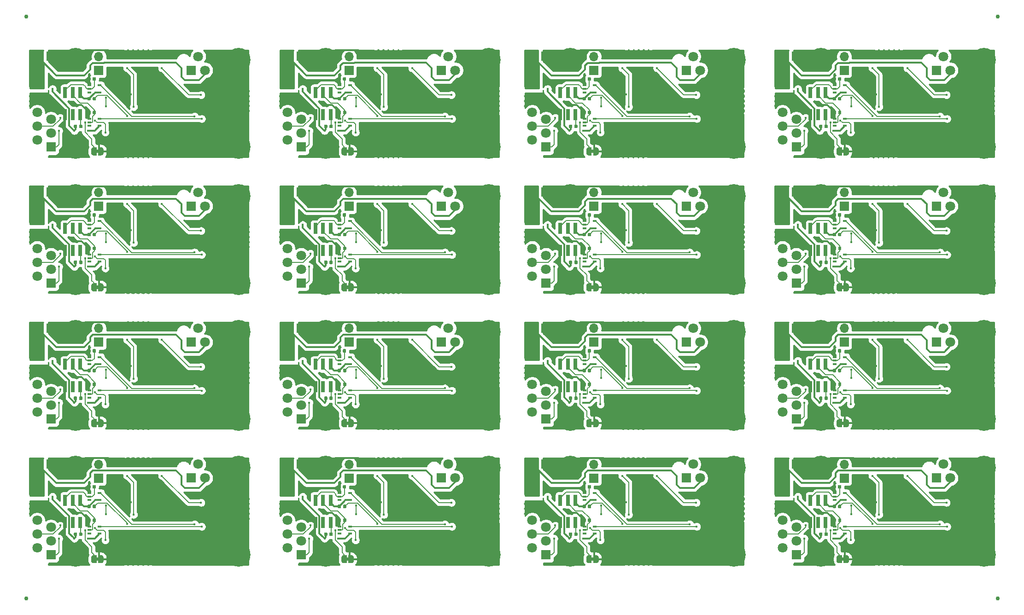
<source format=gbr>
G04 #@! TF.GenerationSoftware,KiCad,Pcbnew,5.1.5-52549c5~84~ubuntu18.04.1*
G04 #@! TF.CreationDate,2020-03-17T11:23:48+01:00*
G04 #@! TF.ProjectId,output.m3_panel,6f757470-7574-42e6-9d33-5f70616e656c,rev?*
G04 #@! TF.SameCoordinates,Original*
G04 #@! TF.FileFunction,Copper,L2,Bot*
G04 #@! TF.FilePolarity,Positive*
%FSLAX46Y46*%
G04 Gerber Fmt 4.6, Leading zero omitted, Abs format (unit mm)*
G04 Created by KiCad (PCBNEW 5.1.5-52549c5~84~ubuntu18.04.1) date 2020-03-17 11:23:48*
%MOMM*%
%LPD*%
G04 APERTURE LIST*
%ADD10C,0.100000*%
%ADD11O,1.700000X1.700000*%
%ADD12R,1.700000X1.700000*%
%ADD13C,1.800000*%
%ADD14R,1.800000X1.800000*%
%ADD15R,0.700000X2.000000*%
%ADD16R,0.700000X0.400000*%
%ADD17C,4.400000*%
%ADD18C,0.750000*%
%ADD19C,0.400000*%
%ADD20C,0.304800*%
%ADD21C,0.152400*%
%ADD22C,0.254000*%
G04 APERTURE END LIST*
G04 #@! TA.AperFunction,SMDPad,CuDef*
D10*
G36*
X149890000Y-68039398D02*
G01*
X149865466Y-68039398D01*
X149816635Y-68034588D01*
X149768510Y-68025016D01*
X149721555Y-68010772D01*
X149676222Y-67991995D01*
X149632949Y-67968864D01*
X149592150Y-67941604D01*
X149554221Y-67910476D01*
X149519524Y-67875779D01*
X149488396Y-67837850D01*
X149461136Y-67797051D01*
X149438005Y-67753778D01*
X149419228Y-67708445D01*
X149404984Y-67661490D01*
X149395412Y-67613365D01*
X149390602Y-67564534D01*
X149390602Y-67540000D01*
X149390000Y-67540000D01*
X149390000Y-67040000D01*
X149390602Y-67040000D01*
X149390602Y-67015466D01*
X149395412Y-66966635D01*
X149404984Y-66918510D01*
X149419228Y-66871555D01*
X149438005Y-66826222D01*
X149461136Y-66782949D01*
X149488396Y-66742150D01*
X149519524Y-66704221D01*
X149554221Y-66669524D01*
X149592150Y-66638396D01*
X149632949Y-66611136D01*
X149676222Y-66588005D01*
X149721555Y-66569228D01*
X149768510Y-66554984D01*
X149816635Y-66545412D01*
X149865466Y-66540602D01*
X149890000Y-66540602D01*
X149890000Y-66540000D01*
X150390000Y-66540000D01*
X150390000Y-68040000D01*
X149890000Y-68040000D01*
X149890000Y-68039398D01*
G37*
G04 #@! TD.AperFunction*
G04 #@! TA.AperFunction,SMDPad,CuDef*
G36*
X150690000Y-67590000D02*
G01*
X150290000Y-67590000D01*
X150290000Y-66990000D01*
X150690000Y-66990000D01*
X150690000Y-66540000D01*
X151190000Y-66540000D01*
X151190000Y-66540602D01*
X151214534Y-66540602D01*
X151263365Y-66545412D01*
X151311490Y-66554984D01*
X151358445Y-66569228D01*
X151403778Y-66588005D01*
X151447051Y-66611136D01*
X151487850Y-66638396D01*
X151525779Y-66669524D01*
X151560476Y-66704221D01*
X151591604Y-66742150D01*
X151618864Y-66782949D01*
X151641995Y-66826222D01*
X151660772Y-66871555D01*
X151675016Y-66918510D01*
X151684588Y-66966635D01*
X151689398Y-67015466D01*
X151689398Y-67040000D01*
X151690000Y-67040000D01*
X151690000Y-67540000D01*
X151689398Y-67540000D01*
X151689398Y-67564534D01*
X151684588Y-67613365D01*
X151675016Y-67661490D01*
X151660772Y-67708445D01*
X151641995Y-67753778D01*
X151618864Y-67797051D01*
X151591604Y-67837850D01*
X151560476Y-67875779D01*
X151525779Y-67910476D01*
X151487850Y-67941604D01*
X151447051Y-67968864D01*
X151403778Y-67991995D01*
X151358445Y-68010772D01*
X151311490Y-68025016D01*
X151263365Y-68034588D01*
X151214534Y-68039398D01*
X151190000Y-68039398D01*
X151190000Y-68040000D01*
X150690000Y-68040000D01*
X150690000Y-67590000D01*
G37*
G04 #@! TD.AperFunction*
D11*
X150800000Y-49860000D03*
D12*
X150800000Y-52400000D03*
D11*
X139460000Y-49800000D03*
D12*
X142000000Y-49800000D03*
G04 #@! TA.AperFunction,SMDPad,CuDef*
D10*
G36*
X147646958Y-62380710D02*
G01*
X147661276Y-62382834D01*
X147675317Y-62386351D01*
X147688946Y-62391228D01*
X147702031Y-62397417D01*
X147714447Y-62404858D01*
X147726073Y-62413481D01*
X147736798Y-62423202D01*
X147746519Y-62433927D01*
X147755142Y-62445553D01*
X147762583Y-62457969D01*
X147768772Y-62471054D01*
X147773649Y-62484683D01*
X147777166Y-62498724D01*
X147779290Y-62513042D01*
X147780000Y-62527500D01*
X147780000Y-62872500D01*
X147779290Y-62886958D01*
X147777166Y-62901276D01*
X147773649Y-62915317D01*
X147768772Y-62928946D01*
X147762583Y-62942031D01*
X147755142Y-62954447D01*
X147746519Y-62966073D01*
X147736798Y-62976798D01*
X147726073Y-62986519D01*
X147714447Y-62995142D01*
X147702031Y-63002583D01*
X147688946Y-63008772D01*
X147675317Y-63013649D01*
X147661276Y-63017166D01*
X147646958Y-63019290D01*
X147632500Y-63020000D01*
X147337500Y-63020000D01*
X147323042Y-63019290D01*
X147308724Y-63017166D01*
X147294683Y-63013649D01*
X147281054Y-63008772D01*
X147267969Y-63002583D01*
X147255553Y-62995142D01*
X147243927Y-62986519D01*
X147233202Y-62976798D01*
X147223481Y-62966073D01*
X147214858Y-62954447D01*
X147207417Y-62942031D01*
X147201228Y-62928946D01*
X147196351Y-62915317D01*
X147192834Y-62901276D01*
X147190710Y-62886958D01*
X147190000Y-62872500D01*
X147190000Y-62527500D01*
X147190710Y-62513042D01*
X147192834Y-62498724D01*
X147196351Y-62484683D01*
X147201228Y-62471054D01*
X147207417Y-62457969D01*
X147214858Y-62445553D01*
X147223481Y-62433927D01*
X147233202Y-62423202D01*
X147243927Y-62413481D01*
X147255553Y-62404858D01*
X147267969Y-62397417D01*
X147281054Y-62391228D01*
X147294683Y-62386351D01*
X147308724Y-62382834D01*
X147323042Y-62380710D01*
X147337500Y-62380000D01*
X147632500Y-62380000D01*
X147646958Y-62380710D01*
G37*
G04 #@! TD.AperFunction*
G04 #@! TA.AperFunction,SMDPad,CuDef*
G36*
X146676958Y-62380710D02*
G01*
X146691276Y-62382834D01*
X146705317Y-62386351D01*
X146718946Y-62391228D01*
X146732031Y-62397417D01*
X146744447Y-62404858D01*
X146756073Y-62413481D01*
X146766798Y-62423202D01*
X146776519Y-62433927D01*
X146785142Y-62445553D01*
X146792583Y-62457969D01*
X146798772Y-62471054D01*
X146803649Y-62484683D01*
X146807166Y-62498724D01*
X146809290Y-62513042D01*
X146810000Y-62527500D01*
X146810000Y-62872500D01*
X146809290Y-62886958D01*
X146807166Y-62901276D01*
X146803649Y-62915317D01*
X146798772Y-62928946D01*
X146792583Y-62942031D01*
X146785142Y-62954447D01*
X146776519Y-62966073D01*
X146766798Y-62976798D01*
X146756073Y-62986519D01*
X146744447Y-62995142D01*
X146732031Y-63002583D01*
X146718946Y-63008772D01*
X146705317Y-63013649D01*
X146691276Y-63017166D01*
X146676958Y-63019290D01*
X146662500Y-63020000D01*
X146367500Y-63020000D01*
X146353042Y-63019290D01*
X146338724Y-63017166D01*
X146324683Y-63013649D01*
X146311054Y-63008772D01*
X146297969Y-63002583D01*
X146285553Y-62995142D01*
X146273927Y-62986519D01*
X146263202Y-62976798D01*
X146253481Y-62966073D01*
X146244858Y-62954447D01*
X146237417Y-62942031D01*
X146231228Y-62928946D01*
X146226351Y-62915317D01*
X146222834Y-62901276D01*
X146220710Y-62886958D01*
X146220000Y-62872500D01*
X146220000Y-62527500D01*
X146220710Y-62513042D01*
X146222834Y-62498724D01*
X146226351Y-62484683D01*
X146231228Y-62471054D01*
X146237417Y-62457969D01*
X146244858Y-62445553D01*
X146253481Y-62433927D01*
X146263202Y-62423202D01*
X146273927Y-62413481D01*
X146285553Y-62404858D01*
X146297969Y-62397417D01*
X146311054Y-62391228D01*
X146324683Y-62386351D01*
X146338724Y-62382834D01*
X146353042Y-62380710D01*
X146367500Y-62380000D01*
X146662500Y-62380000D01*
X146676958Y-62380710D01*
G37*
G04 #@! TD.AperFunction*
D13*
X139460000Y-62690000D03*
X142000000Y-63960000D03*
X139460000Y-65230000D03*
D14*
X142000000Y-66500000D03*
D13*
X142000000Y-61420000D03*
X139460000Y-60150000D03*
D15*
X144600000Y-56450000D03*
X146000000Y-56450000D03*
X147400000Y-56450000D03*
X147400000Y-60550000D03*
X144600000Y-60550000D03*
X146000000Y-60550000D03*
D13*
X171605000Y-49830000D03*
X170335000Y-52370000D03*
X169065000Y-49830000D03*
D14*
X167795000Y-52370000D03*
D16*
X149055860Y-62586753D03*
X149055860Y-61936753D03*
X149055860Y-61286753D03*
X150955860Y-61286753D03*
X150955860Y-62586753D03*
X150950000Y-56430730D03*
X150950000Y-55130730D03*
X149050000Y-55130730D03*
X149050000Y-55780730D03*
X149050000Y-56430730D03*
G04 #@! TA.AperFunction,SMDPad,CuDef*
D10*
G36*
X149182818Y-59817463D02*
G01*
X149197136Y-59819587D01*
X149211177Y-59823104D01*
X149224806Y-59827981D01*
X149237891Y-59834170D01*
X149250307Y-59841611D01*
X149261933Y-59850234D01*
X149272658Y-59859955D01*
X149282379Y-59870680D01*
X149291002Y-59882306D01*
X149298443Y-59894722D01*
X149304632Y-59907807D01*
X149309509Y-59921436D01*
X149313026Y-59935477D01*
X149315150Y-59949795D01*
X149315860Y-59964253D01*
X149315860Y-60309253D01*
X149315150Y-60323711D01*
X149313026Y-60338029D01*
X149309509Y-60352070D01*
X149304632Y-60365699D01*
X149298443Y-60378784D01*
X149291002Y-60391200D01*
X149282379Y-60402826D01*
X149272658Y-60413551D01*
X149261933Y-60423272D01*
X149250307Y-60431895D01*
X149237891Y-60439336D01*
X149224806Y-60445525D01*
X149211177Y-60450402D01*
X149197136Y-60453919D01*
X149182818Y-60456043D01*
X149168360Y-60456753D01*
X148873360Y-60456753D01*
X148858902Y-60456043D01*
X148844584Y-60453919D01*
X148830543Y-60450402D01*
X148816914Y-60445525D01*
X148803829Y-60439336D01*
X148791413Y-60431895D01*
X148779787Y-60423272D01*
X148769062Y-60413551D01*
X148759341Y-60402826D01*
X148750718Y-60391200D01*
X148743277Y-60378784D01*
X148737088Y-60365699D01*
X148732211Y-60352070D01*
X148728694Y-60338029D01*
X148726570Y-60323711D01*
X148725860Y-60309253D01*
X148725860Y-59964253D01*
X148726570Y-59949795D01*
X148728694Y-59935477D01*
X148732211Y-59921436D01*
X148737088Y-59907807D01*
X148743277Y-59894722D01*
X148750718Y-59882306D01*
X148759341Y-59870680D01*
X148769062Y-59859955D01*
X148779787Y-59850234D01*
X148791413Y-59841611D01*
X148803829Y-59834170D01*
X148816914Y-59827981D01*
X148830543Y-59823104D01*
X148844584Y-59819587D01*
X148858902Y-59817463D01*
X148873360Y-59816753D01*
X149168360Y-59816753D01*
X149182818Y-59817463D01*
G37*
G04 #@! TD.AperFunction*
G04 #@! TA.AperFunction,SMDPad,CuDef*
G36*
X150152818Y-59817463D02*
G01*
X150167136Y-59819587D01*
X150181177Y-59823104D01*
X150194806Y-59827981D01*
X150207891Y-59834170D01*
X150220307Y-59841611D01*
X150231933Y-59850234D01*
X150242658Y-59859955D01*
X150252379Y-59870680D01*
X150261002Y-59882306D01*
X150268443Y-59894722D01*
X150274632Y-59907807D01*
X150279509Y-59921436D01*
X150283026Y-59935477D01*
X150285150Y-59949795D01*
X150285860Y-59964253D01*
X150285860Y-60309253D01*
X150285150Y-60323711D01*
X150283026Y-60338029D01*
X150279509Y-60352070D01*
X150274632Y-60365699D01*
X150268443Y-60378784D01*
X150261002Y-60391200D01*
X150252379Y-60402826D01*
X150242658Y-60413551D01*
X150231933Y-60423272D01*
X150220307Y-60431895D01*
X150207891Y-60439336D01*
X150194806Y-60445525D01*
X150181177Y-60450402D01*
X150167136Y-60453919D01*
X150152818Y-60456043D01*
X150138360Y-60456753D01*
X149843360Y-60456753D01*
X149828902Y-60456043D01*
X149814584Y-60453919D01*
X149800543Y-60450402D01*
X149786914Y-60445525D01*
X149773829Y-60439336D01*
X149761413Y-60431895D01*
X149749787Y-60423272D01*
X149739062Y-60413551D01*
X149729341Y-60402826D01*
X149720718Y-60391200D01*
X149713277Y-60378784D01*
X149707088Y-60365699D01*
X149702211Y-60352070D01*
X149698694Y-60338029D01*
X149696570Y-60323711D01*
X149695860Y-60309253D01*
X149695860Y-59964253D01*
X149696570Y-59949795D01*
X149698694Y-59935477D01*
X149702211Y-59921436D01*
X149707088Y-59907807D01*
X149713277Y-59894722D01*
X149720718Y-59882306D01*
X149729341Y-59870680D01*
X149739062Y-59859955D01*
X149749787Y-59850234D01*
X149761413Y-59841611D01*
X149773829Y-59834170D01*
X149786914Y-59827981D01*
X149800543Y-59823104D01*
X149814584Y-59819587D01*
X149828902Y-59817463D01*
X149843360Y-59816753D01*
X150138360Y-59816753D01*
X150152818Y-59817463D01*
G37*
G04 #@! TD.AperFunction*
G04 #@! TA.AperFunction,SMDPad,CuDef*
G36*
X149154633Y-53661440D02*
G01*
X149168951Y-53663564D01*
X149182992Y-53667081D01*
X149196621Y-53671958D01*
X149209706Y-53678147D01*
X149222122Y-53685588D01*
X149233748Y-53694211D01*
X149244473Y-53703932D01*
X149254194Y-53714657D01*
X149262817Y-53726283D01*
X149270258Y-53738699D01*
X149276447Y-53751784D01*
X149281324Y-53765413D01*
X149284841Y-53779454D01*
X149286965Y-53793772D01*
X149287675Y-53808230D01*
X149287675Y-54153230D01*
X149286965Y-54167688D01*
X149284841Y-54182006D01*
X149281324Y-54196047D01*
X149276447Y-54209676D01*
X149270258Y-54222761D01*
X149262817Y-54235177D01*
X149254194Y-54246803D01*
X149244473Y-54257528D01*
X149233748Y-54267249D01*
X149222122Y-54275872D01*
X149209706Y-54283313D01*
X149196621Y-54289502D01*
X149182992Y-54294379D01*
X149168951Y-54297896D01*
X149154633Y-54300020D01*
X149140175Y-54300730D01*
X148845175Y-54300730D01*
X148830717Y-54300020D01*
X148816399Y-54297896D01*
X148802358Y-54294379D01*
X148788729Y-54289502D01*
X148775644Y-54283313D01*
X148763228Y-54275872D01*
X148751602Y-54267249D01*
X148740877Y-54257528D01*
X148731156Y-54246803D01*
X148722533Y-54235177D01*
X148715092Y-54222761D01*
X148708903Y-54209676D01*
X148704026Y-54196047D01*
X148700509Y-54182006D01*
X148698385Y-54167688D01*
X148697675Y-54153230D01*
X148697675Y-53808230D01*
X148698385Y-53793772D01*
X148700509Y-53779454D01*
X148704026Y-53765413D01*
X148708903Y-53751784D01*
X148715092Y-53738699D01*
X148722533Y-53726283D01*
X148731156Y-53714657D01*
X148740877Y-53703932D01*
X148751602Y-53694211D01*
X148763228Y-53685588D01*
X148775644Y-53678147D01*
X148788729Y-53671958D01*
X148802358Y-53667081D01*
X148816399Y-53663564D01*
X148830717Y-53661440D01*
X148845175Y-53660730D01*
X149140175Y-53660730D01*
X149154633Y-53661440D01*
G37*
G04 #@! TD.AperFunction*
G04 #@! TA.AperFunction,SMDPad,CuDef*
G36*
X150124633Y-53661440D02*
G01*
X150138951Y-53663564D01*
X150152992Y-53667081D01*
X150166621Y-53671958D01*
X150179706Y-53678147D01*
X150192122Y-53685588D01*
X150203748Y-53694211D01*
X150214473Y-53703932D01*
X150224194Y-53714657D01*
X150232817Y-53726283D01*
X150240258Y-53738699D01*
X150246447Y-53751784D01*
X150251324Y-53765413D01*
X150254841Y-53779454D01*
X150256965Y-53793772D01*
X150257675Y-53808230D01*
X150257675Y-54153230D01*
X150256965Y-54167688D01*
X150254841Y-54182006D01*
X150251324Y-54196047D01*
X150246447Y-54209676D01*
X150240258Y-54222761D01*
X150232817Y-54235177D01*
X150224194Y-54246803D01*
X150214473Y-54257528D01*
X150203748Y-54267249D01*
X150192122Y-54275872D01*
X150179706Y-54283313D01*
X150166621Y-54289502D01*
X150152992Y-54294379D01*
X150138951Y-54297896D01*
X150124633Y-54300020D01*
X150110175Y-54300730D01*
X149815175Y-54300730D01*
X149800717Y-54300020D01*
X149786399Y-54297896D01*
X149772358Y-54294379D01*
X149758729Y-54289502D01*
X149745644Y-54283313D01*
X149733228Y-54275872D01*
X149721602Y-54267249D01*
X149710877Y-54257528D01*
X149701156Y-54246803D01*
X149692533Y-54235177D01*
X149685092Y-54222761D01*
X149678903Y-54209676D01*
X149674026Y-54196047D01*
X149670509Y-54182006D01*
X149668385Y-54167688D01*
X149667675Y-54153230D01*
X149667675Y-53808230D01*
X149668385Y-53793772D01*
X149670509Y-53779454D01*
X149674026Y-53765413D01*
X149678903Y-53751784D01*
X149685092Y-53738699D01*
X149692533Y-53726283D01*
X149701156Y-53714657D01*
X149710877Y-53703932D01*
X149721602Y-53694211D01*
X149733228Y-53685588D01*
X149745644Y-53678147D01*
X149758729Y-53671958D01*
X149772358Y-53667081D01*
X149786399Y-53663564D01*
X149800717Y-53661440D01*
X149815175Y-53660730D01*
X150110175Y-53660730D01*
X150124633Y-53661440D01*
G37*
G04 #@! TD.AperFunction*
D17*
X176500000Y-66500000D03*
X146500000Y-66500000D03*
X146500000Y-50500000D03*
X176500000Y-50500000D03*
G04 #@! TA.AperFunction,SMDPad,CuDef*
D10*
G36*
X149176958Y-57280710D02*
G01*
X149191276Y-57282834D01*
X149205317Y-57286351D01*
X149218946Y-57291228D01*
X149232031Y-57297417D01*
X149244447Y-57304858D01*
X149256073Y-57313481D01*
X149266798Y-57323202D01*
X149276519Y-57333927D01*
X149285142Y-57345553D01*
X149292583Y-57357969D01*
X149298772Y-57371054D01*
X149303649Y-57384683D01*
X149307166Y-57398724D01*
X149309290Y-57413042D01*
X149310000Y-57427500D01*
X149310000Y-57772500D01*
X149309290Y-57786958D01*
X149307166Y-57801276D01*
X149303649Y-57815317D01*
X149298772Y-57828946D01*
X149292583Y-57842031D01*
X149285142Y-57854447D01*
X149276519Y-57866073D01*
X149266798Y-57876798D01*
X149256073Y-57886519D01*
X149244447Y-57895142D01*
X149232031Y-57902583D01*
X149218946Y-57908772D01*
X149205317Y-57913649D01*
X149191276Y-57917166D01*
X149176958Y-57919290D01*
X149162500Y-57920000D01*
X148867500Y-57920000D01*
X148853042Y-57919290D01*
X148838724Y-57917166D01*
X148824683Y-57913649D01*
X148811054Y-57908772D01*
X148797969Y-57902583D01*
X148785553Y-57895142D01*
X148773927Y-57886519D01*
X148763202Y-57876798D01*
X148753481Y-57866073D01*
X148744858Y-57854447D01*
X148737417Y-57842031D01*
X148731228Y-57828946D01*
X148726351Y-57815317D01*
X148722834Y-57801276D01*
X148720710Y-57786958D01*
X148720000Y-57772500D01*
X148720000Y-57427500D01*
X148720710Y-57413042D01*
X148722834Y-57398724D01*
X148726351Y-57384683D01*
X148731228Y-57371054D01*
X148737417Y-57357969D01*
X148744858Y-57345553D01*
X148753481Y-57333927D01*
X148763202Y-57323202D01*
X148773927Y-57313481D01*
X148785553Y-57304858D01*
X148797969Y-57297417D01*
X148811054Y-57291228D01*
X148824683Y-57286351D01*
X148838724Y-57282834D01*
X148853042Y-57280710D01*
X148867500Y-57280000D01*
X149162500Y-57280000D01*
X149176958Y-57280710D01*
G37*
G04 #@! TD.AperFunction*
G04 #@! TA.AperFunction,SMDPad,CuDef*
G36*
X150146958Y-57280710D02*
G01*
X150161276Y-57282834D01*
X150175317Y-57286351D01*
X150188946Y-57291228D01*
X150202031Y-57297417D01*
X150214447Y-57304858D01*
X150226073Y-57313481D01*
X150236798Y-57323202D01*
X150246519Y-57333927D01*
X150255142Y-57345553D01*
X150262583Y-57357969D01*
X150268772Y-57371054D01*
X150273649Y-57384683D01*
X150277166Y-57398724D01*
X150279290Y-57413042D01*
X150280000Y-57427500D01*
X150280000Y-57772500D01*
X150279290Y-57786958D01*
X150277166Y-57801276D01*
X150273649Y-57815317D01*
X150268772Y-57828946D01*
X150262583Y-57842031D01*
X150255142Y-57854447D01*
X150246519Y-57866073D01*
X150236798Y-57876798D01*
X150226073Y-57886519D01*
X150214447Y-57895142D01*
X150202031Y-57902583D01*
X150188946Y-57908772D01*
X150175317Y-57913649D01*
X150161276Y-57917166D01*
X150146958Y-57919290D01*
X150132500Y-57920000D01*
X149837500Y-57920000D01*
X149823042Y-57919290D01*
X149808724Y-57917166D01*
X149794683Y-57913649D01*
X149781054Y-57908772D01*
X149767969Y-57902583D01*
X149755553Y-57895142D01*
X149743927Y-57886519D01*
X149733202Y-57876798D01*
X149723481Y-57866073D01*
X149714858Y-57854447D01*
X149707417Y-57842031D01*
X149701228Y-57828946D01*
X149696351Y-57815317D01*
X149692834Y-57801276D01*
X149690710Y-57786958D01*
X149690000Y-57772500D01*
X149690000Y-57427500D01*
X149690710Y-57413042D01*
X149692834Y-57398724D01*
X149696351Y-57384683D01*
X149701228Y-57371054D01*
X149707417Y-57357969D01*
X149714858Y-57345553D01*
X149723481Y-57333927D01*
X149733202Y-57323202D01*
X149743927Y-57313481D01*
X149755553Y-57304858D01*
X149767969Y-57297417D01*
X149781054Y-57291228D01*
X149794683Y-57286351D01*
X149808724Y-57282834D01*
X149823042Y-57280710D01*
X149837500Y-57280000D01*
X150132500Y-57280000D01*
X150146958Y-57280710D01*
G37*
G04 #@! TD.AperFunction*
D15*
X192000000Y-60550000D03*
X190600000Y-60550000D03*
X193400000Y-60550000D03*
X193400000Y-56450000D03*
X192000000Y-56450000D03*
X190600000Y-56450000D03*
X146000000Y-85550000D03*
X144600000Y-85550000D03*
X147400000Y-85550000D03*
X147400000Y-81450000D03*
X146000000Y-81450000D03*
X144600000Y-81450000D03*
X192000000Y-85550000D03*
X190600000Y-85550000D03*
X193400000Y-85550000D03*
X193400000Y-81450000D03*
X192000000Y-81450000D03*
X190600000Y-81450000D03*
X146000000Y-110550000D03*
X144600000Y-110550000D03*
X147400000Y-110550000D03*
X147400000Y-106450000D03*
X146000000Y-106450000D03*
X144600000Y-106450000D03*
X192000000Y-110550000D03*
X190600000Y-110550000D03*
X193400000Y-110550000D03*
X193400000Y-106450000D03*
X192000000Y-106450000D03*
X190600000Y-106450000D03*
X146000000Y-135550000D03*
X144600000Y-135550000D03*
X147400000Y-135550000D03*
X147400000Y-131450000D03*
X146000000Y-131450000D03*
X144600000Y-131450000D03*
X192000000Y-135550000D03*
X190600000Y-135550000D03*
X193400000Y-135550000D03*
X193400000Y-131450000D03*
X192000000Y-131450000D03*
X190600000Y-131450000D03*
D17*
X222500000Y-50500000D03*
X176500000Y-75500000D03*
X222500000Y-75500000D03*
X176500000Y-100500000D03*
X222500000Y-100500000D03*
X176500000Y-125500000D03*
X222500000Y-125500000D03*
D12*
X188000000Y-49800000D03*
D11*
X185460000Y-49800000D03*
D12*
X142000000Y-74800000D03*
D11*
X139460000Y-74800000D03*
D12*
X188000000Y-74800000D03*
D11*
X185460000Y-74800000D03*
D12*
X142000000Y-99800000D03*
D11*
X139460000Y-99800000D03*
D12*
X188000000Y-99800000D03*
D11*
X185460000Y-99800000D03*
D12*
X142000000Y-124800000D03*
D11*
X139460000Y-124800000D03*
D12*
X188000000Y-124800000D03*
D11*
X185460000Y-124800000D03*
G04 #@! TA.AperFunction,SMDPad,CuDef*
D10*
G36*
X196124633Y-53661440D02*
G01*
X196138951Y-53663564D01*
X196152992Y-53667081D01*
X196166621Y-53671958D01*
X196179706Y-53678147D01*
X196192122Y-53685588D01*
X196203748Y-53694211D01*
X196214473Y-53703932D01*
X196224194Y-53714657D01*
X196232817Y-53726283D01*
X196240258Y-53738699D01*
X196246447Y-53751784D01*
X196251324Y-53765413D01*
X196254841Y-53779454D01*
X196256965Y-53793772D01*
X196257675Y-53808230D01*
X196257675Y-54153230D01*
X196256965Y-54167688D01*
X196254841Y-54182006D01*
X196251324Y-54196047D01*
X196246447Y-54209676D01*
X196240258Y-54222761D01*
X196232817Y-54235177D01*
X196224194Y-54246803D01*
X196214473Y-54257528D01*
X196203748Y-54267249D01*
X196192122Y-54275872D01*
X196179706Y-54283313D01*
X196166621Y-54289502D01*
X196152992Y-54294379D01*
X196138951Y-54297896D01*
X196124633Y-54300020D01*
X196110175Y-54300730D01*
X195815175Y-54300730D01*
X195800717Y-54300020D01*
X195786399Y-54297896D01*
X195772358Y-54294379D01*
X195758729Y-54289502D01*
X195745644Y-54283313D01*
X195733228Y-54275872D01*
X195721602Y-54267249D01*
X195710877Y-54257528D01*
X195701156Y-54246803D01*
X195692533Y-54235177D01*
X195685092Y-54222761D01*
X195678903Y-54209676D01*
X195674026Y-54196047D01*
X195670509Y-54182006D01*
X195668385Y-54167688D01*
X195667675Y-54153230D01*
X195667675Y-53808230D01*
X195668385Y-53793772D01*
X195670509Y-53779454D01*
X195674026Y-53765413D01*
X195678903Y-53751784D01*
X195685092Y-53738699D01*
X195692533Y-53726283D01*
X195701156Y-53714657D01*
X195710877Y-53703932D01*
X195721602Y-53694211D01*
X195733228Y-53685588D01*
X195745644Y-53678147D01*
X195758729Y-53671958D01*
X195772358Y-53667081D01*
X195786399Y-53663564D01*
X195800717Y-53661440D01*
X195815175Y-53660730D01*
X196110175Y-53660730D01*
X196124633Y-53661440D01*
G37*
G04 #@! TD.AperFunction*
G04 #@! TA.AperFunction,SMDPad,CuDef*
G36*
X195154633Y-53661440D02*
G01*
X195168951Y-53663564D01*
X195182992Y-53667081D01*
X195196621Y-53671958D01*
X195209706Y-53678147D01*
X195222122Y-53685588D01*
X195233748Y-53694211D01*
X195244473Y-53703932D01*
X195254194Y-53714657D01*
X195262817Y-53726283D01*
X195270258Y-53738699D01*
X195276447Y-53751784D01*
X195281324Y-53765413D01*
X195284841Y-53779454D01*
X195286965Y-53793772D01*
X195287675Y-53808230D01*
X195287675Y-54153230D01*
X195286965Y-54167688D01*
X195284841Y-54182006D01*
X195281324Y-54196047D01*
X195276447Y-54209676D01*
X195270258Y-54222761D01*
X195262817Y-54235177D01*
X195254194Y-54246803D01*
X195244473Y-54257528D01*
X195233748Y-54267249D01*
X195222122Y-54275872D01*
X195209706Y-54283313D01*
X195196621Y-54289502D01*
X195182992Y-54294379D01*
X195168951Y-54297896D01*
X195154633Y-54300020D01*
X195140175Y-54300730D01*
X194845175Y-54300730D01*
X194830717Y-54300020D01*
X194816399Y-54297896D01*
X194802358Y-54294379D01*
X194788729Y-54289502D01*
X194775644Y-54283313D01*
X194763228Y-54275872D01*
X194751602Y-54267249D01*
X194740877Y-54257528D01*
X194731156Y-54246803D01*
X194722533Y-54235177D01*
X194715092Y-54222761D01*
X194708903Y-54209676D01*
X194704026Y-54196047D01*
X194700509Y-54182006D01*
X194698385Y-54167688D01*
X194697675Y-54153230D01*
X194697675Y-53808230D01*
X194698385Y-53793772D01*
X194700509Y-53779454D01*
X194704026Y-53765413D01*
X194708903Y-53751784D01*
X194715092Y-53738699D01*
X194722533Y-53726283D01*
X194731156Y-53714657D01*
X194740877Y-53703932D01*
X194751602Y-53694211D01*
X194763228Y-53685588D01*
X194775644Y-53678147D01*
X194788729Y-53671958D01*
X194802358Y-53667081D01*
X194816399Y-53663564D01*
X194830717Y-53661440D01*
X194845175Y-53660730D01*
X195140175Y-53660730D01*
X195154633Y-53661440D01*
G37*
G04 #@! TD.AperFunction*
G04 #@! TA.AperFunction,SMDPad,CuDef*
G36*
X150124633Y-78661440D02*
G01*
X150138951Y-78663564D01*
X150152992Y-78667081D01*
X150166621Y-78671958D01*
X150179706Y-78678147D01*
X150192122Y-78685588D01*
X150203748Y-78694211D01*
X150214473Y-78703932D01*
X150224194Y-78714657D01*
X150232817Y-78726283D01*
X150240258Y-78738699D01*
X150246447Y-78751784D01*
X150251324Y-78765413D01*
X150254841Y-78779454D01*
X150256965Y-78793772D01*
X150257675Y-78808230D01*
X150257675Y-79153230D01*
X150256965Y-79167688D01*
X150254841Y-79182006D01*
X150251324Y-79196047D01*
X150246447Y-79209676D01*
X150240258Y-79222761D01*
X150232817Y-79235177D01*
X150224194Y-79246803D01*
X150214473Y-79257528D01*
X150203748Y-79267249D01*
X150192122Y-79275872D01*
X150179706Y-79283313D01*
X150166621Y-79289502D01*
X150152992Y-79294379D01*
X150138951Y-79297896D01*
X150124633Y-79300020D01*
X150110175Y-79300730D01*
X149815175Y-79300730D01*
X149800717Y-79300020D01*
X149786399Y-79297896D01*
X149772358Y-79294379D01*
X149758729Y-79289502D01*
X149745644Y-79283313D01*
X149733228Y-79275872D01*
X149721602Y-79267249D01*
X149710877Y-79257528D01*
X149701156Y-79246803D01*
X149692533Y-79235177D01*
X149685092Y-79222761D01*
X149678903Y-79209676D01*
X149674026Y-79196047D01*
X149670509Y-79182006D01*
X149668385Y-79167688D01*
X149667675Y-79153230D01*
X149667675Y-78808230D01*
X149668385Y-78793772D01*
X149670509Y-78779454D01*
X149674026Y-78765413D01*
X149678903Y-78751784D01*
X149685092Y-78738699D01*
X149692533Y-78726283D01*
X149701156Y-78714657D01*
X149710877Y-78703932D01*
X149721602Y-78694211D01*
X149733228Y-78685588D01*
X149745644Y-78678147D01*
X149758729Y-78671958D01*
X149772358Y-78667081D01*
X149786399Y-78663564D01*
X149800717Y-78661440D01*
X149815175Y-78660730D01*
X150110175Y-78660730D01*
X150124633Y-78661440D01*
G37*
G04 #@! TD.AperFunction*
G04 #@! TA.AperFunction,SMDPad,CuDef*
G36*
X149154633Y-78661440D02*
G01*
X149168951Y-78663564D01*
X149182992Y-78667081D01*
X149196621Y-78671958D01*
X149209706Y-78678147D01*
X149222122Y-78685588D01*
X149233748Y-78694211D01*
X149244473Y-78703932D01*
X149254194Y-78714657D01*
X149262817Y-78726283D01*
X149270258Y-78738699D01*
X149276447Y-78751784D01*
X149281324Y-78765413D01*
X149284841Y-78779454D01*
X149286965Y-78793772D01*
X149287675Y-78808230D01*
X149287675Y-79153230D01*
X149286965Y-79167688D01*
X149284841Y-79182006D01*
X149281324Y-79196047D01*
X149276447Y-79209676D01*
X149270258Y-79222761D01*
X149262817Y-79235177D01*
X149254194Y-79246803D01*
X149244473Y-79257528D01*
X149233748Y-79267249D01*
X149222122Y-79275872D01*
X149209706Y-79283313D01*
X149196621Y-79289502D01*
X149182992Y-79294379D01*
X149168951Y-79297896D01*
X149154633Y-79300020D01*
X149140175Y-79300730D01*
X148845175Y-79300730D01*
X148830717Y-79300020D01*
X148816399Y-79297896D01*
X148802358Y-79294379D01*
X148788729Y-79289502D01*
X148775644Y-79283313D01*
X148763228Y-79275872D01*
X148751602Y-79267249D01*
X148740877Y-79257528D01*
X148731156Y-79246803D01*
X148722533Y-79235177D01*
X148715092Y-79222761D01*
X148708903Y-79209676D01*
X148704026Y-79196047D01*
X148700509Y-79182006D01*
X148698385Y-79167688D01*
X148697675Y-79153230D01*
X148697675Y-78808230D01*
X148698385Y-78793772D01*
X148700509Y-78779454D01*
X148704026Y-78765413D01*
X148708903Y-78751784D01*
X148715092Y-78738699D01*
X148722533Y-78726283D01*
X148731156Y-78714657D01*
X148740877Y-78703932D01*
X148751602Y-78694211D01*
X148763228Y-78685588D01*
X148775644Y-78678147D01*
X148788729Y-78671958D01*
X148802358Y-78667081D01*
X148816399Y-78663564D01*
X148830717Y-78661440D01*
X148845175Y-78660730D01*
X149140175Y-78660730D01*
X149154633Y-78661440D01*
G37*
G04 #@! TD.AperFunction*
G04 #@! TA.AperFunction,SMDPad,CuDef*
G36*
X196124633Y-78661440D02*
G01*
X196138951Y-78663564D01*
X196152992Y-78667081D01*
X196166621Y-78671958D01*
X196179706Y-78678147D01*
X196192122Y-78685588D01*
X196203748Y-78694211D01*
X196214473Y-78703932D01*
X196224194Y-78714657D01*
X196232817Y-78726283D01*
X196240258Y-78738699D01*
X196246447Y-78751784D01*
X196251324Y-78765413D01*
X196254841Y-78779454D01*
X196256965Y-78793772D01*
X196257675Y-78808230D01*
X196257675Y-79153230D01*
X196256965Y-79167688D01*
X196254841Y-79182006D01*
X196251324Y-79196047D01*
X196246447Y-79209676D01*
X196240258Y-79222761D01*
X196232817Y-79235177D01*
X196224194Y-79246803D01*
X196214473Y-79257528D01*
X196203748Y-79267249D01*
X196192122Y-79275872D01*
X196179706Y-79283313D01*
X196166621Y-79289502D01*
X196152992Y-79294379D01*
X196138951Y-79297896D01*
X196124633Y-79300020D01*
X196110175Y-79300730D01*
X195815175Y-79300730D01*
X195800717Y-79300020D01*
X195786399Y-79297896D01*
X195772358Y-79294379D01*
X195758729Y-79289502D01*
X195745644Y-79283313D01*
X195733228Y-79275872D01*
X195721602Y-79267249D01*
X195710877Y-79257528D01*
X195701156Y-79246803D01*
X195692533Y-79235177D01*
X195685092Y-79222761D01*
X195678903Y-79209676D01*
X195674026Y-79196047D01*
X195670509Y-79182006D01*
X195668385Y-79167688D01*
X195667675Y-79153230D01*
X195667675Y-78808230D01*
X195668385Y-78793772D01*
X195670509Y-78779454D01*
X195674026Y-78765413D01*
X195678903Y-78751784D01*
X195685092Y-78738699D01*
X195692533Y-78726283D01*
X195701156Y-78714657D01*
X195710877Y-78703932D01*
X195721602Y-78694211D01*
X195733228Y-78685588D01*
X195745644Y-78678147D01*
X195758729Y-78671958D01*
X195772358Y-78667081D01*
X195786399Y-78663564D01*
X195800717Y-78661440D01*
X195815175Y-78660730D01*
X196110175Y-78660730D01*
X196124633Y-78661440D01*
G37*
G04 #@! TD.AperFunction*
G04 #@! TA.AperFunction,SMDPad,CuDef*
G36*
X195154633Y-78661440D02*
G01*
X195168951Y-78663564D01*
X195182992Y-78667081D01*
X195196621Y-78671958D01*
X195209706Y-78678147D01*
X195222122Y-78685588D01*
X195233748Y-78694211D01*
X195244473Y-78703932D01*
X195254194Y-78714657D01*
X195262817Y-78726283D01*
X195270258Y-78738699D01*
X195276447Y-78751784D01*
X195281324Y-78765413D01*
X195284841Y-78779454D01*
X195286965Y-78793772D01*
X195287675Y-78808230D01*
X195287675Y-79153230D01*
X195286965Y-79167688D01*
X195284841Y-79182006D01*
X195281324Y-79196047D01*
X195276447Y-79209676D01*
X195270258Y-79222761D01*
X195262817Y-79235177D01*
X195254194Y-79246803D01*
X195244473Y-79257528D01*
X195233748Y-79267249D01*
X195222122Y-79275872D01*
X195209706Y-79283313D01*
X195196621Y-79289502D01*
X195182992Y-79294379D01*
X195168951Y-79297896D01*
X195154633Y-79300020D01*
X195140175Y-79300730D01*
X194845175Y-79300730D01*
X194830717Y-79300020D01*
X194816399Y-79297896D01*
X194802358Y-79294379D01*
X194788729Y-79289502D01*
X194775644Y-79283313D01*
X194763228Y-79275872D01*
X194751602Y-79267249D01*
X194740877Y-79257528D01*
X194731156Y-79246803D01*
X194722533Y-79235177D01*
X194715092Y-79222761D01*
X194708903Y-79209676D01*
X194704026Y-79196047D01*
X194700509Y-79182006D01*
X194698385Y-79167688D01*
X194697675Y-79153230D01*
X194697675Y-78808230D01*
X194698385Y-78793772D01*
X194700509Y-78779454D01*
X194704026Y-78765413D01*
X194708903Y-78751784D01*
X194715092Y-78738699D01*
X194722533Y-78726283D01*
X194731156Y-78714657D01*
X194740877Y-78703932D01*
X194751602Y-78694211D01*
X194763228Y-78685588D01*
X194775644Y-78678147D01*
X194788729Y-78671958D01*
X194802358Y-78667081D01*
X194816399Y-78663564D01*
X194830717Y-78661440D01*
X194845175Y-78660730D01*
X195140175Y-78660730D01*
X195154633Y-78661440D01*
G37*
G04 #@! TD.AperFunction*
G04 #@! TA.AperFunction,SMDPad,CuDef*
G36*
X150124633Y-103661440D02*
G01*
X150138951Y-103663564D01*
X150152992Y-103667081D01*
X150166621Y-103671958D01*
X150179706Y-103678147D01*
X150192122Y-103685588D01*
X150203748Y-103694211D01*
X150214473Y-103703932D01*
X150224194Y-103714657D01*
X150232817Y-103726283D01*
X150240258Y-103738699D01*
X150246447Y-103751784D01*
X150251324Y-103765413D01*
X150254841Y-103779454D01*
X150256965Y-103793772D01*
X150257675Y-103808230D01*
X150257675Y-104153230D01*
X150256965Y-104167688D01*
X150254841Y-104182006D01*
X150251324Y-104196047D01*
X150246447Y-104209676D01*
X150240258Y-104222761D01*
X150232817Y-104235177D01*
X150224194Y-104246803D01*
X150214473Y-104257528D01*
X150203748Y-104267249D01*
X150192122Y-104275872D01*
X150179706Y-104283313D01*
X150166621Y-104289502D01*
X150152992Y-104294379D01*
X150138951Y-104297896D01*
X150124633Y-104300020D01*
X150110175Y-104300730D01*
X149815175Y-104300730D01*
X149800717Y-104300020D01*
X149786399Y-104297896D01*
X149772358Y-104294379D01*
X149758729Y-104289502D01*
X149745644Y-104283313D01*
X149733228Y-104275872D01*
X149721602Y-104267249D01*
X149710877Y-104257528D01*
X149701156Y-104246803D01*
X149692533Y-104235177D01*
X149685092Y-104222761D01*
X149678903Y-104209676D01*
X149674026Y-104196047D01*
X149670509Y-104182006D01*
X149668385Y-104167688D01*
X149667675Y-104153230D01*
X149667675Y-103808230D01*
X149668385Y-103793772D01*
X149670509Y-103779454D01*
X149674026Y-103765413D01*
X149678903Y-103751784D01*
X149685092Y-103738699D01*
X149692533Y-103726283D01*
X149701156Y-103714657D01*
X149710877Y-103703932D01*
X149721602Y-103694211D01*
X149733228Y-103685588D01*
X149745644Y-103678147D01*
X149758729Y-103671958D01*
X149772358Y-103667081D01*
X149786399Y-103663564D01*
X149800717Y-103661440D01*
X149815175Y-103660730D01*
X150110175Y-103660730D01*
X150124633Y-103661440D01*
G37*
G04 #@! TD.AperFunction*
G04 #@! TA.AperFunction,SMDPad,CuDef*
G36*
X149154633Y-103661440D02*
G01*
X149168951Y-103663564D01*
X149182992Y-103667081D01*
X149196621Y-103671958D01*
X149209706Y-103678147D01*
X149222122Y-103685588D01*
X149233748Y-103694211D01*
X149244473Y-103703932D01*
X149254194Y-103714657D01*
X149262817Y-103726283D01*
X149270258Y-103738699D01*
X149276447Y-103751784D01*
X149281324Y-103765413D01*
X149284841Y-103779454D01*
X149286965Y-103793772D01*
X149287675Y-103808230D01*
X149287675Y-104153230D01*
X149286965Y-104167688D01*
X149284841Y-104182006D01*
X149281324Y-104196047D01*
X149276447Y-104209676D01*
X149270258Y-104222761D01*
X149262817Y-104235177D01*
X149254194Y-104246803D01*
X149244473Y-104257528D01*
X149233748Y-104267249D01*
X149222122Y-104275872D01*
X149209706Y-104283313D01*
X149196621Y-104289502D01*
X149182992Y-104294379D01*
X149168951Y-104297896D01*
X149154633Y-104300020D01*
X149140175Y-104300730D01*
X148845175Y-104300730D01*
X148830717Y-104300020D01*
X148816399Y-104297896D01*
X148802358Y-104294379D01*
X148788729Y-104289502D01*
X148775644Y-104283313D01*
X148763228Y-104275872D01*
X148751602Y-104267249D01*
X148740877Y-104257528D01*
X148731156Y-104246803D01*
X148722533Y-104235177D01*
X148715092Y-104222761D01*
X148708903Y-104209676D01*
X148704026Y-104196047D01*
X148700509Y-104182006D01*
X148698385Y-104167688D01*
X148697675Y-104153230D01*
X148697675Y-103808230D01*
X148698385Y-103793772D01*
X148700509Y-103779454D01*
X148704026Y-103765413D01*
X148708903Y-103751784D01*
X148715092Y-103738699D01*
X148722533Y-103726283D01*
X148731156Y-103714657D01*
X148740877Y-103703932D01*
X148751602Y-103694211D01*
X148763228Y-103685588D01*
X148775644Y-103678147D01*
X148788729Y-103671958D01*
X148802358Y-103667081D01*
X148816399Y-103663564D01*
X148830717Y-103661440D01*
X148845175Y-103660730D01*
X149140175Y-103660730D01*
X149154633Y-103661440D01*
G37*
G04 #@! TD.AperFunction*
G04 #@! TA.AperFunction,SMDPad,CuDef*
G36*
X196124633Y-103661440D02*
G01*
X196138951Y-103663564D01*
X196152992Y-103667081D01*
X196166621Y-103671958D01*
X196179706Y-103678147D01*
X196192122Y-103685588D01*
X196203748Y-103694211D01*
X196214473Y-103703932D01*
X196224194Y-103714657D01*
X196232817Y-103726283D01*
X196240258Y-103738699D01*
X196246447Y-103751784D01*
X196251324Y-103765413D01*
X196254841Y-103779454D01*
X196256965Y-103793772D01*
X196257675Y-103808230D01*
X196257675Y-104153230D01*
X196256965Y-104167688D01*
X196254841Y-104182006D01*
X196251324Y-104196047D01*
X196246447Y-104209676D01*
X196240258Y-104222761D01*
X196232817Y-104235177D01*
X196224194Y-104246803D01*
X196214473Y-104257528D01*
X196203748Y-104267249D01*
X196192122Y-104275872D01*
X196179706Y-104283313D01*
X196166621Y-104289502D01*
X196152992Y-104294379D01*
X196138951Y-104297896D01*
X196124633Y-104300020D01*
X196110175Y-104300730D01*
X195815175Y-104300730D01*
X195800717Y-104300020D01*
X195786399Y-104297896D01*
X195772358Y-104294379D01*
X195758729Y-104289502D01*
X195745644Y-104283313D01*
X195733228Y-104275872D01*
X195721602Y-104267249D01*
X195710877Y-104257528D01*
X195701156Y-104246803D01*
X195692533Y-104235177D01*
X195685092Y-104222761D01*
X195678903Y-104209676D01*
X195674026Y-104196047D01*
X195670509Y-104182006D01*
X195668385Y-104167688D01*
X195667675Y-104153230D01*
X195667675Y-103808230D01*
X195668385Y-103793772D01*
X195670509Y-103779454D01*
X195674026Y-103765413D01*
X195678903Y-103751784D01*
X195685092Y-103738699D01*
X195692533Y-103726283D01*
X195701156Y-103714657D01*
X195710877Y-103703932D01*
X195721602Y-103694211D01*
X195733228Y-103685588D01*
X195745644Y-103678147D01*
X195758729Y-103671958D01*
X195772358Y-103667081D01*
X195786399Y-103663564D01*
X195800717Y-103661440D01*
X195815175Y-103660730D01*
X196110175Y-103660730D01*
X196124633Y-103661440D01*
G37*
G04 #@! TD.AperFunction*
G04 #@! TA.AperFunction,SMDPad,CuDef*
G36*
X195154633Y-103661440D02*
G01*
X195168951Y-103663564D01*
X195182992Y-103667081D01*
X195196621Y-103671958D01*
X195209706Y-103678147D01*
X195222122Y-103685588D01*
X195233748Y-103694211D01*
X195244473Y-103703932D01*
X195254194Y-103714657D01*
X195262817Y-103726283D01*
X195270258Y-103738699D01*
X195276447Y-103751784D01*
X195281324Y-103765413D01*
X195284841Y-103779454D01*
X195286965Y-103793772D01*
X195287675Y-103808230D01*
X195287675Y-104153230D01*
X195286965Y-104167688D01*
X195284841Y-104182006D01*
X195281324Y-104196047D01*
X195276447Y-104209676D01*
X195270258Y-104222761D01*
X195262817Y-104235177D01*
X195254194Y-104246803D01*
X195244473Y-104257528D01*
X195233748Y-104267249D01*
X195222122Y-104275872D01*
X195209706Y-104283313D01*
X195196621Y-104289502D01*
X195182992Y-104294379D01*
X195168951Y-104297896D01*
X195154633Y-104300020D01*
X195140175Y-104300730D01*
X194845175Y-104300730D01*
X194830717Y-104300020D01*
X194816399Y-104297896D01*
X194802358Y-104294379D01*
X194788729Y-104289502D01*
X194775644Y-104283313D01*
X194763228Y-104275872D01*
X194751602Y-104267249D01*
X194740877Y-104257528D01*
X194731156Y-104246803D01*
X194722533Y-104235177D01*
X194715092Y-104222761D01*
X194708903Y-104209676D01*
X194704026Y-104196047D01*
X194700509Y-104182006D01*
X194698385Y-104167688D01*
X194697675Y-104153230D01*
X194697675Y-103808230D01*
X194698385Y-103793772D01*
X194700509Y-103779454D01*
X194704026Y-103765413D01*
X194708903Y-103751784D01*
X194715092Y-103738699D01*
X194722533Y-103726283D01*
X194731156Y-103714657D01*
X194740877Y-103703932D01*
X194751602Y-103694211D01*
X194763228Y-103685588D01*
X194775644Y-103678147D01*
X194788729Y-103671958D01*
X194802358Y-103667081D01*
X194816399Y-103663564D01*
X194830717Y-103661440D01*
X194845175Y-103660730D01*
X195140175Y-103660730D01*
X195154633Y-103661440D01*
G37*
G04 #@! TD.AperFunction*
G04 #@! TA.AperFunction,SMDPad,CuDef*
G36*
X150124633Y-128661440D02*
G01*
X150138951Y-128663564D01*
X150152992Y-128667081D01*
X150166621Y-128671958D01*
X150179706Y-128678147D01*
X150192122Y-128685588D01*
X150203748Y-128694211D01*
X150214473Y-128703932D01*
X150224194Y-128714657D01*
X150232817Y-128726283D01*
X150240258Y-128738699D01*
X150246447Y-128751784D01*
X150251324Y-128765413D01*
X150254841Y-128779454D01*
X150256965Y-128793772D01*
X150257675Y-128808230D01*
X150257675Y-129153230D01*
X150256965Y-129167688D01*
X150254841Y-129182006D01*
X150251324Y-129196047D01*
X150246447Y-129209676D01*
X150240258Y-129222761D01*
X150232817Y-129235177D01*
X150224194Y-129246803D01*
X150214473Y-129257528D01*
X150203748Y-129267249D01*
X150192122Y-129275872D01*
X150179706Y-129283313D01*
X150166621Y-129289502D01*
X150152992Y-129294379D01*
X150138951Y-129297896D01*
X150124633Y-129300020D01*
X150110175Y-129300730D01*
X149815175Y-129300730D01*
X149800717Y-129300020D01*
X149786399Y-129297896D01*
X149772358Y-129294379D01*
X149758729Y-129289502D01*
X149745644Y-129283313D01*
X149733228Y-129275872D01*
X149721602Y-129267249D01*
X149710877Y-129257528D01*
X149701156Y-129246803D01*
X149692533Y-129235177D01*
X149685092Y-129222761D01*
X149678903Y-129209676D01*
X149674026Y-129196047D01*
X149670509Y-129182006D01*
X149668385Y-129167688D01*
X149667675Y-129153230D01*
X149667675Y-128808230D01*
X149668385Y-128793772D01*
X149670509Y-128779454D01*
X149674026Y-128765413D01*
X149678903Y-128751784D01*
X149685092Y-128738699D01*
X149692533Y-128726283D01*
X149701156Y-128714657D01*
X149710877Y-128703932D01*
X149721602Y-128694211D01*
X149733228Y-128685588D01*
X149745644Y-128678147D01*
X149758729Y-128671958D01*
X149772358Y-128667081D01*
X149786399Y-128663564D01*
X149800717Y-128661440D01*
X149815175Y-128660730D01*
X150110175Y-128660730D01*
X150124633Y-128661440D01*
G37*
G04 #@! TD.AperFunction*
G04 #@! TA.AperFunction,SMDPad,CuDef*
G36*
X149154633Y-128661440D02*
G01*
X149168951Y-128663564D01*
X149182992Y-128667081D01*
X149196621Y-128671958D01*
X149209706Y-128678147D01*
X149222122Y-128685588D01*
X149233748Y-128694211D01*
X149244473Y-128703932D01*
X149254194Y-128714657D01*
X149262817Y-128726283D01*
X149270258Y-128738699D01*
X149276447Y-128751784D01*
X149281324Y-128765413D01*
X149284841Y-128779454D01*
X149286965Y-128793772D01*
X149287675Y-128808230D01*
X149287675Y-129153230D01*
X149286965Y-129167688D01*
X149284841Y-129182006D01*
X149281324Y-129196047D01*
X149276447Y-129209676D01*
X149270258Y-129222761D01*
X149262817Y-129235177D01*
X149254194Y-129246803D01*
X149244473Y-129257528D01*
X149233748Y-129267249D01*
X149222122Y-129275872D01*
X149209706Y-129283313D01*
X149196621Y-129289502D01*
X149182992Y-129294379D01*
X149168951Y-129297896D01*
X149154633Y-129300020D01*
X149140175Y-129300730D01*
X148845175Y-129300730D01*
X148830717Y-129300020D01*
X148816399Y-129297896D01*
X148802358Y-129294379D01*
X148788729Y-129289502D01*
X148775644Y-129283313D01*
X148763228Y-129275872D01*
X148751602Y-129267249D01*
X148740877Y-129257528D01*
X148731156Y-129246803D01*
X148722533Y-129235177D01*
X148715092Y-129222761D01*
X148708903Y-129209676D01*
X148704026Y-129196047D01*
X148700509Y-129182006D01*
X148698385Y-129167688D01*
X148697675Y-129153230D01*
X148697675Y-128808230D01*
X148698385Y-128793772D01*
X148700509Y-128779454D01*
X148704026Y-128765413D01*
X148708903Y-128751784D01*
X148715092Y-128738699D01*
X148722533Y-128726283D01*
X148731156Y-128714657D01*
X148740877Y-128703932D01*
X148751602Y-128694211D01*
X148763228Y-128685588D01*
X148775644Y-128678147D01*
X148788729Y-128671958D01*
X148802358Y-128667081D01*
X148816399Y-128663564D01*
X148830717Y-128661440D01*
X148845175Y-128660730D01*
X149140175Y-128660730D01*
X149154633Y-128661440D01*
G37*
G04 #@! TD.AperFunction*
G04 #@! TA.AperFunction,SMDPad,CuDef*
G36*
X196124633Y-128661440D02*
G01*
X196138951Y-128663564D01*
X196152992Y-128667081D01*
X196166621Y-128671958D01*
X196179706Y-128678147D01*
X196192122Y-128685588D01*
X196203748Y-128694211D01*
X196214473Y-128703932D01*
X196224194Y-128714657D01*
X196232817Y-128726283D01*
X196240258Y-128738699D01*
X196246447Y-128751784D01*
X196251324Y-128765413D01*
X196254841Y-128779454D01*
X196256965Y-128793772D01*
X196257675Y-128808230D01*
X196257675Y-129153230D01*
X196256965Y-129167688D01*
X196254841Y-129182006D01*
X196251324Y-129196047D01*
X196246447Y-129209676D01*
X196240258Y-129222761D01*
X196232817Y-129235177D01*
X196224194Y-129246803D01*
X196214473Y-129257528D01*
X196203748Y-129267249D01*
X196192122Y-129275872D01*
X196179706Y-129283313D01*
X196166621Y-129289502D01*
X196152992Y-129294379D01*
X196138951Y-129297896D01*
X196124633Y-129300020D01*
X196110175Y-129300730D01*
X195815175Y-129300730D01*
X195800717Y-129300020D01*
X195786399Y-129297896D01*
X195772358Y-129294379D01*
X195758729Y-129289502D01*
X195745644Y-129283313D01*
X195733228Y-129275872D01*
X195721602Y-129267249D01*
X195710877Y-129257528D01*
X195701156Y-129246803D01*
X195692533Y-129235177D01*
X195685092Y-129222761D01*
X195678903Y-129209676D01*
X195674026Y-129196047D01*
X195670509Y-129182006D01*
X195668385Y-129167688D01*
X195667675Y-129153230D01*
X195667675Y-128808230D01*
X195668385Y-128793772D01*
X195670509Y-128779454D01*
X195674026Y-128765413D01*
X195678903Y-128751784D01*
X195685092Y-128738699D01*
X195692533Y-128726283D01*
X195701156Y-128714657D01*
X195710877Y-128703932D01*
X195721602Y-128694211D01*
X195733228Y-128685588D01*
X195745644Y-128678147D01*
X195758729Y-128671958D01*
X195772358Y-128667081D01*
X195786399Y-128663564D01*
X195800717Y-128661440D01*
X195815175Y-128660730D01*
X196110175Y-128660730D01*
X196124633Y-128661440D01*
G37*
G04 #@! TD.AperFunction*
G04 #@! TA.AperFunction,SMDPad,CuDef*
G36*
X195154633Y-128661440D02*
G01*
X195168951Y-128663564D01*
X195182992Y-128667081D01*
X195196621Y-128671958D01*
X195209706Y-128678147D01*
X195222122Y-128685588D01*
X195233748Y-128694211D01*
X195244473Y-128703932D01*
X195254194Y-128714657D01*
X195262817Y-128726283D01*
X195270258Y-128738699D01*
X195276447Y-128751784D01*
X195281324Y-128765413D01*
X195284841Y-128779454D01*
X195286965Y-128793772D01*
X195287675Y-128808230D01*
X195287675Y-129153230D01*
X195286965Y-129167688D01*
X195284841Y-129182006D01*
X195281324Y-129196047D01*
X195276447Y-129209676D01*
X195270258Y-129222761D01*
X195262817Y-129235177D01*
X195254194Y-129246803D01*
X195244473Y-129257528D01*
X195233748Y-129267249D01*
X195222122Y-129275872D01*
X195209706Y-129283313D01*
X195196621Y-129289502D01*
X195182992Y-129294379D01*
X195168951Y-129297896D01*
X195154633Y-129300020D01*
X195140175Y-129300730D01*
X194845175Y-129300730D01*
X194830717Y-129300020D01*
X194816399Y-129297896D01*
X194802358Y-129294379D01*
X194788729Y-129289502D01*
X194775644Y-129283313D01*
X194763228Y-129275872D01*
X194751602Y-129267249D01*
X194740877Y-129257528D01*
X194731156Y-129246803D01*
X194722533Y-129235177D01*
X194715092Y-129222761D01*
X194708903Y-129209676D01*
X194704026Y-129196047D01*
X194700509Y-129182006D01*
X194698385Y-129167688D01*
X194697675Y-129153230D01*
X194697675Y-128808230D01*
X194698385Y-128793772D01*
X194700509Y-128779454D01*
X194704026Y-128765413D01*
X194708903Y-128751784D01*
X194715092Y-128738699D01*
X194722533Y-128726283D01*
X194731156Y-128714657D01*
X194740877Y-128703932D01*
X194751602Y-128694211D01*
X194763228Y-128685588D01*
X194775644Y-128678147D01*
X194788729Y-128671958D01*
X194802358Y-128667081D01*
X194816399Y-128663564D01*
X194830717Y-128661440D01*
X194845175Y-128660730D01*
X195140175Y-128660730D01*
X195154633Y-128661440D01*
G37*
G04 #@! TD.AperFunction*
G04 #@! TA.AperFunction,SMDPad,CuDef*
G36*
X196146958Y-57280710D02*
G01*
X196161276Y-57282834D01*
X196175317Y-57286351D01*
X196188946Y-57291228D01*
X196202031Y-57297417D01*
X196214447Y-57304858D01*
X196226073Y-57313481D01*
X196236798Y-57323202D01*
X196246519Y-57333927D01*
X196255142Y-57345553D01*
X196262583Y-57357969D01*
X196268772Y-57371054D01*
X196273649Y-57384683D01*
X196277166Y-57398724D01*
X196279290Y-57413042D01*
X196280000Y-57427500D01*
X196280000Y-57772500D01*
X196279290Y-57786958D01*
X196277166Y-57801276D01*
X196273649Y-57815317D01*
X196268772Y-57828946D01*
X196262583Y-57842031D01*
X196255142Y-57854447D01*
X196246519Y-57866073D01*
X196236798Y-57876798D01*
X196226073Y-57886519D01*
X196214447Y-57895142D01*
X196202031Y-57902583D01*
X196188946Y-57908772D01*
X196175317Y-57913649D01*
X196161276Y-57917166D01*
X196146958Y-57919290D01*
X196132500Y-57920000D01*
X195837500Y-57920000D01*
X195823042Y-57919290D01*
X195808724Y-57917166D01*
X195794683Y-57913649D01*
X195781054Y-57908772D01*
X195767969Y-57902583D01*
X195755553Y-57895142D01*
X195743927Y-57886519D01*
X195733202Y-57876798D01*
X195723481Y-57866073D01*
X195714858Y-57854447D01*
X195707417Y-57842031D01*
X195701228Y-57828946D01*
X195696351Y-57815317D01*
X195692834Y-57801276D01*
X195690710Y-57786958D01*
X195690000Y-57772500D01*
X195690000Y-57427500D01*
X195690710Y-57413042D01*
X195692834Y-57398724D01*
X195696351Y-57384683D01*
X195701228Y-57371054D01*
X195707417Y-57357969D01*
X195714858Y-57345553D01*
X195723481Y-57333927D01*
X195733202Y-57323202D01*
X195743927Y-57313481D01*
X195755553Y-57304858D01*
X195767969Y-57297417D01*
X195781054Y-57291228D01*
X195794683Y-57286351D01*
X195808724Y-57282834D01*
X195823042Y-57280710D01*
X195837500Y-57280000D01*
X196132500Y-57280000D01*
X196146958Y-57280710D01*
G37*
G04 #@! TD.AperFunction*
G04 #@! TA.AperFunction,SMDPad,CuDef*
G36*
X195176958Y-57280710D02*
G01*
X195191276Y-57282834D01*
X195205317Y-57286351D01*
X195218946Y-57291228D01*
X195232031Y-57297417D01*
X195244447Y-57304858D01*
X195256073Y-57313481D01*
X195266798Y-57323202D01*
X195276519Y-57333927D01*
X195285142Y-57345553D01*
X195292583Y-57357969D01*
X195298772Y-57371054D01*
X195303649Y-57384683D01*
X195307166Y-57398724D01*
X195309290Y-57413042D01*
X195310000Y-57427500D01*
X195310000Y-57772500D01*
X195309290Y-57786958D01*
X195307166Y-57801276D01*
X195303649Y-57815317D01*
X195298772Y-57828946D01*
X195292583Y-57842031D01*
X195285142Y-57854447D01*
X195276519Y-57866073D01*
X195266798Y-57876798D01*
X195256073Y-57886519D01*
X195244447Y-57895142D01*
X195232031Y-57902583D01*
X195218946Y-57908772D01*
X195205317Y-57913649D01*
X195191276Y-57917166D01*
X195176958Y-57919290D01*
X195162500Y-57920000D01*
X194867500Y-57920000D01*
X194853042Y-57919290D01*
X194838724Y-57917166D01*
X194824683Y-57913649D01*
X194811054Y-57908772D01*
X194797969Y-57902583D01*
X194785553Y-57895142D01*
X194773927Y-57886519D01*
X194763202Y-57876798D01*
X194753481Y-57866073D01*
X194744858Y-57854447D01*
X194737417Y-57842031D01*
X194731228Y-57828946D01*
X194726351Y-57815317D01*
X194722834Y-57801276D01*
X194720710Y-57786958D01*
X194720000Y-57772500D01*
X194720000Y-57427500D01*
X194720710Y-57413042D01*
X194722834Y-57398724D01*
X194726351Y-57384683D01*
X194731228Y-57371054D01*
X194737417Y-57357969D01*
X194744858Y-57345553D01*
X194753481Y-57333927D01*
X194763202Y-57323202D01*
X194773927Y-57313481D01*
X194785553Y-57304858D01*
X194797969Y-57297417D01*
X194811054Y-57291228D01*
X194824683Y-57286351D01*
X194838724Y-57282834D01*
X194853042Y-57280710D01*
X194867500Y-57280000D01*
X195162500Y-57280000D01*
X195176958Y-57280710D01*
G37*
G04 #@! TD.AperFunction*
G04 #@! TA.AperFunction,SMDPad,CuDef*
G36*
X150146958Y-82280710D02*
G01*
X150161276Y-82282834D01*
X150175317Y-82286351D01*
X150188946Y-82291228D01*
X150202031Y-82297417D01*
X150214447Y-82304858D01*
X150226073Y-82313481D01*
X150236798Y-82323202D01*
X150246519Y-82333927D01*
X150255142Y-82345553D01*
X150262583Y-82357969D01*
X150268772Y-82371054D01*
X150273649Y-82384683D01*
X150277166Y-82398724D01*
X150279290Y-82413042D01*
X150280000Y-82427500D01*
X150280000Y-82772500D01*
X150279290Y-82786958D01*
X150277166Y-82801276D01*
X150273649Y-82815317D01*
X150268772Y-82828946D01*
X150262583Y-82842031D01*
X150255142Y-82854447D01*
X150246519Y-82866073D01*
X150236798Y-82876798D01*
X150226073Y-82886519D01*
X150214447Y-82895142D01*
X150202031Y-82902583D01*
X150188946Y-82908772D01*
X150175317Y-82913649D01*
X150161276Y-82917166D01*
X150146958Y-82919290D01*
X150132500Y-82920000D01*
X149837500Y-82920000D01*
X149823042Y-82919290D01*
X149808724Y-82917166D01*
X149794683Y-82913649D01*
X149781054Y-82908772D01*
X149767969Y-82902583D01*
X149755553Y-82895142D01*
X149743927Y-82886519D01*
X149733202Y-82876798D01*
X149723481Y-82866073D01*
X149714858Y-82854447D01*
X149707417Y-82842031D01*
X149701228Y-82828946D01*
X149696351Y-82815317D01*
X149692834Y-82801276D01*
X149690710Y-82786958D01*
X149690000Y-82772500D01*
X149690000Y-82427500D01*
X149690710Y-82413042D01*
X149692834Y-82398724D01*
X149696351Y-82384683D01*
X149701228Y-82371054D01*
X149707417Y-82357969D01*
X149714858Y-82345553D01*
X149723481Y-82333927D01*
X149733202Y-82323202D01*
X149743927Y-82313481D01*
X149755553Y-82304858D01*
X149767969Y-82297417D01*
X149781054Y-82291228D01*
X149794683Y-82286351D01*
X149808724Y-82282834D01*
X149823042Y-82280710D01*
X149837500Y-82280000D01*
X150132500Y-82280000D01*
X150146958Y-82280710D01*
G37*
G04 #@! TD.AperFunction*
G04 #@! TA.AperFunction,SMDPad,CuDef*
G36*
X149176958Y-82280710D02*
G01*
X149191276Y-82282834D01*
X149205317Y-82286351D01*
X149218946Y-82291228D01*
X149232031Y-82297417D01*
X149244447Y-82304858D01*
X149256073Y-82313481D01*
X149266798Y-82323202D01*
X149276519Y-82333927D01*
X149285142Y-82345553D01*
X149292583Y-82357969D01*
X149298772Y-82371054D01*
X149303649Y-82384683D01*
X149307166Y-82398724D01*
X149309290Y-82413042D01*
X149310000Y-82427500D01*
X149310000Y-82772500D01*
X149309290Y-82786958D01*
X149307166Y-82801276D01*
X149303649Y-82815317D01*
X149298772Y-82828946D01*
X149292583Y-82842031D01*
X149285142Y-82854447D01*
X149276519Y-82866073D01*
X149266798Y-82876798D01*
X149256073Y-82886519D01*
X149244447Y-82895142D01*
X149232031Y-82902583D01*
X149218946Y-82908772D01*
X149205317Y-82913649D01*
X149191276Y-82917166D01*
X149176958Y-82919290D01*
X149162500Y-82920000D01*
X148867500Y-82920000D01*
X148853042Y-82919290D01*
X148838724Y-82917166D01*
X148824683Y-82913649D01*
X148811054Y-82908772D01*
X148797969Y-82902583D01*
X148785553Y-82895142D01*
X148773927Y-82886519D01*
X148763202Y-82876798D01*
X148753481Y-82866073D01*
X148744858Y-82854447D01*
X148737417Y-82842031D01*
X148731228Y-82828946D01*
X148726351Y-82815317D01*
X148722834Y-82801276D01*
X148720710Y-82786958D01*
X148720000Y-82772500D01*
X148720000Y-82427500D01*
X148720710Y-82413042D01*
X148722834Y-82398724D01*
X148726351Y-82384683D01*
X148731228Y-82371054D01*
X148737417Y-82357969D01*
X148744858Y-82345553D01*
X148753481Y-82333927D01*
X148763202Y-82323202D01*
X148773927Y-82313481D01*
X148785553Y-82304858D01*
X148797969Y-82297417D01*
X148811054Y-82291228D01*
X148824683Y-82286351D01*
X148838724Y-82282834D01*
X148853042Y-82280710D01*
X148867500Y-82280000D01*
X149162500Y-82280000D01*
X149176958Y-82280710D01*
G37*
G04 #@! TD.AperFunction*
G04 #@! TA.AperFunction,SMDPad,CuDef*
G36*
X196146958Y-82280710D02*
G01*
X196161276Y-82282834D01*
X196175317Y-82286351D01*
X196188946Y-82291228D01*
X196202031Y-82297417D01*
X196214447Y-82304858D01*
X196226073Y-82313481D01*
X196236798Y-82323202D01*
X196246519Y-82333927D01*
X196255142Y-82345553D01*
X196262583Y-82357969D01*
X196268772Y-82371054D01*
X196273649Y-82384683D01*
X196277166Y-82398724D01*
X196279290Y-82413042D01*
X196280000Y-82427500D01*
X196280000Y-82772500D01*
X196279290Y-82786958D01*
X196277166Y-82801276D01*
X196273649Y-82815317D01*
X196268772Y-82828946D01*
X196262583Y-82842031D01*
X196255142Y-82854447D01*
X196246519Y-82866073D01*
X196236798Y-82876798D01*
X196226073Y-82886519D01*
X196214447Y-82895142D01*
X196202031Y-82902583D01*
X196188946Y-82908772D01*
X196175317Y-82913649D01*
X196161276Y-82917166D01*
X196146958Y-82919290D01*
X196132500Y-82920000D01*
X195837500Y-82920000D01*
X195823042Y-82919290D01*
X195808724Y-82917166D01*
X195794683Y-82913649D01*
X195781054Y-82908772D01*
X195767969Y-82902583D01*
X195755553Y-82895142D01*
X195743927Y-82886519D01*
X195733202Y-82876798D01*
X195723481Y-82866073D01*
X195714858Y-82854447D01*
X195707417Y-82842031D01*
X195701228Y-82828946D01*
X195696351Y-82815317D01*
X195692834Y-82801276D01*
X195690710Y-82786958D01*
X195690000Y-82772500D01*
X195690000Y-82427500D01*
X195690710Y-82413042D01*
X195692834Y-82398724D01*
X195696351Y-82384683D01*
X195701228Y-82371054D01*
X195707417Y-82357969D01*
X195714858Y-82345553D01*
X195723481Y-82333927D01*
X195733202Y-82323202D01*
X195743927Y-82313481D01*
X195755553Y-82304858D01*
X195767969Y-82297417D01*
X195781054Y-82291228D01*
X195794683Y-82286351D01*
X195808724Y-82282834D01*
X195823042Y-82280710D01*
X195837500Y-82280000D01*
X196132500Y-82280000D01*
X196146958Y-82280710D01*
G37*
G04 #@! TD.AperFunction*
G04 #@! TA.AperFunction,SMDPad,CuDef*
G36*
X195176958Y-82280710D02*
G01*
X195191276Y-82282834D01*
X195205317Y-82286351D01*
X195218946Y-82291228D01*
X195232031Y-82297417D01*
X195244447Y-82304858D01*
X195256073Y-82313481D01*
X195266798Y-82323202D01*
X195276519Y-82333927D01*
X195285142Y-82345553D01*
X195292583Y-82357969D01*
X195298772Y-82371054D01*
X195303649Y-82384683D01*
X195307166Y-82398724D01*
X195309290Y-82413042D01*
X195310000Y-82427500D01*
X195310000Y-82772500D01*
X195309290Y-82786958D01*
X195307166Y-82801276D01*
X195303649Y-82815317D01*
X195298772Y-82828946D01*
X195292583Y-82842031D01*
X195285142Y-82854447D01*
X195276519Y-82866073D01*
X195266798Y-82876798D01*
X195256073Y-82886519D01*
X195244447Y-82895142D01*
X195232031Y-82902583D01*
X195218946Y-82908772D01*
X195205317Y-82913649D01*
X195191276Y-82917166D01*
X195176958Y-82919290D01*
X195162500Y-82920000D01*
X194867500Y-82920000D01*
X194853042Y-82919290D01*
X194838724Y-82917166D01*
X194824683Y-82913649D01*
X194811054Y-82908772D01*
X194797969Y-82902583D01*
X194785553Y-82895142D01*
X194773927Y-82886519D01*
X194763202Y-82876798D01*
X194753481Y-82866073D01*
X194744858Y-82854447D01*
X194737417Y-82842031D01*
X194731228Y-82828946D01*
X194726351Y-82815317D01*
X194722834Y-82801276D01*
X194720710Y-82786958D01*
X194720000Y-82772500D01*
X194720000Y-82427500D01*
X194720710Y-82413042D01*
X194722834Y-82398724D01*
X194726351Y-82384683D01*
X194731228Y-82371054D01*
X194737417Y-82357969D01*
X194744858Y-82345553D01*
X194753481Y-82333927D01*
X194763202Y-82323202D01*
X194773927Y-82313481D01*
X194785553Y-82304858D01*
X194797969Y-82297417D01*
X194811054Y-82291228D01*
X194824683Y-82286351D01*
X194838724Y-82282834D01*
X194853042Y-82280710D01*
X194867500Y-82280000D01*
X195162500Y-82280000D01*
X195176958Y-82280710D01*
G37*
G04 #@! TD.AperFunction*
G04 #@! TA.AperFunction,SMDPad,CuDef*
G36*
X150146958Y-107280710D02*
G01*
X150161276Y-107282834D01*
X150175317Y-107286351D01*
X150188946Y-107291228D01*
X150202031Y-107297417D01*
X150214447Y-107304858D01*
X150226073Y-107313481D01*
X150236798Y-107323202D01*
X150246519Y-107333927D01*
X150255142Y-107345553D01*
X150262583Y-107357969D01*
X150268772Y-107371054D01*
X150273649Y-107384683D01*
X150277166Y-107398724D01*
X150279290Y-107413042D01*
X150280000Y-107427500D01*
X150280000Y-107772500D01*
X150279290Y-107786958D01*
X150277166Y-107801276D01*
X150273649Y-107815317D01*
X150268772Y-107828946D01*
X150262583Y-107842031D01*
X150255142Y-107854447D01*
X150246519Y-107866073D01*
X150236798Y-107876798D01*
X150226073Y-107886519D01*
X150214447Y-107895142D01*
X150202031Y-107902583D01*
X150188946Y-107908772D01*
X150175317Y-107913649D01*
X150161276Y-107917166D01*
X150146958Y-107919290D01*
X150132500Y-107920000D01*
X149837500Y-107920000D01*
X149823042Y-107919290D01*
X149808724Y-107917166D01*
X149794683Y-107913649D01*
X149781054Y-107908772D01*
X149767969Y-107902583D01*
X149755553Y-107895142D01*
X149743927Y-107886519D01*
X149733202Y-107876798D01*
X149723481Y-107866073D01*
X149714858Y-107854447D01*
X149707417Y-107842031D01*
X149701228Y-107828946D01*
X149696351Y-107815317D01*
X149692834Y-107801276D01*
X149690710Y-107786958D01*
X149690000Y-107772500D01*
X149690000Y-107427500D01*
X149690710Y-107413042D01*
X149692834Y-107398724D01*
X149696351Y-107384683D01*
X149701228Y-107371054D01*
X149707417Y-107357969D01*
X149714858Y-107345553D01*
X149723481Y-107333927D01*
X149733202Y-107323202D01*
X149743927Y-107313481D01*
X149755553Y-107304858D01*
X149767969Y-107297417D01*
X149781054Y-107291228D01*
X149794683Y-107286351D01*
X149808724Y-107282834D01*
X149823042Y-107280710D01*
X149837500Y-107280000D01*
X150132500Y-107280000D01*
X150146958Y-107280710D01*
G37*
G04 #@! TD.AperFunction*
G04 #@! TA.AperFunction,SMDPad,CuDef*
G36*
X149176958Y-107280710D02*
G01*
X149191276Y-107282834D01*
X149205317Y-107286351D01*
X149218946Y-107291228D01*
X149232031Y-107297417D01*
X149244447Y-107304858D01*
X149256073Y-107313481D01*
X149266798Y-107323202D01*
X149276519Y-107333927D01*
X149285142Y-107345553D01*
X149292583Y-107357969D01*
X149298772Y-107371054D01*
X149303649Y-107384683D01*
X149307166Y-107398724D01*
X149309290Y-107413042D01*
X149310000Y-107427500D01*
X149310000Y-107772500D01*
X149309290Y-107786958D01*
X149307166Y-107801276D01*
X149303649Y-107815317D01*
X149298772Y-107828946D01*
X149292583Y-107842031D01*
X149285142Y-107854447D01*
X149276519Y-107866073D01*
X149266798Y-107876798D01*
X149256073Y-107886519D01*
X149244447Y-107895142D01*
X149232031Y-107902583D01*
X149218946Y-107908772D01*
X149205317Y-107913649D01*
X149191276Y-107917166D01*
X149176958Y-107919290D01*
X149162500Y-107920000D01*
X148867500Y-107920000D01*
X148853042Y-107919290D01*
X148838724Y-107917166D01*
X148824683Y-107913649D01*
X148811054Y-107908772D01*
X148797969Y-107902583D01*
X148785553Y-107895142D01*
X148773927Y-107886519D01*
X148763202Y-107876798D01*
X148753481Y-107866073D01*
X148744858Y-107854447D01*
X148737417Y-107842031D01*
X148731228Y-107828946D01*
X148726351Y-107815317D01*
X148722834Y-107801276D01*
X148720710Y-107786958D01*
X148720000Y-107772500D01*
X148720000Y-107427500D01*
X148720710Y-107413042D01*
X148722834Y-107398724D01*
X148726351Y-107384683D01*
X148731228Y-107371054D01*
X148737417Y-107357969D01*
X148744858Y-107345553D01*
X148753481Y-107333927D01*
X148763202Y-107323202D01*
X148773927Y-107313481D01*
X148785553Y-107304858D01*
X148797969Y-107297417D01*
X148811054Y-107291228D01*
X148824683Y-107286351D01*
X148838724Y-107282834D01*
X148853042Y-107280710D01*
X148867500Y-107280000D01*
X149162500Y-107280000D01*
X149176958Y-107280710D01*
G37*
G04 #@! TD.AperFunction*
G04 #@! TA.AperFunction,SMDPad,CuDef*
G36*
X196146958Y-107280710D02*
G01*
X196161276Y-107282834D01*
X196175317Y-107286351D01*
X196188946Y-107291228D01*
X196202031Y-107297417D01*
X196214447Y-107304858D01*
X196226073Y-107313481D01*
X196236798Y-107323202D01*
X196246519Y-107333927D01*
X196255142Y-107345553D01*
X196262583Y-107357969D01*
X196268772Y-107371054D01*
X196273649Y-107384683D01*
X196277166Y-107398724D01*
X196279290Y-107413042D01*
X196280000Y-107427500D01*
X196280000Y-107772500D01*
X196279290Y-107786958D01*
X196277166Y-107801276D01*
X196273649Y-107815317D01*
X196268772Y-107828946D01*
X196262583Y-107842031D01*
X196255142Y-107854447D01*
X196246519Y-107866073D01*
X196236798Y-107876798D01*
X196226073Y-107886519D01*
X196214447Y-107895142D01*
X196202031Y-107902583D01*
X196188946Y-107908772D01*
X196175317Y-107913649D01*
X196161276Y-107917166D01*
X196146958Y-107919290D01*
X196132500Y-107920000D01*
X195837500Y-107920000D01*
X195823042Y-107919290D01*
X195808724Y-107917166D01*
X195794683Y-107913649D01*
X195781054Y-107908772D01*
X195767969Y-107902583D01*
X195755553Y-107895142D01*
X195743927Y-107886519D01*
X195733202Y-107876798D01*
X195723481Y-107866073D01*
X195714858Y-107854447D01*
X195707417Y-107842031D01*
X195701228Y-107828946D01*
X195696351Y-107815317D01*
X195692834Y-107801276D01*
X195690710Y-107786958D01*
X195690000Y-107772500D01*
X195690000Y-107427500D01*
X195690710Y-107413042D01*
X195692834Y-107398724D01*
X195696351Y-107384683D01*
X195701228Y-107371054D01*
X195707417Y-107357969D01*
X195714858Y-107345553D01*
X195723481Y-107333927D01*
X195733202Y-107323202D01*
X195743927Y-107313481D01*
X195755553Y-107304858D01*
X195767969Y-107297417D01*
X195781054Y-107291228D01*
X195794683Y-107286351D01*
X195808724Y-107282834D01*
X195823042Y-107280710D01*
X195837500Y-107280000D01*
X196132500Y-107280000D01*
X196146958Y-107280710D01*
G37*
G04 #@! TD.AperFunction*
G04 #@! TA.AperFunction,SMDPad,CuDef*
G36*
X195176958Y-107280710D02*
G01*
X195191276Y-107282834D01*
X195205317Y-107286351D01*
X195218946Y-107291228D01*
X195232031Y-107297417D01*
X195244447Y-107304858D01*
X195256073Y-107313481D01*
X195266798Y-107323202D01*
X195276519Y-107333927D01*
X195285142Y-107345553D01*
X195292583Y-107357969D01*
X195298772Y-107371054D01*
X195303649Y-107384683D01*
X195307166Y-107398724D01*
X195309290Y-107413042D01*
X195310000Y-107427500D01*
X195310000Y-107772500D01*
X195309290Y-107786958D01*
X195307166Y-107801276D01*
X195303649Y-107815317D01*
X195298772Y-107828946D01*
X195292583Y-107842031D01*
X195285142Y-107854447D01*
X195276519Y-107866073D01*
X195266798Y-107876798D01*
X195256073Y-107886519D01*
X195244447Y-107895142D01*
X195232031Y-107902583D01*
X195218946Y-107908772D01*
X195205317Y-107913649D01*
X195191276Y-107917166D01*
X195176958Y-107919290D01*
X195162500Y-107920000D01*
X194867500Y-107920000D01*
X194853042Y-107919290D01*
X194838724Y-107917166D01*
X194824683Y-107913649D01*
X194811054Y-107908772D01*
X194797969Y-107902583D01*
X194785553Y-107895142D01*
X194773927Y-107886519D01*
X194763202Y-107876798D01*
X194753481Y-107866073D01*
X194744858Y-107854447D01*
X194737417Y-107842031D01*
X194731228Y-107828946D01*
X194726351Y-107815317D01*
X194722834Y-107801276D01*
X194720710Y-107786958D01*
X194720000Y-107772500D01*
X194720000Y-107427500D01*
X194720710Y-107413042D01*
X194722834Y-107398724D01*
X194726351Y-107384683D01*
X194731228Y-107371054D01*
X194737417Y-107357969D01*
X194744858Y-107345553D01*
X194753481Y-107333927D01*
X194763202Y-107323202D01*
X194773927Y-107313481D01*
X194785553Y-107304858D01*
X194797969Y-107297417D01*
X194811054Y-107291228D01*
X194824683Y-107286351D01*
X194838724Y-107282834D01*
X194853042Y-107280710D01*
X194867500Y-107280000D01*
X195162500Y-107280000D01*
X195176958Y-107280710D01*
G37*
G04 #@! TD.AperFunction*
G04 #@! TA.AperFunction,SMDPad,CuDef*
G36*
X150146958Y-132280710D02*
G01*
X150161276Y-132282834D01*
X150175317Y-132286351D01*
X150188946Y-132291228D01*
X150202031Y-132297417D01*
X150214447Y-132304858D01*
X150226073Y-132313481D01*
X150236798Y-132323202D01*
X150246519Y-132333927D01*
X150255142Y-132345553D01*
X150262583Y-132357969D01*
X150268772Y-132371054D01*
X150273649Y-132384683D01*
X150277166Y-132398724D01*
X150279290Y-132413042D01*
X150280000Y-132427500D01*
X150280000Y-132772500D01*
X150279290Y-132786958D01*
X150277166Y-132801276D01*
X150273649Y-132815317D01*
X150268772Y-132828946D01*
X150262583Y-132842031D01*
X150255142Y-132854447D01*
X150246519Y-132866073D01*
X150236798Y-132876798D01*
X150226073Y-132886519D01*
X150214447Y-132895142D01*
X150202031Y-132902583D01*
X150188946Y-132908772D01*
X150175317Y-132913649D01*
X150161276Y-132917166D01*
X150146958Y-132919290D01*
X150132500Y-132920000D01*
X149837500Y-132920000D01*
X149823042Y-132919290D01*
X149808724Y-132917166D01*
X149794683Y-132913649D01*
X149781054Y-132908772D01*
X149767969Y-132902583D01*
X149755553Y-132895142D01*
X149743927Y-132886519D01*
X149733202Y-132876798D01*
X149723481Y-132866073D01*
X149714858Y-132854447D01*
X149707417Y-132842031D01*
X149701228Y-132828946D01*
X149696351Y-132815317D01*
X149692834Y-132801276D01*
X149690710Y-132786958D01*
X149690000Y-132772500D01*
X149690000Y-132427500D01*
X149690710Y-132413042D01*
X149692834Y-132398724D01*
X149696351Y-132384683D01*
X149701228Y-132371054D01*
X149707417Y-132357969D01*
X149714858Y-132345553D01*
X149723481Y-132333927D01*
X149733202Y-132323202D01*
X149743927Y-132313481D01*
X149755553Y-132304858D01*
X149767969Y-132297417D01*
X149781054Y-132291228D01*
X149794683Y-132286351D01*
X149808724Y-132282834D01*
X149823042Y-132280710D01*
X149837500Y-132280000D01*
X150132500Y-132280000D01*
X150146958Y-132280710D01*
G37*
G04 #@! TD.AperFunction*
G04 #@! TA.AperFunction,SMDPad,CuDef*
G36*
X149176958Y-132280710D02*
G01*
X149191276Y-132282834D01*
X149205317Y-132286351D01*
X149218946Y-132291228D01*
X149232031Y-132297417D01*
X149244447Y-132304858D01*
X149256073Y-132313481D01*
X149266798Y-132323202D01*
X149276519Y-132333927D01*
X149285142Y-132345553D01*
X149292583Y-132357969D01*
X149298772Y-132371054D01*
X149303649Y-132384683D01*
X149307166Y-132398724D01*
X149309290Y-132413042D01*
X149310000Y-132427500D01*
X149310000Y-132772500D01*
X149309290Y-132786958D01*
X149307166Y-132801276D01*
X149303649Y-132815317D01*
X149298772Y-132828946D01*
X149292583Y-132842031D01*
X149285142Y-132854447D01*
X149276519Y-132866073D01*
X149266798Y-132876798D01*
X149256073Y-132886519D01*
X149244447Y-132895142D01*
X149232031Y-132902583D01*
X149218946Y-132908772D01*
X149205317Y-132913649D01*
X149191276Y-132917166D01*
X149176958Y-132919290D01*
X149162500Y-132920000D01*
X148867500Y-132920000D01*
X148853042Y-132919290D01*
X148838724Y-132917166D01*
X148824683Y-132913649D01*
X148811054Y-132908772D01*
X148797969Y-132902583D01*
X148785553Y-132895142D01*
X148773927Y-132886519D01*
X148763202Y-132876798D01*
X148753481Y-132866073D01*
X148744858Y-132854447D01*
X148737417Y-132842031D01*
X148731228Y-132828946D01*
X148726351Y-132815317D01*
X148722834Y-132801276D01*
X148720710Y-132786958D01*
X148720000Y-132772500D01*
X148720000Y-132427500D01*
X148720710Y-132413042D01*
X148722834Y-132398724D01*
X148726351Y-132384683D01*
X148731228Y-132371054D01*
X148737417Y-132357969D01*
X148744858Y-132345553D01*
X148753481Y-132333927D01*
X148763202Y-132323202D01*
X148773927Y-132313481D01*
X148785553Y-132304858D01*
X148797969Y-132297417D01*
X148811054Y-132291228D01*
X148824683Y-132286351D01*
X148838724Y-132282834D01*
X148853042Y-132280710D01*
X148867500Y-132280000D01*
X149162500Y-132280000D01*
X149176958Y-132280710D01*
G37*
G04 #@! TD.AperFunction*
G04 #@! TA.AperFunction,SMDPad,CuDef*
G36*
X196146958Y-132280710D02*
G01*
X196161276Y-132282834D01*
X196175317Y-132286351D01*
X196188946Y-132291228D01*
X196202031Y-132297417D01*
X196214447Y-132304858D01*
X196226073Y-132313481D01*
X196236798Y-132323202D01*
X196246519Y-132333927D01*
X196255142Y-132345553D01*
X196262583Y-132357969D01*
X196268772Y-132371054D01*
X196273649Y-132384683D01*
X196277166Y-132398724D01*
X196279290Y-132413042D01*
X196280000Y-132427500D01*
X196280000Y-132772500D01*
X196279290Y-132786958D01*
X196277166Y-132801276D01*
X196273649Y-132815317D01*
X196268772Y-132828946D01*
X196262583Y-132842031D01*
X196255142Y-132854447D01*
X196246519Y-132866073D01*
X196236798Y-132876798D01*
X196226073Y-132886519D01*
X196214447Y-132895142D01*
X196202031Y-132902583D01*
X196188946Y-132908772D01*
X196175317Y-132913649D01*
X196161276Y-132917166D01*
X196146958Y-132919290D01*
X196132500Y-132920000D01*
X195837500Y-132920000D01*
X195823042Y-132919290D01*
X195808724Y-132917166D01*
X195794683Y-132913649D01*
X195781054Y-132908772D01*
X195767969Y-132902583D01*
X195755553Y-132895142D01*
X195743927Y-132886519D01*
X195733202Y-132876798D01*
X195723481Y-132866073D01*
X195714858Y-132854447D01*
X195707417Y-132842031D01*
X195701228Y-132828946D01*
X195696351Y-132815317D01*
X195692834Y-132801276D01*
X195690710Y-132786958D01*
X195690000Y-132772500D01*
X195690000Y-132427500D01*
X195690710Y-132413042D01*
X195692834Y-132398724D01*
X195696351Y-132384683D01*
X195701228Y-132371054D01*
X195707417Y-132357969D01*
X195714858Y-132345553D01*
X195723481Y-132333927D01*
X195733202Y-132323202D01*
X195743927Y-132313481D01*
X195755553Y-132304858D01*
X195767969Y-132297417D01*
X195781054Y-132291228D01*
X195794683Y-132286351D01*
X195808724Y-132282834D01*
X195823042Y-132280710D01*
X195837500Y-132280000D01*
X196132500Y-132280000D01*
X196146958Y-132280710D01*
G37*
G04 #@! TD.AperFunction*
G04 #@! TA.AperFunction,SMDPad,CuDef*
G36*
X195176958Y-132280710D02*
G01*
X195191276Y-132282834D01*
X195205317Y-132286351D01*
X195218946Y-132291228D01*
X195232031Y-132297417D01*
X195244447Y-132304858D01*
X195256073Y-132313481D01*
X195266798Y-132323202D01*
X195276519Y-132333927D01*
X195285142Y-132345553D01*
X195292583Y-132357969D01*
X195298772Y-132371054D01*
X195303649Y-132384683D01*
X195307166Y-132398724D01*
X195309290Y-132413042D01*
X195310000Y-132427500D01*
X195310000Y-132772500D01*
X195309290Y-132786958D01*
X195307166Y-132801276D01*
X195303649Y-132815317D01*
X195298772Y-132828946D01*
X195292583Y-132842031D01*
X195285142Y-132854447D01*
X195276519Y-132866073D01*
X195266798Y-132876798D01*
X195256073Y-132886519D01*
X195244447Y-132895142D01*
X195232031Y-132902583D01*
X195218946Y-132908772D01*
X195205317Y-132913649D01*
X195191276Y-132917166D01*
X195176958Y-132919290D01*
X195162500Y-132920000D01*
X194867500Y-132920000D01*
X194853042Y-132919290D01*
X194838724Y-132917166D01*
X194824683Y-132913649D01*
X194811054Y-132908772D01*
X194797969Y-132902583D01*
X194785553Y-132895142D01*
X194773927Y-132886519D01*
X194763202Y-132876798D01*
X194753481Y-132866073D01*
X194744858Y-132854447D01*
X194737417Y-132842031D01*
X194731228Y-132828946D01*
X194726351Y-132815317D01*
X194722834Y-132801276D01*
X194720710Y-132786958D01*
X194720000Y-132772500D01*
X194720000Y-132427500D01*
X194720710Y-132413042D01*
X194722834Y-132398724D01*
X194726351Y-132384683D01*
X194731228Y-132371054D01*
X194737417Y-132357969D01*
X194744858Y-132345553D01*
X194753481Y-132333927D01*
X194763202Y-132323202D01*
X194773927Y-132313481D01*
X194785553Y-132304858D01*
X194797969Y-132297417D01*
X194811054Y-132291228D01*
X194824683Y-132286351D01*
X194838724Y-132282834D01*
X194853042Y-132280710D01*
X194867500Y-132280000D01*
X195162500Y-132280000D01*
X195176958Y-132280710D01*
G37*
G04 #@! TD.AperFunction*
D16*
X195050000Y-56430730D03*
X195050000Y-55780730D03*
X195050000Y-55130730D03*
X196950000Y-55130730D03*
X196950000Y-56430730D03*
X149050000Y-81430730D03*
X149050000Y-80780730D03*
X149050000Y-80130730D03*
X150950000Y-80130730D03*
X150950000Y-81430730D03*
X195050000Y-81430730D03*
X195050000Y-80780730D03*
X195050000Y-80130730D03*
X196950000Y-80130730D03*
X196950000Y-81430730D03*
X149050000Y-106430730D03*
X149050000Y-105780730D03*
X149050000Y-105130730D03*
X150950000Y-105130730D03*
X150950000Y-106430730D03*
X195050000Y-106430730D03*
X195050000Y-105780730D03*
X195050000Y-105130730D03*
X196950000Y-105130730D03*
X196950000Y-106430730D03*
X149050000Y-131430730D03*
X149050000Y-130780730D03*
X149050000Y-130130730D03*
X150950000Y-130130730D03*
X150950000Y-131430730D03*
X195050000Y-131430730D03*
X195050000Y-130780730D03*
X195050000Y-130130730D03*
X196950000Y-130130730D03*
X196950000Y-131430730D03*
D17*
X222500000Y-66500000D03*
X176500000Y-91500000D03*
X222500000Y-91500000D03*
X176500000Y-116500000D03*
X222500000Y-116500000D03*
X176500000Y-141500000D03*
X222500000Y-141500000D03*
D12*
X196800000Y-52400000D03*
D11*
X196800000Y-49860000D03*
D12*
X150800000Y-77400000D03*
D11*
X150800000Y-74860000D03*
D12*
X196800000Y-77400000D03*
D11*
X196800000Y-74860000D03*
D12*
X150800000Y-102400000D03*
D11*
X150800000Y-99860000D03*
D12*
X196800000Y-102400000D03*
D11*
X196800000Y-99860000D03*
D12*
X150800000Y-127400000D03*
D11*
X150800000Y-124860000D03*
D12*
X196800000Y-127400000D03*
D11*
X196800000Y-124860000D03*
D17*
X192500000Y-50500000D03*
X146500000Y-75500000D03*
X192500000Y-75500000D03*
X146500000Y-100500000D03*
X192500000Y-100500000D03*
X146500000Y-125500000D03*
X192500000Y-125500000D03*
X192500000Y-66500000D03*
X146500000Y-91500000D03*
X192500000Y-91500000D03*
X146500000Y-116500000D03*
X192500000Y-116500000D03*
X146500000Y-141500000D03*
X192500000Y-141500000D03*
G04 #@! TA.AperFunction,SMDPad,CuDef*
D10*
G36*
X196152818Y-59817463D02*
G01*
X196167136Y-59819587D01*
X196181177Y-59823104D01*
X196194806Y-59827981D01*
X196207891Y-59834170D01*
X196220307Y-59841611D01*
X196231933Y-59850234D01*
X196242658Y-59859955D01*
X196252379Y-59870680D01*
X196261002Y-59882306D01*
X196268443Y-59894722D01*
X196274632Y-59907807D01*
X196279509Y-59921436D01*
X196283026Y-59935477D01*
X196285150Y-59949795D01*
X196285860Y-59964253D01*
X196285860Y-60309253D01*
X196285150Y-60323711D01*
X196283026Y-60338029D01*
X196279509Y-60352070D01*
X196274632Y-60365699D01*
X196268443Y-60378784D01*
X196261002Y-60391200D01*
X196252379Y-60402826D01*
X196242658Y-60413551D01*
X196231933Y-60423272D01*
X196220307Y-60431895D01*
X196207891Y-60439336D01*
X196194806Y-60445525D01*
X196181177Y-60450402D01*
X196167136Y-60453919D01*
X196152818Y-60456043D01*
X196138360Y-60456753D01*
X195843360Y-60456753D01*
X195828902Y-60456043D01*
X195814584Y-60453919D01*
X195800543Y-60450402D01*
X195786914Y-60445525D01*
X195773829Y-60439336D01*
X195761413Y-60431895D01*
X195749787Y-60423272D01*
X195739062Y-60413551D01*
X195729341Y-60402826D01*
X195720718Y-60391200D01*
X195713277Y-60378784D01*
X195707088Y-60365699D01*
X195702211Y-60352070D01*
X195698694Y-60338029D01*
X195696570Y-60323711D01*
X195695860Y-60309253D01*
X195695860Y-59964253D01*
X195696570Y-59949795D01*
X195698694Y-59935477D01*
X195702211Y-59921436D01*
X195707088Y-59907807D01*
X195713277Y-59894722D01*
X195720718Y-59882306D01*
X195729341Y-59870680D01*
X195739062Y-59859955D01*
X195749787Y-59850234D01*
X195761413Y-59841611D01*
X195773829Y-59834170D01*
X195786914Y-59827981D01*
X195800543Y-59823104D01*
X195814584Y-59819587D01*
X195828902Y-59817463D01*
X195843360Y-59816753D01*
X196138360Y-59816753D01*
X196152818Y-59817463D01*
G37*
G04 #@! TD.AperFunction*
G04 #@! TA.AperFunction,SMDPad,CuDef*
G36*
X195182818Y-59817463D02*
G01*
X195197136Y-59819587D01*
X195211177Y-59823104D01*
X195224806Y-59827981D01*
X195237891Y-59834170D01*
X195250307Y-59841611D01*
X195261933Y-59850234D01*
X195272658Y-59859955D01*
X195282379Y-59870680D01*
X195291002Y-59882306D01*
X195298443Y-59894722D01*
X195304632Y-59907807D01*
X195309509Y-59921436D01*
X195313026Y-59935477D01*
X195315150Y-59949795D01*
X195315860Y-59964253D01*
X195315860Y-60309253D01*
X195315150Y-60323711D01*
X195313026Y-60338029D01*
X195309509Y-60352070D01*
X195304632Y-60365699D01*
X195298443Y-60378784D01*
X195291002Y-60391200D01*
X195282379Y-60402826D01*
X195272658Y-60413551D01*
X195261933Y-60423272D01*
X195250307Y-60431895D01*
X195237891Y-60439336D01*
X195224806Y-60445525D01*
X195211177Y-60450402D01*
X195197136Y-60453919D01*
X195182818Y-60456043D01*
X195168360Y-60456753D01*
X194873360Y-60456753D01*
X194858902Y-60456043D01*
X194844584Y-60453919D01*
X194830543Y-60450402D01*
X194816914Y-60445525D01*
X194803829Y-60439336D01*
X194791413Y-60431895D01*
X194779787Y-60423272D01*
X194769062Y-60413551D01*
X194759341Y-60402826D01*
X194750718Y-60391200D01*
X194743277Y-60378784D01*
X194737088Y-60365699D01*
X194732211Y-60352070D01*
X194728694Y-60338029D01*
X194726570Y-60323711D01*
X194725860Y-60309253D01*
X194725860Y-59964253D01*
X194726570Y-59949795D01*
X194728694Y-59935477D01*
X194732211Y-59921436D01*
X194737088Y-59907807D01*
X194743277Y-59894722D01*
X194750718Y-59882306D01*
X194759341Y-59870680D01*
X194769062Y-59859955D01*
X194779787Y-59850234D01*
X194791413Y-59841611D01*
X194803829Y-59834170D01*
X194816914Y-59827981D01*
X194830543Y-59823104D01*
X194844584Y-59819587D01*
X194858902Y-59817463D01*
X194873360Y-59816753D01*
X195168360Y-59816753D01*
X195182818Y-59817463D01*
G37*
G04 #@! TD.AperFunction*
G04 #@! TA.AperFunction,SMDPad,CuDef*
G36*
X150152818Y-84817463D02*
G01*
X150167136Y-84819587D01*
X150181177Y-84823104D01*
X150194806Y-84827981D01*
X150207891Y-84834170D01*
X150220307Y-84841611D01*
X150231933Y-84850234D01*
X150242658Y-84859955D01*
X150252379Y-84870680D01*
X150261002Y-84882306D01*
X150268443Y-84894722D01*
X150274632Y-84907807D01*
X150279509Y-84921436D01*
X150283026Y-84935477D01*
X150285150Y-84949795D01*
X150285860Y-84964253D01*
X150285860Y-85309253D01*
X150285150Y-85323711D01*
X150283026Y-85338029D01*
X150279509Y-85352070D01*
X150274632Y-85365699D01*
X150268443Y-85378784D01*
X150261002Y-85391200D01*
X150252379Y-85402826D01*
X150242658Y-85413551D01*
X150231933Y-85423272D01*
X150220307Y-85431895D01*
X150207891Y-85439336D01*
X150194806Y-85445525D01*
X150181177Y-85450402D01*
X150167136Y-85453919D01*
X150152818Y-85456043D01*
X150138360Y-85456753D01*
X149843360Y-85456753D01*
X149828902Y-85456043D01*
X149814584Y-85453919D01*
X149800543Y-85450402D01*
X149786914Y-85445525D01*
X149773829Y-85439336D01*
X149761413Y-85431895D01*
X149749787Y-85423272D01*
X149739062Y-85413551D01*
X149729341Y-85402826D01*
X149720718Y-85391200D01*
X149713277Y-85378784D01*
X149707088Y-85365699D01*
X149702211Y-85352070D01*
X149698694Y-85338029D01*
X149696570Y-85323711D01*
X149695860Y-85309253D01*
X149695860Y-84964253D01*
X149696570Y-84949795D01*
X149698694Y-84935477D01*
X149702211Y-84921436D01*
X149707088Y-84907807D01*
X149713277Y-84894722D01*
X149720718Y-84882306D01*
X149729341Y-84870680D01*
X149739062Y-84859955D01*
X149749787Y-84850234D01*
X149761413Y-84841611D01*
X149773829Y-84834170D01*
X149786914Y-84827981D01*
X149800543Y-84823104D01*
X149814584Y-84819587D01*
X149828902Y-84817463D01*
X149843360Y-84816753D01*
X150138360Y-84816753D01*
X150152818Y-84817463D01*
G37*
G04 #@! TD.AperFunction*
G04 #@! TA.AperFunction,SMDPad,CuDef*
G36*
X149182818Y-84817463D02*
G01*
X149197136Y-84819587D01*
X149211177Y-84823104D01*
X149224806Y-84827981D01*
X149237891Y-84834170D01*
X149250307Y-84841611D01*
X149261933Y-84850234D01*
X149272658Y-84859955D01*
X149282379Y-84870680D01*
X149291002Y-84882306D01*
X149298443Y-84894722D01*
X149304632Y-84907807D01*
X149309509Y-84921436D01*
X149313026Y-84935477D01*
X149315150Y-84949795D01*
X149315860Y-84964253D01*
X149315860Y-85309253D01*
X149315150Y-85323711D01*
X149313026Y-85338029D01*
X149309509Y-85352070D01*
X149304632Y-85365699D01*
X149298443Y-85378784D01*
X149291002Y-85391200D01*
X149282379Y-85402826D01*
X149272658Y-85413551D01*
X149261933Y-85423272D01*
X149250307Y-85431895D01*
X149237891Y-85439336D01*
X149224806Y-85445525D01*
X149211177Y-85450402D01*
X149197136Y-85453919D01*
X149182818Y-85456043D01*
X149168360Y-85456753D01*
X148873360Y-85456753D01*
X148858902Y-85456043D01*
X148844584Y-85453919D01*
X148830543Y-85450402D01*
X148816914Y-85445525D01*
X148803829Y-85439336D01*
X148791413Y-85431895D01*
X148779787Y-85423272D01*
X148769062Y-85413551D01*
X148759341Y-85402826D01*
X148750718Y-85391200D01*
X148743277Y-85378784D01*
X148737088Y-85365699D01*
X148732211Y-85352070D01*
X148728694Y-85338029D01*
X148726570Y-85323711D01*
X148725860Y-85309253D01*
X148725860Y-84964253D01*
X148726570Y-84949795D01*
X148728694Y-84935477D01*
X148732211Y-84921436D01*
X148737088Y-84907807D01*
X148743277Y-84894722D01*
X148750718Y-84882306D01*
X148759341Y-84870680D01*
X148769062Y-84859955D01*
X148779787Y-84850234D01*
X148791413Y-84841611D01*
X148803829Y-84834170D01*
X148816914Y-84827981D01*
X148830543Y-84823104D01*
X148844584Y-84819587D01*
X148858902Y-84817463D01*
X148873360Y-84816753D01*
X149168360Y-84816753D01*
X149182818Y-84817463D01*
G37*
G04 #@! TD.AperFunction*
G04 #@! TA.AperFunction,SMDPad,CuDef*
G36*
X196152818Y-84817463D02*
G01*
X196167136Y-84819587D01*
X196181177Y-84823104D01*
X196194806Y-84827981D01*
X196207891Y-84834170D01*
X196220307Y-84841611D01*
X196231933Y-84850234D01*
X196242658Y-84859955D01*
X196252379Y-84870680D01*
X196261002Y-84882306D01*
X196268443Y-84894722D01*
X196274632Y-84907807D01*
X196279509Y-84921436D01*
X196283026Y-84935477D01*
X196285150Y-84949795D01*
X196285860Y-84964253D01*
X196285860Y-85309253D01*
X196285150Y-85323711D01*
X196283026Y-85338029D01*
X196279509Y-85352070D01*
X196274632Y-85365699D01*
X196268443Y-85378784D01*
X196261002Y-85391200D01*
X196252379Y-85402826D01*
X196242658Y-85413551D01*
X196231933Y-85423272D01*
X196220307Y-85431895D01*
X196207891Y-85439336D01*
X196194806Y-85445525D01*
X196181177Y-85450402D01*
X196167136Y-85453919D01*
X196152818Y-85456043D01*
X196138360Y-85456753D01*
X195843360Y-85456753D01*
X195828902Y-85456043D01*
X195814584Y-85453919D01*
X195800543Y-85450402D01*
X195786914Y-85445525D01*
X195773829Y-85439336D01*
X195761413Y-85431895D01*
X195749787Y-85423272D01*
X195739062Y-85413551D01*
X195729341Y-85402826D01*
X195720718Y-85391200D01*
X195713277Y-85378784D01*
X195707088Y-85365699D01*
X195702211Y-85352070D01*
X195698694Y-85338029D01*
X195696570Y-85323711D01*
X195695860Y-85309253D01*
X195695860Y-84964253D01*
X195696570Y-84949795D01*
X195698694Y-84935477D01*
X195702211Y-84921436D01*
X195707088Y-84907807D01*
X195713277Y-84894722D01*
X195720718Y-84882306D01*
X195729341Y-84870680D01*
X195739062Y-84859955D01*
X195749787Y-84850234D01*
X195761413Y-84841611D01*
X195773829Y-84834170D01*
X195786914Y-84827981D01*
X195800543Y-84823104D01*
X195814584Y-84819587D01*
X195828902Y-84817463D01*
X195843360Y-84816753D01*
X196138360Y-84816753D01*
X196152818Y-84817463D01*
G37*
G04 #@! TD.AperFunction*
G04 #@! TA.AperFunction,SMDPad,CuDef*
G36*
X195182818Y-84817463D02*
G01*
X195197136Y-84819587D01*
X195211177Y-84823104D01*
X195224806Y-84827981D01*
X195237891Y-84834170D01*
X195250307Y-84841611D01*
X195261933Y-84850234D01*
X195272658Y-84859955D01*
X195282379Y-84870680D01*
X195291002Y-84882306D01*
X195298443Y-84894722D01*
X195304632Y-84907807D01*
X195309509Y-84921436D01*
X195313026Y-84935477D01*
X195315150Y-84949795D01*
X195315860Y-84964253D01*
X195315860Y-85309253D01*
X195315150Y-85323711D01*
X195313026Y-85338029D01*
X195309509Y-85352070D01*
X195304632Y-85365699D01*
X195298443Y-85378784D01*
X195291002Y-85391200D01*
X195282379Y-85402826D01*
X195272658Y-85413551D01*
X195261933Y-85423272D01*
X195250307Y-85431895D01*
X195237891Y-85439336D01*
X195224806Y-85445525D01*
X195211177Y-85450402D01*
X195197136Y-85453919D01*
X195182818Y-85456043D01*
X195168360Y-85456753D01*
X194873360Y-85456753D01*
X194858902Y-85456043D01*
X194844584Y-85453919D01*
X194830543Y-85450402D01*
X194816914Y-85445525D01*
X194803829Y-85439336D01*
X194791413Y-85431895D01*
X194779787Y-85423272D01*
X194769062Y-85413551D01*
X194759341Y-85402826D01*
X194750718Y-85391200D01*
X194743277Y-85378784D01*
X194737088Y-85365699D01*
X194732211Y-85352070D01*
X194728694Y-85338029D01*
X194726570Y-85323711D01*
X194725860Y-85309253D01*
X194725860Y-84964253D01*
X194726570Y-84949795D01*
X194728694Y-84935477D01*
X194732211Y-84921436D01*
X194737088Y-84907807D01*
X194743277Y-84894722D01*
X194750718Y-84882306D01*
X194759341Y-84870680D01*
X194769062Y-84859955D01*
X194779787Y-84850234D01*
X194791413Y-84841611D01*
X194803829Y-84834170D01*
X194816914Y-84827981D01*
X194830543Y-84823104D01*
X194844584Y-84819587D01*
X194858902Y-84817463D01*
X194873360Y-84816753D01*
X195168360Y-84816753D01*
X195182818Y-84817463D01*
G37*
G04 #@! TD.AperFunction*
G04 #@! TA.AperFunction,SMDPad,CuDef*
G36*
X150152818Y-109817463D02*
G01*
X150167136Y-109819587D01*
X150181177Y-109823104D01*
X150194806Y-109827981D01*
X150207891Y-109834170D01*
X150220307Y-109841611D01*
X150231933Y-109850234D01*
X150242658Y-109859955D01*
X150252379Y-109870680D01*
X150261002Y-109882306D01*
X150268443Y-109894722D01*
X150274632Y-109907807D01*
X150279509Y-109921436D01*
X150283026Y-109935477D01*
X150285150Y-109949795D01*
X150285860Y-109964253D01*
X150285860Y-110309253D01*
X150285150Y-110323711D01*
X150283026Y-110338029D01*
X150279509Y-110352070D01*
X150274632Y-110365699D01*
X150268443Y-110378784D01*
X150261002Y-110391200D01*
X150252379Y-110402826D01*
X150242658Y-110413551D01*
X150231933Y-110423272D01*
X150220307Y-110431895D01*
X150207891Y-110439336D01*
X150194806Y-110445525D01*
X150181177Y-110450402D01*
X150167136Y-110453919D01*
X150152818Y-110456043D01*
X150138360Y-110456753D01*
X149843360Y-110456753D01*
X149828902Y-110456043D01*
X149814584Y-110453919D01*
X149800543Y-110450402D01*
X149786914Y-110445525D01*
X149773829Y-110439336D01*
X149761413Y-110431895D01*
X149749787Y-110423272D01*
X149739062Y-110413551D01*
X149729341Y-110402826D01*
X149720718Y-110391200D01*
X149713277Y-110378784D01*
X149707088Y-110365699D01*
X149702211Y-110352070D01*
X149698694Y-110338029D01*
X149696570Y-110323711D01*
X149695860Y-110309253D01*
X149695860Y-109964253D01*
X149696570Y-109949795D01*
X149698694Y-109935477D01*
X149702211Y-109921436D01*
X149707088Y-109907807D01*
X149713277Y-109894722D01*
X149720718Y-109882306D01*
X149729341Y-109870680D01*
X149739062Y-109859955D01*
X149749787Y-109850234D01*
X149761413Y-109841611D01*
X149773829Y-109834170D01*
X149786914Y-109827981D01*
X149800543Y-109823104D01*
X149814584Y-109819587D01*
X149828902Y-109817463D01*
X149843360Y-109816753D01*
X150138360Y-109816753D01*
X150152818Y-109817463D01*
G37*
G04 #@! TD.AperFunction*
G04 #@! TA.AperFunction,SMDPad,CuDef*
G36*
X149182818Y-109817463D02*
G01*
X149197136Y-109819587D01*
X149211177Y-109823104D01*
X149224806Y-109827981D01*
X149237891Y-109834170D01*
X149250307Y-109841611D01*
X149261933Y-109850234D01*
X149272658Y-109859955D01*
X149282379Y-109870680D01*
X149291002Y-109882306D01*
X149298443Y-109894722D01*
X149304632Y-109907807D01*
X149309509Y-109921436D01*
X149313026Y-109935477D01*
X149315150Y-109949795D01*
X149315860Y-109964253D01*
X149315860Y-110309253D01*
X149315150Y-110323711D01*
X149313026Y-110338029D01*
X149309509Y-110352070D01*
X149304632Y-110365699D01*
X149298443Y-110378784D01*
X149291002Y-110391200D01*
X149282379Y-110402826D01*
X149272658Y-110413551D01*
X149261933Y-110423272D01*
X149250307Y-110431895D01*
X149237891Y-110439336D01*
X149224806Y-110445525D01*
X149211177Y-110450402D01*
X149197136Y-110453919D01*
X149182818Y-110456043D01*
X149168360Y-110456753D01*
X148873360Y-110456753D01*
X148858902Y-110456043D01*
X148844584Y-110453919D01*
X148830543Y-110450402D01*
X148816914Y-110445525D01*
X148803829Y-110439336D01*
X148791413Y-110431895D01*
X148779787Y-110423272D01*
X148769062Y-110413551D01*
X148759341Y-110402826D01*
X148750718Y-110391200D01*
X148743277Y-110378784D01*
X148737088Y-110365699D01*
X148732211Y-110352070D01*
X148728694Y-110338029D01*
X148726570Y-110323711D01*
X148725860Y-110309253D01*
X148725860Y-109964253D01*
X148726570Y-109949795D01*
X148728694Y-109935477D01*
X148732211Y-109921436D01*
X148737088Y-109907807D01*
X148743277Y-109894722D01*
X148750718Y-109882306D01*
X148759341Y-109870680D01*
X148769062Y-109859955D01*
X148779787Y-109850234D01*
X148791413Y-109841611D01*
X148803829Y-109834170D01*
X148816914Y-109827981D01*
X148830543Y-109823104D01*
X148844584Y-109819587D01*
X148858902Y-109817463D01*
X148873360Y-109816753D01*
X149168360Y-109816753D01*
X149182818Y-109817463D01*
G37*
G04 #@! TD.AperFunction*
G04 #@! TA.AperFunction,SMDPad,CuDef*
G36*
X196152818Y-109817463D02*
G01*
X196167136Y-109819587D01*
X196181177Y-109823104D01*
X196194806Y-109827981D01*
X196207891Y-109834170D01*
X196220307Y-109841611D01*
X196231933Y-109850234D01*
X196242658Y-109859955D01*
X196252379Y-109870680D01*
X196261002Y-109882306D01*
X196268443Y-109894722D01*
X196274632Y-109907807D01*
X196279509Y-109921436D01*
X196283026Y-109935477D01*
X196285150Y-109949795D01*
X196285860Y-109964253D01*
X196285860Y-110309253D01*
X196285150Y-110323711D01*
X196283026Y-110338029D01*
X196279509Y-110352070D01*
X196274632Y-110365699D01*
X196268443Y-110378784D01*
X196261002Y-110391200D01*
X196252379Y-110402826D01*
X196242658Y-110413551D01*
X196231933Y-110423272D01*
X196220307Y-110431895D01*
X196207891Y-110439336D01*
X196194806Y-110445525D01*
X196181177Y-110450402D01*
X196167136Y-110453919D01*
X196152818Y-110456043D01*
X196138360Y-110456753D01*
X195843360Y-110456753D01*
X195828902Y-110456043D01*
X195814584Y-110453919D01*
X195800543Y-110450402D01*
X195786914Y-110445525D01*
X195773829Y-110439336D01*
X195761413Y-110431895D01*
X195749787Y-110423272D01*
X195739062Y-110413551D01*
X195729341Y-110402826D01*
X195720718Y-110391200D01*
X195713277Y-110378784D01*
X195707088Y-110365699D01*
X195702211Y-110352070D01*
X195698694Y-110338029D01*
X195696570Y-110323711D01*
X195695860Y-110309253D01*
X195695860Y-109964253D01*
X195696570Y-109949795D01*
X195698694Y-109935477D01*
X195702211Y-109921436D01*
X195707088Y-109907807D01*
X195713277Y-109894722D01*
X195720718Y-109882306D01*
X195729341Y-109870680D01*
X195739062Y-109859955D01*
X195749787Y-109850234D01*
X195761413Y-109841611D01*
X195773829Y-109834170D01*
X195786914Y-109827981D01*
X195800543Y-109823104D01*
X195814584Y-109819587D01*
X195828902Y-109817463D01*
X195843360Y-109816753D01*
X196138360Y-109816753D01*
X196152818Y-109817463D01*
G37*
G04 #@! TD.AperFunction*
G04 #@! TA.AperFunction,SMDPad,CuDef*
G36*
X195182818Y-109817463D02*
G01*
X195197136Y-109819587D01*
X195211177Y-109823104D01*
X195224806Y-109827981D01*
X195237891Y-109834170D01*
X195250307Y-109841611D01*
X195261933Y-109850234D01*
X195272658Y-109859955D01*
X195282379Y-109870680D01*
X195291002Y-109882306D01*
X195298443Y-109894722D01*
X195304632Y-109907807D01*
X195309509Y-109921436D01*
X195313026Y-109935477D01*
X195315150Y-109949795D01*
X195315860Y-109964253D01*
X195315860Y-110309253D01*
X195315150Y-110323711D01*
X195313026Y-110338029D01*
X195309509Y-110352070D01*
X195304632Y-110365699D01*
X195298443Y-110378784D01*
X195291002Y-110391200D01*
X195282379Y-110402826D01*
X195272658Y-110413551D01*
X195261933Y-110423272D01*
X195250307Y-110431895D01*
X195237891Y-110439336D01*
X195224806Y-110445525D01*
X195211177Y-110450402D01*
X195197136Y-110453919D01*
X195182818Y-110456043D01*
X195168360Y-110456753D01*
X194873360Y-110456753D01*
X194858902Y-110456043D01*
X194844584Y-110453919D01*
X194830543Y-110450402D01*
X194816914Y-110445525D01*
X194803829Y-110439336D01*
X194791413Y-110431895D01*
X194779787Y-110423272D01*
X194769062Y-110413551D01*
X194759341Y-110402826D01*
X194750718Y-110391200D01*
X194743277Y-110378784D01*
X194737088Y-110365699D01*
X194732211Y-110352070D01*
X194728694Y-110338029D01*
X194726570Y-110323711D01*
X194725860Y-110309253D01*
X194725860Y-109964253D01*
X194726570Y-109949795D01*
X194728694Y-109935477D01*
X194732211Y-109921436D01*
X194737088Y-109907807D01*
X194743277Y-109894722D01*
X194750718Y-109882306D01*
X194759341Y-109870680D01*
X194769062Y-109859955D01*
X194779787Y-109850234D01*
X194791413Y-109841611D01*
X194803829Y-109834170D01*
X194816914Y-109827981D01*
X194830543Y-109823104D01*
X194844584Y-109819587D01*
X194858902Y-109817463D01*
X194873360Y-109816753D01*
X195168360Y-109816753D01*
X195182818Y-109817463D01*
G37*
G04 #@! TD.AperFunction*
G04 #@! TA.AperFunction,SMDPad,CuDef*
G36*
X150152818Y-134817463D02*
G01*
X150167136Y-134819587D01*
X150181177Y-134823104D01*
X150194806Y-134827981D01*
X150207891Y-134834170D01*
X150220307Y-134841611D01*
X150231933Y-134850234D01*
X150242658Y-134859955D01*
X150252379Y-134870680D01*
X150261002Y-134882306D01*
X150268443Y-134894722D01*
X150274632Y-134907807D01*
X150279509Y-134921436D01*
X150283026Y-134935477D01*
X150285150Y-134949795D01*
X150285860Y-134964253D01*
X150285860Y-135309253D01*
X150285150Y-135323711D01*
X150283026Y-135338029D01*
X150279509Y-135352070D01*
X150274632Y-135365699D01*
X150268443Y-135378784D01*
X150261002Y-135391200D01*
X150252379Y-135402826D01*
X150242658Y-135413551D01*
X150231933Y-135423272D01*
X150220307Y-135431895D01*
X150207891Y-135439336D01*
X150194806Y-135445525D01*
X150181177Y-135450402D01*
X150167136Y-135453919D01*
X150152818Y-135456043D01*
X150138360Y-135456753D01*
X149843360Y-135456753D01*
X149828902Y-135456043D01*
X149814584Y-135453919D01*
X149800543Y-135450402D01*
X149786914Y-135445525D01*
X149773829Y-135439336D01*
X149761413Y-135431895D01*
X149749787Y-135423272D01*
X149739062Y-135413551D01*
X149729341Y-135402826D01*
X149720718Y-135391200D01*
X149713277Y-135378784D01*
X149707088Y-135365699D01*
X149702211Y-135352070D01*
X149698694Y-135338029D01*
X149696570Y-135323711D01*
X149695860Y-135309253D01*
X149695860Y-134964253D01*
X149696570Y-134949795D01*
X149698694Y-134935477D01*
X149702211Y-134921436D01*
X149707088Y-134907807D01*
X149713277Y-134894722D01*
X149720718Y-134882306D01*
X149729341Y-134870680D01*
X149739062Y-134859955D01*
X149749787Y-134850234D01*
X149761413Y-134841611D01*
X149773829Y-134834170D01*
X149786914Y-134827981D01*
X149800543Y-134823104D01*
X149814584Y-134819587D01*
X149828902Y-134817463D01*
X149843360Y-134816753D01*
X150138360Y-134816753D01*
X150152818Y-134817463D01*
G37*
G04 #@! TD.AperFunction*
G04 #@! TA.AperFunction,SMDPad,CuDef*
G36*
X149182818Y-134817463D02*
G01*
X149197136Y-134819587D01*
X149211177Y-134823104D01*
X149224806Y-134827981D01*
X149237891Y-134834170D01*
X149250307Y-134841611D01*
X149261933Y-134850234D01*
X149272658Y-134859955D01*
X149282379Y-134870680D01*
X149291002Y-134882306D01*
X149298443Y-134894722D01*
X149304632Y-134907807D01*
X149309509Y-134921436D01*
X149313026Y-134935477D01*
X149315150Y-134949795D01*
X149315860Y-134964253D01*
X149315860Y-135309253D01*
X149315150Y-135323711D01*
X149313026Y-135338029D01*
X149309509Y-135352070D01*
X149304632Y-135365699D01*
X149298443Y-135378784D01*
X149291002Y-135391200D01*
X149282379Y-135402826D01*
X149272658Y-135413551D01*
X149261933Y-135423272D01*
X149250307Y-135431895D01*
X149237891Y-135439336D01*
X149224806Y-135445525D01*
X149211177Y-135450402D01*
X149197136Y-135453919D01*
X149182818Y-135456043D01*
X149168360Y-135456753D01*
X148873360Y-135456753D01*
X148858902Y-135456043D01*
X148844584Y-135453919D01*
X148830543Y-135450402D01*
X148816914Y-135445525D01*
X148803829Y-135439336D01*
X148791413Y-135431895D01*
X148779787Y-135423272D01*
X148769062Y-135413551D01*
X148759341Y-135402826D01*
X148750718Y-135391200D01*
X148743277Y-135378784D01*
X148737088Y-135365699D01*
X148732211Y-135352070D01*
X148728694Y-135338029D01*
X148726570Y-135323711D01*
X148725860Y-135309253D01*
X148725860Y-134964253D01*
X148726570Y-134949795D01*
X148728694Y-134935477D01*
X148732211Y-134921436D01*
X148737088Y-134907807D01*
X148743277Y-134894722D01*
X148750718Y-134882306D01*
X148759341Y-134870680D01*
X148769062Y-134859955D01*
X148779787Y-134850234D01*
X148791413Y-134841611D01*
X148803829Y-134834170D01*
X148816914Y-134827981D01*
X148830543Y-134823104D01*
X148844584Y-134819587D01*
X148858902Y-134817463D01*
X148873360Y-134816753D01*
X149168360Y-134816753D01*
X149182818Y-134817463D01*
G37*
G04 #@! TD.AperFunction*
G04 #@! TA.AperFunction,SMDPad,CuDef*
G36*
X196152818Y-134817463D02*
G01*
X196167136Y-134819587D01*
X196181177Y-134823104D01*
X196194806Y-134827981D01*
X196207891Y-134834170D01*
X196220307Y-134841611D01*
X196231933Y-134850234D01*
X196242658Y-134859955D01*
X196252379Y-134870680D01*
X196261002Y-134882306D01*
X196268443Y-134894722D01*
X196274632Y-134907807D01*
X196279509Y-134921436D01*
X196283026Y-134935477D01*
X196285150Y-134949795D01*
X196285860Y-134964253D01*
X196285860Y-135309253D01*
X196285150Y-135323711D01*
X196283026Y-135338029D01*
X196279509Y-135352070D01*
X196274632Y-135365699D01*
X196268443Y-135378784D01*
X196261002Y-135391200D01*
X196252379Y-135402826D01*
X196242658Y-135413551D01*
X196231933Y-135423272D01*
X196220307Y-135431895D01*
X196207891Y-135439336D01*
X196194806Y-135445525D01*
X196181177Y-135450402D01*
X196167136Y-135453919D01*
X196152818Y-135456043D01*
X196138360Y-135456753D01*
X195843360Y-135456753D01*
X195828902Y-135456043D01*
X195814584Y-135453919D01*
X195800543Y-135450402D01*
X195786914Y-135445525D01*
X195773829Y-135439336D01*
X195761413Y-135431895D01*
X195749787Y-135423272D01*
X195739062Y-135413551D01*
X195729341Y-135402826D01*
X195720718Y-135391200D01*
X195713277Y-135378784D01*
X195707088Y-135365699D01*
X195702211Y-135352070D01*
X195698694Y-135338029D01*
X195696570Y-135323711D01*
X195695860Y-135309253D01*
X195695860Y-134964253D01*
X195696570Y-134949795D01*
X195698694Y-134935477D01*
X195702211Y-134921436D01*
X195707088Y-134907807D01*
X195713277Y-134894722D01*
X195720718Y-134882306D01*
X195729341Y-134870680D01*
X195739062Y-134859955D01*
X195749787Y-134850234D01*
X195761413Y-134841611D01*
X195773829Y-134834170D01*
X195786914Y-134827981D01*
X195800543Y-134823104D01*
X195814584Y-134819587D01*
X195828902Y-134817463D01*
X195843360Y-134816753D01*
X196138360Y-134816753D01*
X196152818Y-134817463D01*
G37*
G04 #@! TD.AperFunction*
G04 #@! TA.AperFunction,SMDPad,CuDef*
G36*
X195182818Y-134817463D02*
G01*
X195197136Y-134819587D01*
X195211177Y-134823104D01*
X195224806Y-134827981D01*
X195237891Y-134834170D01*
X195250307Y-134841611D01*
X195261933Y-134850234D01*
X195272658Y-134859955D01*
X195282379Y-134870680D01*
X195291002Y-134882306D01*
X195298443Y-134894722D01*
X195304632Y-134907807D01*
X195309509Y-134921436D01*
X195313026Y-134935477D01*
X195315150Y-134949795D01*
X195315860Y-134964253D01*
X195315860Y-135309253D01*
X195315150Y-135323711D01*
X195313026Y-135338029D01*
X195309509Y-135352070D01*
X195304632Y-135365699D01*
X195298443Y-135378784D01*
X195291002Y-135391200D01*
X195282379Y-135402826D01*
X195272658Y-135413551D01*
X195261933Y-135423272D01*
X195250307Y-135431895D01*
X195237891Y-135439336D01*
X195224806Y-135445525D01*
X195211177Y-135450402D01*
X195197136Y-135453919D01*
X195182818Y-135456043D01*
X195168360Y-135456753D01*
X194873360Y-135456753D01*
X194858902Y-135456043D01*
X194844584Y-135453919D01*
X194830543Y-135450402D01*
X194816914Y-135445525D01*
X194803829Y-135439336D01*
X194791413Y-135431895D01*
X194779787Y-135423272D01*
X194769062Y-135413551D01*
X194759341Y-135402826D01*
X194750718Y-135391200D01*
X194743277Y-135378784D01*
X194737088Y-135365699D01*
X194732211Y-135352070D01*
X194728694Y-135338029D01*
X194726570Y-135323711D01*
X194725860Y-135309253D01*
X194725860Y-134964253D01*
X194726570Y-134949795D01*
X194728694Y-134935477D01*
X194732211Y-134921436D01*
X194737088Y-134907807D01*
X194743277Y-134894722D01*
X194750718Y-134882306D01*
X194759341Y-134870680D01*
X194769062Y-134859955D01*
X194779787Y-134850234D01*
X194791413Y-134841611D01*
X194803829Y-134834170D01*
X194816914Y-134827981D01*
X194830543Y-134823104D01*
X194844584Y-134819587D01*
X194858902Y-134817463D01*
X194873360Y-134816753D01*
X195168360Y-134816753D01*
X195182818Y-134817463D01*
G37*
G04 #@! TD.AperFunction*
G04 #@! TA.AperFunction,SMDPad,CuDef*
G36*
X196690000Y-67590000D02*
G01*
X196290000Y-67590000D01*
X196290000Y-66990000D01*
X196690000Y-66990000D01*
X196690000Y-66540000D01*
X197190000Y-66540000D01*
X197190000Y-66540602D01*
X197214534Y-66540602D01*
X197263365Y-66545412D01*
X197311490Y-66554984D01*
X197358445Y-66569228D01*
X197403778Y-66588005D01*
X197447051Y-66611136D01*
X197487850Y-66638396D01*
X197525779Y-66669524D01*
X197560476Y-66704221D01*
X197591604Y-66742150D01*
X197618864Y-66782949D01*
X197641995Y-66826222D01*
X197660772Y-66871555D01*
X197675016Y-66918510D01*
X197684588Y-66966635D01*
X197689398Y-67015466D01*
X197689398Y-67040000D01*
X197690000Y-67040000D01*
X197690000Y-67540000D01*
X197689398Y-67540000D01*
X197689398Y-67564534D01*
X197684588Y-67613365D01*
X197675016Y-67661490D01*
X197660772Y-67708445D01*
X197641995Y-67753778D01*
X197618864Y-67797051D01*
X197591604Y-67837850D01*
X197560476Y-67875779D01*
X197525779Y-67910476D01*
X197487850Y-67941604D01*
X197447051Y-67968864D01*
X197403778Y-67991995D01*
X197358445Y-68010772D01*
X197311490Y-68025016D01*
X197263365Y-68034588D01*
X197214534Y-68039398D01*
X197190000Y-68039398D01*
X197190000Y-68040000D01*
X196690000Y-68040000D01*
X196690000Y-67590000D01*
G37*
G04 #@! TD.AperFunction*
G04 #@! TA.AperFunction,SMDPad,CuDef*
G36*
X195890000Y-68039398D02*
G01*
X195865466Y-68039398D01*
X195816635Y-68034588D01*
X195768510Y-68025016D01*
X195721555Y-68010772D01*
X195676222Y-67991995D01*
X195632949Y-67968864D01*
X195592150Y-67941604D01*
X195554221Y-67910476D01*
X195519524Y-67875779D01*
X195488396Y-67837850D01*
X195461136Y-67797051D01*
X195438005Y-67753778D01*
X195419228Y-67708445D01*
X195404984Y-67661490D01*
X195395412Y-67613365D01*
X195390602Y-67564534D01*
X195390602Y-67540000D01*
X195390000Y-67540000D01*
X195390000Y-67040000D01*
X195390602Y-67040000D01*
X195390602Y-67015466D01*
X195395412Y-66966635D01*
X195404984Y-66918510D01*
X195419228Y-66871555D01*
X195438005Y-66826222D01*
X195461136Y-66782949D01*
X195488396Y-66742150D01*
X195519524Y-66704221D01*
X195554221Y-66669524D01*
X195592150Y-66638396D01*
X195632949Y-66611136D01*
X195676222Y-66588005D01*
X195721555Y-66569228D01*
X195768510Y-66554984D01*
X195816635Y-66545412D01*
X195865466Y-66540602D01*
X195890000Y-66540602D01*
X195890000Y-66540000D01*
X196390000Y-66540000D01*
X196390000Y-68040000D01*
X195890000Y-68040000D01*
X195890000Y-68039398D01*
G37*
G04 #@! TD.AperFunction*
G04 #@! TA.AperFunction,SMDPad,CuDef*
G36*
X150690000Y-92590000D02*
G01*
X150290000Y-92590000D01*
X150290000Y-91990000D01*
X150690000Y-91990000D01*
X150690000Y-91540000D01*
X151190000Y-91540000D01*
X151190000Y-91540602D01*
X151214534Y-91540602D01*
X151263365Y-91545412D01*
X151311490Y-91554984D01*
X151358445Y-91569228D01*
X151403778Y-91588005D01*
X151447051Y-91611136D01*
X151487850Y-91638396D01*
X151525779Y-91669524D01*
X151560476Y-91704221D01*
X151591604Y-91742150D01*
X151618864Y-91782949D01*
X151641995Y-91826222D01*
X151660772Y-91871555D01*
X151675016Y-91918510D01*
X151684588Y-91966635D01*
X151689398Y-92015466D01*
X151689398Y-92040000D01*
X151690000Y-92040000D01*
X151690000Y-92540000D01*
X151689398Y-92540000D01*
X151689398Y-92564534D01*
X151684588Y-92613365D01*
X151675016Y-92661490D01*
X151660772Y-92708445D01*
X151641995Y-92753778D01*
X151618864Y-92797051D01*
X151591604Y-92837850D01*
X151560476Y-92875779D01*
X151525779Y-92910476D01*
X151487850Y-92941604D01*
X151447051Y-92968864D01*
X151403778Y-92991995D01*
X151358445Y-93010772D01*
X151311490Y-93025016D01*
X151263365Y-93034588D01*
X151214534Y-93039398D01*
X151190000Y-93039398D01*
X151190000Y-93040000D01*
X150690000Y-93040000D01*
X150690000Y-92590000D01*
G37*
G04 #@! TD.AperFunction*
G04 #@! TA.AperFunction,SMDPad,CuDef*
G36*
X149890000Y-93039398D02*
G01*
X149865466Y-93039398D01*
X149816635Y-93034588D01*
X149768510Y-93025016D01*
X149721555Y-93010772D01*
X149676222Y-92991995D01*
X149632949Y-92968864D01*
X149592150Y-92941604D01*
X149554221Y-92910476D01*
X149519524Y-92875779D01*
X149488396Y-92837850D01*
X149461136Y-92797051D01*
X149438005Y-92753778D01*
X149419228Y-92708445D01*
X149404984Y-92661490D01*
X149395412Y-92613365D01*
X149390602Y-92564534D01*
X149390602Y-92540000D01*
X149390000Y-92540000D01*
X149390000Y-92040000D01*
X149390602Y-92040000D01*
X149390602Y-92015466D01*
X149395412Y-91966635D01*
X149404984Y-91918510D01*
X149419228Y-91871555D01*
X149438005Y-91826222D01*
X149461136Y-91782949D01*
X149488396Y-91742150D01*
X149519524Y-91704221D01*
X149554221Y-91669524D01*
X149592150Y-91638396D01*
X149632949Y-91611136D01*
X149676222Y-91588005D01*
X149721555Y-91569228D01*
X149768510Y-91554984D01*
X149816635Y-91545412D01*
X149865466Y-91540602D01*
X149890000Y-91540602D01*
X149890000Y-91540000D01*
X150390000Y-91540000D01*
X150390000Y-93040000D01*
X149890000Y-93040000D01*
X149890000Y-93039398D01*
G37*
G04 #@! TD.AperFunction*
G04 #@! TA.AperFunction,SMDPad,CuDef*
G36*
X196690000Y-92590000D02*
G01*
X196290000Y-92590000D01*
X196290000Y-91990000D01*
X196690000Y-91990000D01*
X196690000Y-91540000D01*
X197190000Y-91540000D01*
X197190000Y-91540602D01*
X197214534Y-91540602D01*
X197263365Y-91545412D01*
X197311490Y-91554984D01*
X197358445Y-91569228D01*
X197403778Y-91588005D01*
X197447051Y-91611136D01*
X197487850Y-91638396D01*
X197525779Y-91669524D01*
X197560476Y-91704221D01*
X197591604Y-91742150D01*
X197618864Y-91782949D01*
X197641995Y-91826222D01*
X197660772Y-91871555D01*
X197675016Y-91918510D01*
X197684588Y-91966635D01*
X197689398Y-92015466D01*
X197689398Y-92040000D01*
X197690000Y-92040000D01*
X197690000Y-92540000D01*
X197689398Y-92540000D01*
X197689398Y-92564534D01*
X197684588Y-92613365D01*
X197675016Y-92661490D01*
X197660772Y-92708445D01*
X197641995Y-92753778D01*
X197618864Y-92797051D01*
X197591604Y-92837850D01*
X197560476Y-92875779D01*
X197525779Y-92910476D01*
X197487850Y-92941604D01*
X197447051Y-92968864D01*
X197403778Y-92991995D01*
X197358445Y-93010772D01*
X197311490Y-93025016D01*
X197263365Y-93034588D01*
X197214534Y-93039398D01*
X197190000Y-93039398D01*
X197190000Y-93040000D01*
X196690000Y-93040000D01*
X196690000Y-92590000D01*
G37*
G04 #@! TD.AperFunction*
G04 #@! TA.AperFunction,SMDPad,CuDef*
G36*
X195890000Y-93039398D02*
G01*
X195865466Y-93039398D01*
X195816635Y-93034588D01*
X195768510Y-93025016D01*
X195721555Y-93010772D01*
X195676222Y-92991995D01*
X195632949Y-92968864D01*
X195592150Y-92941604D01*
X195554221Y-92910476D01*
X195519524Y-92875779D01*
X195488396Y-92837850D01*
X195461136Y-92797051D01*
X195438005Y-92753778D01*
X195419228Y-92708445D01*
X195404984Y-92661490D01*
X195395412Y-92613365D01*
X195390602Y-92564534D01*
X195390602Y-92540000D01*
X195390000Y-92540000D01*
X195390000Y-92040000D01*
X195390602Y-92040000D01*
X195390602Y-92015466D01*
X195395412Y-91966635D01*
X195404984Y-91918510D01*
X195419228Y-91871555D01*
X195438005Y-91826222D01*
X195461136Y-91782949D01*
X195488396Y-91742150D01*
X195519524Y-91704221D01*
X195554221Y-91669524D01*
X195592150Y-91638396D01*
X195632949Y-91611136D01*
X195676222Y-91588005D01*
X195721555Y-91569228D01*
X195768510Y-91554984D01*
X195816635Y-91545412D01*
X195865466Y-91540602D01*
X195890000Y-91540602D01*
X195890000Y-91540000D01*
X196390000Y-91540000D01*
X196390000Y-93040000D01*
X195890000Y-93040000D01*
X195890000Y-93039398D01*
G37*
G04 #@! TD.AperFunction*
G04 #@! TA.AperFunction,SMDPad,CuDef*
G36*
X150690000Y-117590000D02*
G01*
X150290000Y-117590000D01*
X150290000Y-116990000D01*
X150690000Y-116990000D01*
X150690000Y-116540000D01*
X151190000Y-116540000D01*
X151190000Y-116540602D01*
X151214534Y-116540602D01*
X151263365Y-116545412D01*
X151311490Y-116554984D01*
X151358445Y-116569228D01*
X151403778Y-116588005D01*
X151447051Y-116611136D01*
X151487850Y-116638396D01*
X151525779Y-116669524D01*
X151560476Y-116704221D01*
X151591604Y-116742150D01*
X151618864Y-116782949D01*
X151641995Y-116826222D01*
X151660772Y-116871555D01*
X151675016Y-116918510D01*
X151684588Y-116966635D01*
X151689398Y-117015466D01*
X151689398Y-117040000D01*
X151690000Y-117040000D01*
X151690000Y-117540000D01*
X151689398Y-117540000D01*
X151689398Y-117564534D01*
X151684588Y-117613365D01*
X151675016Y-117661490D01*
X151660772Y-117708445D01*
X151641995Y-117753778D01*
X151618864Y-117797051D01*
X151591604Y-117837850D01*
X151560476Y-117875779D01*
X151525779Y-117910476D01*
X151487850Y-117941604D01*
X151447051Y-117968864D01*
X151403778Y-117991995D01*
X151358445Y-118010772D01*
X151311490Y-118025016D01*
X151263365Y-118034588D01*
X151214534Y-118039398D01*
X151190000Y-118039398D01*
X151190000Y-118040000D01*
X150690000Y-118040000D01*
X150690000Y-117590000D01*
G37*
G04 #@! TD.AperFunction*
G04 #@! TA.AperFunction,SMDPad,CuDef*
G36*
X149890000Y-118039398D02*
G01*
X149865466Y-118039398D01*
X149816635Y-118034588D01*
X149768510Y-118025016D01*
X149721555Y-118010772D01*
X149676222Y-117991995D01*
X149632949Y-117968864D01*
X149592150Y-117941604D01*
X149554221Y-117910476D01*
X149519524Y-117875779D01*
X149488396Y-117837850D01*
X149461136Y-117797051D01*
X149438005Y-117753778D01*
X149419228Y-117708445D01*
X149404984Y-117661490D01*
X149395412Y-117613365D01*
X149390602Y-117564534D01*
X149390602Y-117540000D01*
X149390000Y-117540000D01*
X149390000Y-117040000D01*
X149390602Y-117040000D01*
X149390602Y-117015466D01*
X149395412Y-116966635D01*
X149404984Y-116918510D01*
X149419228Y-116871555D01*
X149438005Y-116826222D01*
X149461136Y-116782949D01*
X149488396Y-116742150D01*
X149519524Y-116704221D01*
X149554221Y-116669524D01*
X149592150Y-116638396D01*
X149632949Y-116611136D01*
X149676222Y-116588005D01*
X149721555Y-116569228D01*
X149768510Y-116554984D01*
X149816635Y-116545412D01*
X149865466Y-116540602D01*
X149890000Y-116540602D01*
X149890000Y-116540000D01*
X150390000Y-116540000D01*
X150390000Y-118040000D01*
X149890000Y-118040000D01*
X149890000Y-118039398D01*
G37*
G04 #@! TD.AperFunction*
G04 #@! TA.AperFunction,SMDPad,CuDef*
G36*
X196690000Y-117590000D02*
G01*
X196290000Y-117590000D01*
X196290000Y-116990000D01*
X196690000Y-116990000D01*
X196690000Y-116540000D01*
X197190000Y-116540000D01*
X197190000Y-116540602D01*
X197214534Y-116540602D01*
X197263365Y-116545412D01*
X197311490Y-116554984D01*
X197358445Y-116569228D01*
X197403778Y-116588005D01*
X197447051Y-116611136D01*
X197487850Y-116638396D01*
X197525779Y-116669524D01*
X197560476Y-116704221D01*
X197591604Y-116742150D01*
X197618864Y-116782949D01*
X197641995Y-116826222D01*
X197660772Y-116871555D01*
X197675016Y-116918510D01*
X197684588Y-116966635D01*
X197689398Y-117015466D01*
X197689398Y-117040000D01*
X197690000Y-117040000D01*
X197690000Y-117540000D01*
X197689398Y-117540000D01*
X197689398Y-117564534D01*
X197684588Y-117613365D01*
X197675016Y-117661490D01*
X197660772Y-117708445D01*
X197641995Y-117753778D01*
X197618864Y-117797051D01*
X197591604Y-117837850D01*
X197560476Y-117875779D01*
X197525779Y-117910476D01*
X197487850Y-117941604D01*
X197447051Y-117968864D01*
X197403778Y-117991995D01*
X197358445Y-118010772D01*
X197311490Y-118025016D01*
X197263365Y-118034588D01*
X197214534Y-118039398D01*
X197190000Y-118039398D01*
X197190000Y-118040000D01*
X196690000Y-118040000D01*
X196690000Y-117590000D01*
G37*
G04 #@! TD.AperFunction*
G04 #@! TA.AperFunction,SMDPad,CuDef*
G36*
X195890000Y-118039398D02*
G01*
X195865466Y-118039398D01*
X195816635Y-118034588D01*
X195768510Y-118025016D01*
X195721555Y-118010772D01*
X195676222Y-117991995D01*
X195632949Y-117968864D01*
X195592150Y-117941604D01*
X195554221Y-117910476D01*
X195519524Y-117875779D01*
X195488396Y-117837850D01*
X195461136Y-117797051D01*
X195438005Y-117753778D01*
X195419228Y-117708445D01*
X195404984Y-117661490D01*
X195395412Y-117613365D01*
X195390602Y-117564534D01*
X195390602Y-117540000D01*
X195390000Y-117540000D01*
X195390000Y-117040000D01*
X195390602Y-117040000D01*
X195390602Y-117015466D01*
X195395412Y-116966635D01*
X195404984Y-116918510D01*
X195419228Y-116871555D01*
X195438005Y-116826222D01*
X195461136Y-116782949D01*
X195488396Y-116742150D01*
X195519524Y-116704221D01*
X195554221Y-116669524D01*
X195592150Y-116638396D01*
X195632949Y-116611136D01*
X195676222Y-116588005D01*
X195721555Y-116569228D01*
X195768510Y-116554984D01*
X195816635Y-116545412D01*
X195865466Y-116540602D01*
X195890000Y-116540602D01*
X195890000Y-116540000D01*
X196390000Y-116540000D01*
X196390000Y-118040000D01*
X195890000Y-118040000D01*
X195890000Y-118039398D01*
G37*
G04 #@! TD.AperFunction*
G04 #@! TA.AperFunction,SMDPad,CuDef*
G36*
X150690000Y-142590000D02*
G01*
X150290000Y-142590000D01*
X150290000Y-141990000D01*
X150690000Y-141990000D01*
X150690000Y-141540000D01*
X151190000Y-141540000D01*
X151190000Y-141540602D01*
X151214534Y-141540602D01*
X151263365Y-141545412D01*
X151311490Y-141554984D01*
X151358445Y-141569228D01*
X151403778Y-141588005D01*
X151447051Y-141611136D01*
X151487850Y-141638396D01*
X151525779Y-141669524D01*
X151560476Y-141704221D01*
X151591604Y-141742150D01*
X151618864Y-141782949D01*
X151641995Y-141826222D01*
X151660772Y-141871555D01*
X151675016Y-141918510D01*
X151684588Y-141966635D01*
X151689398Y-142015466D01*
X151689398Y-142040000D01*
X151690000Y-142040000D01*
X151690000Y-142540000D01*
X151689398Y-142540000D01*
X151689398Y-142564534D01*
X151684588Y-142613365D01*
X151675016Y-142661490D01*
X151660772Y-142708445D01*
X151641995Y-142753778D01*
X151618864Y-142797051D01*
X151591604Y-142837850D01*
X151560476Y-142875779D01*
X151525779Y-142910476D01*
X151487850Y-142941604D01*
X151447051Y-142968864D01*
X151403778Y-142991995D01*
X151358445Y-143010772D01*
X151311490Y-143025016D01*
X151263365Y-143034588D01*
X151214534Y-143039398D01*
X151190000Y-143039398D01*
X151190000Y-143040000D01*
X150690000Y-143040000D01*
X150690000Y-142590000D01*
G37*
G04 #@! TD.AperFunction*
G04 #@! TA.AperFunction,SMDPad,CuDef*
G36*
X149890000Y-143039398D02*
G01*
X149865466Y-143039398D01*
X149816635Y-143034588D01*
X149768510Y-143025016D01*
X149721555Y-143010772D01*
X149676222Y-142991995D01*
X149632949Y-142968864D01*
X149592150Y-142941604D01*
X149554221Y-142910476D01*
X149519524Y-142875779D01*
X149488396Y-142837850D01*
X149461136Y-142797051D01*
X149438005Y-142753778D01*
X149419228Y-142708445D01*
X149404984Y-142661490D01*
X149395412Y-142613365D01*
X149390602Y-142564534D01*
X149390602Y-142540000D01*
X149390000Y-142540000D01*
X149390000Y-142040000D01*
X149390602Y-142040000D01*
X149390602Y-142015466D01*
X149395412Y-141966635D01*
X149404984Y-141918510D01*
X149419228Y-141871555D01*
X149438005Y-141826222D01*
X149461136Y-141782949D01*
X149488396Y-141742150D01*
X149519524Y-141704221D01*
X149554221Y-141669524D01*
X149592150Y-141638396D01*
X149632949Y-141611136D01*
X149676222Y-141588005D01*
X149721555Y-141569228D01*
X149768510Y-141554984D01*
X149816635Y-141545412D01*
X149865466Y-141540602D01*
X149890000Y-141540602D01*
X149890000Y-141540000D01*
X150390000Y-141540000D01*
X150390000Y-143040000D01*
X149890000Y-143040000D01*
X149890000Y-143039398D01*
G37*
G04 #@! TD.AperFunction*
G04 #@! TA.AperFunction,SMDPad,CuDef*
G36*
X196690000Y-142590000D02*
G01*
X196290000Y-142590000D01*
X196290000Y-141990000D01*
X196690000Y-141990000D01*
X196690000Y-141540000D01*
X197190000Y-141540000D01*
X197190000Y-141540602D01*
X197214534Y-141540602D01*
X197263365Y-141545412D01*
X197311490Y-141554984D01*
X197358445Y-141569228D01*
X197403778Y-141588005D01*
X197447051Y-141611136D01*
X197487850Y-141638396D01*
X197525779Y-141669524D01*
X197560476Y-141704221D01*
X197591604Y-141742150D01*
X197618864Y-141782949D01*
X197641995Y-141826222D01*
X197660772Y-141871555D01*
X197675016Y-141918510D01*
X197684588Y-141966635D01*
X197689398Y-142015466D01*
X197689398Y-142040000D01*
X197690000Y-142040000D01*
X197690000Y-142540000D01*
X197689398Y-142540000D01*
X197689398Y-142564534D01*
X197684588Y-142613365D01*
X197675016Y-142661490D01*
X197660772Y-142708445D01*
X197641995Y-142753778D01*
X197618864Y-142797051D01*
X197591604Y-142837850D01*
X197560476Y-142875779D01*
X197525779Y-142910476D01*
X197487850Y-142941604D01*
X197447051Y-142968864D01*
X197403778Y-142991995D01*
X197358445Y-143010772D01*
X197311490Y-143025016D01*
X197263365Y-143034588D01*
X197214534Y-143039398D01*
X197190000Y-143039398D01*
X197190000Y-143040000D01*
X196690000Y-143040000D01*
X196690000Y-142590000D01*
G37*
G04 #@! TD.AperFunction*
G04 #@! TA.AperFunction,SMDPad,CuDef*
G36*
X195890000Y-143039398D02*
G01*
X195865466Y-143039398D01*
X195816635Y-143034588D01*
X195768510Y-143025016D01*
X195721555Y-143010772D01*
X195676222Y-142991995D01*
X195632949Y-142968864D01*
X195592150Y-142941604D01*
X195554221Y-142910476D01*
X195519524Y-142875779D01*
X195488396Y-142837850D01*
X195461136Y-142797051D01*
X195438005Y-142753778D01*
X195419228Y-142708445D01*
X195404984Y-142661490D01*
X195395412Y-142613365D01*
X195390602Y-142564534D01*
X195390602Y-142540000D01*
X195390000Y-142540000D01*
X195390000Y-142040000D01*
X195390602Y-142040000D01*
X195390602Y-142015466D01*
X195395412Y-141966635D01*
X195404984Y-141918510D01*
X195419228Y-141871555D01*
X195438005Y-141826222D01*
X195461136Y-141782949D01*
X195488396Y-141742150D01*
X195519524Y-141704221D01*
X195554221Y-141669524D01*
X195592150Y-141638396D01*
X195632949Y-141611136D01*
X195676222Y-141588005D01*
X195721555Y-141569228D01*
X195768510Y-141554984D01*
X195816635Y-141545412D01*
X195865466Y-141540602D01*
X195890000Y-141540602D01*
X195890000Y-141540000D01*
X196390000Y-141540000D01*
X196390000Y-143040000D01*
X195890000Y-143040000D01*
X195890000Y-143039398D01*
G37*
G04 #@! TD.AperFunction*
G04 #@! TA.AperFunction,SMDPad,CuDef*
G36*
X192676958Y-62380710D02*
G01*
X192691276Y-62382834D01*
X192705317Y-62386351D01*
X192718946Y-62391228D01*
X192732031Y-62397417D01*
X192744447Y-62404858D01*
X192756073Y-62413481D01*
X192766798Y-62423202D01*
X192776519Y-62433927D01*
X192785142Y-62445553D01*
X192792583Y-62457969D01*
X192798772Y-62471054D01*
X192803649Y-62484683D01*
X192807166Y-62498724D01*
X192809290Y-62513042D01*
X192810000Y-62527500D01*
X192810000Y-62872500D01*
X192809290Y-62886958D01*
X192807166Y-62901276D01*
X192803649Y-62915317D01*
X192798772Y-62928946D01*
X192792583Y-62942031D01*
X192785142Y-62954447D01*
X192776519Y-62966073D01*
X192766798Y-62976798D01*
X192756073Y-62986519D01*
X192744447Y-62995142D01*
X192732031Y-63002583D01*
X192718946Y-63008772D01*
X192705317Y-63013649D01*
X192691276Y-63017166D01*
X192676958Y-63019290D01*
X192662500Y-63020000D01*
X192367500Y-63020000D01*
X192353042Y-63019290D01*
X192338724Y-63017166D01*
X192324683Y-63013649D01*
X192311054Y-63008772D01*
X192297969Y-63002583D01*
X192285553Y-62995142D01*
X192273927Y-62986519D01*
X192263202Y-62976798D01*
X192253481Y-62966073D01*
X192244858Y-62954447D01*
X192237417Y-62942031D01*
X192231228Y-62928946D01*
X192226351Y-62915317D01*
X192222834Y-62901276D01*
X192220710Y-62886958D01*
X192220000Y-62872500D01*
X192220000Y-62527500D01*
X192220710Y-62513042D01*
X192222834Y-62498724D01*
X192226351Y-62484683D01*
X192231228Y-62471054D01*
X192237417Y-62457969D01*
X192244858Y-62445553D01*
X192253481Y-62433927D01*
X192263202Y-62423202D01*
X192273927Y-62413481D01*
X192285553Y-62404858D01*
X192297969Y-62397417D01*
X192311054Y-62391228D01*
X192324683Y-62386351D01*
X192338724Y-62382834D01*
X192353042Y-62380710D01*
X192367500Y-62380000D01*
X192662500Y-62380000D01*
X192676958Y-62380710D01*
G37*
G04 #@! TD.AperFunction*
G04 #@! TA.AperFunction,SMDPad,CuDef*
G36*
X193646958Y-62380710D02*
G01*
X193661276Y-62382834D01*
X193675317Y-62386351D01*
X193688946Y-62391228D01*
X193702031Y-62397417D01*
X193714447Y-62404858D01*
X193726073Y-62413481D01*
X193736798Y-62423202D01*
X193746519Y-62433927D01*
X193755142Y-62445553D01*
X193762583Y-62457969D01*
X193768772Y-62471054D01*
X193773649Y-62484683D01*
X193777166Y-62498724D01*
X193779290Y-62513042D01*
X193780000Y-62527500D01*
X193780000Y-62872500D01*
X193779290Y-62886958D01*
X193777166Y-62901276D01*
X193773649Y-62915317D01*
X193768772Y-62928946D01*
X193762583Y-62942031D01*
X193755142Y-62954447D01*
X193746519Y-62966073D01*
X193736798Y-62976798D01*
X193726073Y-62986519D01*
X193714447Y-62995142D01*
X193702031Y-63002583D01*
X193688946Y-63008772D01*
X193675317Y-63013649D01*
X193661276Y-63017166D01*
X193646958Y-63019290D01*
X193632500Y-63020000D01*
X193337500Y-63020000D01*
X193323042Y-63019290D01*
X193308724Y-63017166D01*
X193294683Y-63013649D01*
X193281054Y-63008772D01*
X193267969Y-63002583D01*
X193255553Y-62995142D01*
X193243927Y-62986519D01*
X193233202Y-62976798D01*
X193223481Y-62966073D01*
X193214858Y-62954447D01*
X193207417Y-62942031D01*
X193201228Y-62928946D01*
X193196351Y-62915317D01*
X193192834Y-62901276D01*
X193190710Y-62886958D01*
X193190000Y-62872500D01*
X193190000Y-62527500D01*
X193190710Y-62513042D01*
X193192834Y-62498724D01*
X193196351Y-62484683D01*
X193201228Y-62471054D01*
X193207417Y-62457969D01*
X193214858Y-62445553D01*
X193223481Y-62433927D01*
X193233202Y-62423202D01*
X193243927Y-62413481D01*
X193255553Y-62404858D01*
X193267969Y-62397417D01*
X193281054Y-62391228D01*
X193294683Y-62386351D01*
X193308724Y-62382834D01*
X193323042Y-62380710D01*
X193337500Y-62380000D01*
X193632500Y-62380000D01*
X193646958Y-62380710D01*
G37*
G04 #@! TD.AperFunction*
G04 #@! TA.AperFunction,SMDPad,CuDef*
G36*
X146676958Y-87380710D02*
G01*
X146691276Y-87382834D01*
X146705317Y-87386351D01*
X146718946Y-87391228D01*
X146732031Y-87397417D01*
X146744447Y-87404858D01*
X146756073Y-87413481D01*
X146766798Y-87423202D01*
X146776519Y-87433927D01*
X146785142Y-87445553D01*
X146792583Y-87457969D01*
X146798772Y-87471054D01*
X146803649Y-87484683D01*
X146807166Y-87498724D01*
X146809290Y-87513042D01*
X146810000Y-87527500D01*
X146810000Y-87872500D01*
X146809290Y-87886958D01*
X146807166Y-87901276D01*
X146803649Y-87915317D01*
X146798772Y-87928946D01*
X146792583Y-87942031D01*
X146785142Y-87954447D01*
X146776519Y-87966073D01*
X146766798Y-87976798D01*
X146756073Y-87986519D01*
X146744447Y-87995142D01*
X146732031Y-88002583D01*
X146718946Y-88008772D01*
X146705317Y-88013649D01*
X146691276Y-88017166D01*
X146676958Y-88019290D01*
X146662500Y-88020000D01*
X146367500Y-88020000D01*
X146353042Y-88019290D01*
X146338724Y-88017166D01*
X146324683Y-88013649D01*
X146311054Y-88008772D01*
X146297969Y-88002583D01*
X146285553Y-87995142D01*
X146273927Y-87986519D01*
X146263202Y-87976798D01*
X146253481Y-87966073D01*
X146244858Y-87954447D01*
X146237417Y-87942031D01*
X146231228Y-87928946D01*
X146226351Y-87915317D01*
X146222834Y-87901276D01*
X146220710Y-87886958D01*
X146220000Y-87872500D01*
X146220000Y-87527500D01*
X146220710Y-87513042D01*
X146222834Y-87498724D01*
X146226351Y-87484683D01*
X146231228Y-87471054D01*
X146237417Y-87457969D01*
X146244858Y-87445553D01*
X146253481Y-87433927D01*
X146263202Y-87423202D01*
X146273927Y-87413481D01*
X146285553Y-87404858D01*
X146297969Y-87397417D01*
X146311054Y-87391228D01*
X146324683Y-87386351D01*
X146338724Y-87382834D01*
X146353042Y-87380710D01*
X146367500Y-87380000D01*
X146662500Y-87380000D01*
X146676958Y-87380710D01*
G37*
G04 #@! TD.AperFunction*
G04 #@! TA.AperFunction,SMDPad,CuDef*
G36*
X147646958Y-87380710D02*
G01*
X147661276Y-87382834D01*
X147675317Y-87386351D01*
X147688946Y-87391228D01*
X147702031Y-87397417D01*
X147714447Y-87404858D01*
X147726073Y-87413481D01*
X147736798Y-87423202D01*
X147746519Y-87433927D01*
X147755142Y-87445553D01*
X147762583Y-87457969D01*
X147768772Y-87471054D01*
X147773649Y-87484683D01*
X147777166Y-87498724D01*
X147779290Y-87513042D01*
X147780000Y-87527500D01*
X147780000Y-87872500D01*
X147779290Y-87886958D01*
X147777166Y-87901276D01*
X147773649Y-87915317D01*
X147768772Y-87928946D01*
X147762583Y-87942031D01*
X147755142Y-87954447D01*
X147746519Y-87966073D01*
X147736798Y-87976798D01*
X147726073Y-87986519D01*
X147714447Y-87995142D01*
X147702031Y-88002583D01*
X147688946Y-88008772D01*
X147675317Y-88013649D01*
X147661276Y-88017166D01*
X147646958Y-88019290D01*
X147632500Y-88020000D01*
X147337500Y-88020000D01*
X147323042Y-88019290D01*
X147308724Y-88017166D01*
X147294683Y-88013649D01*
X147281054Y-88008772D01*
X147267969Y-88002583D01*
X147255553Y-87995142D01*
X147243927Y-87986519D01*
X147233202Y-87976798D01*
X147223481Y-87966073D01*
X147214858Y-87954447D01*
X147207417Y-87942031D01*
X147201228Y-87928946D01*
X147196351Y-87915317D01*
X147192834Y-87901276D01*
X147190710Y-87886958D01*
X147190000Y-87872500D01*
X147190000Y-87527500D01*
X147190710Y-87513042D01*
X147192834Y-87498724D01*
X147196351Y-87484683D01*
X147201228Y-87471054D01*
X147207417Y-87457969D01*
X147214858Y-87445553D01*
X147223481Y-87433927D01*
X147233202Y-87423202D01*
X147243927Y-87413481D01*
X147255553Y-87404858D01*
X147267969Y-87397417D01*
X147281054Y-87391228D01*
X147294683Y-87386351D01*
X147308724Y-87382834D01*
X147323042Y-87380710D01*
X147337500Y-87380000D01*
X147632500Y-87380000D01*
X147646958Y-87380710D01*
G37*
G04 #@! TD.AperFunction*
G04 #@! TA.AperFunction,SMDPad,CuDef*
G36*
X192676958Y-87380710D02*
G01*
X192691276Y-87382834D01*
X192705317Y-87386351D01*
X192718946Y-87391228D01*
X192732031Y-87397417D01*
X192744447Y-87404858D01*
X192756073Y-87413481D01*
X192766798Y-87423202D01*
X192776519Y-87433927D01*
X192785142Y-87445553D01*
X192792583Y-87457969D01*
X192798772Y-87471054D01*
X192803649Y-87484683D01*
X192807166Y-87498724D01*
X192809290Y-87513042D01*
X192810000Y-87527500D01*
X192810000Y-87872500D01*
X192809290Y-87886958D01*
X192807166Y-87901276D01*
X192803649Y-87915317D01*
X192798772Y-87928946D01*
X192792583Y-87942031D01*
X192785142Y-87954447D01*
X192776519Y-87966073D01*
X192766798Y-87976798D01*
X192756073Y-87986519D01*
X192744447Y-87995142D01*
X192732031Y-88002583D01*
X192718946Y-88008772D01*
X192705317Y-88013649D01*
X192691276Y-88017166D01*
X192676958Y-88019290D01*
X192662500Y-88020000D01*
X192367500Y-88020000D01*
X192353042Y-88019290D01*
X192338724Y-88017166D01*
X192324683Y-88013649D01*
X192311054Y-88008772D01*
X192297969Y-88002583D01*
X192285553Y-87995142D01*
X192273927Y-87986519D01*
X192263202Y-87976798D01*
X192253481Y-87966073D01*
X192244858Y-87954447D01*
X192237417Y-87942031D01*
X192231228Y-87928946D01*
X192226351Y-87915317D01*
X192222834Y-87901276D01*
X192220710Y-87886958D01*
X192220000Y-87872500D01*
X192220000Y-87527500D01*
X192220710Y-87513042D01*
X192222834Y-87498724D01*
X192226351Y-87484683D01*
X192231228Y-87471054D01*
X192237417Y-87457969D01*
X192244858Y-87445553D01*
X192253481Y-87433927D01*
X192263202Y-87423202D01*
X192273927Y-87413481D01*
X192285553Y-87404858D01*
X192297969Y-87397417D01*
X192311054Y-87391228D01*
X192324683Y-87386351D01*
X192338724Y-87382834D01*
X192353042Y-87380710D01*
X192367500Y-87380000D01*
X192662500Y-87380000D01*
X192676958Y-87380710D01*
G37*
G04 #@! TD.AperFunction*
G04 #@! TA.AperFunction,SMDPad,CuDef*
G36*
X193646958Y-87380710D02*
G01*
X193661276Y-87382834D01*
X193675317Y-87386351D01*
X193688946Y-87391228D01*
X193702031Y-87397417D01*
X193714447Y-87404858D01*
X193726073Y-87413481D01*
X193736798Y-87423202D01*
X193746519Y-87433927D01*
X193755142Y-87445553D01*
X193762583Y-87457969D01*
X193768772Y-87471054D01*
X193773649Y-87484683D01*
X193777166Y-87498724D01*
X193779290Y-87513042D01*
X193780000Y-87527500D01*
X193780000Y-87872500D01*
X193779290Y-87886958D01*
X193777166Y-87901276D01*
X193773649Y-87915317D01*
X193768772Y-87928946D01*
X193762583Y-87942031D01*
X193755142Y-87954447D01*
X193746519Y-87966073D01*
X193736798Y-87976798D01*
X193726073Y-87986519D01*
X193714447Y-87995142D01*
X193702031Y-88002583D01*
X193688946Y-88008772D01*
X193675317Y-88013649D01*
X193661276Y-88017166D01*
X193646958Y-88019290D01*
X193632500Y-88020000D01*
X193337500Y-88020000D01*
X193323042Y-88019290D01*
X193308724Y-88017166D01*
X193294683Y-88013649D01*
X193281054Y-88008772D01*
X193267969Y-88002583D01*
X193255553Y-87995142D01*
X193243927Y-87986519D01*
X193233202Y-87976798D01*
X193223481Y-87966073D01*
X193214858Y-87954447D01*
X193207417Y-87942031D01*
X193201228Y-87928946D01*
X193196351Y-87915317D01*
X193192834Y-87901276D01*
X193190710Y-87886958D01*
X193190000Y-87872500D01*
X193190000Y-87527500D01*
X193190710Y-87513042D01*
X193192834Y-87498724D01*
X193196351Y-87484683D01*
X193201228Y-87471054D01*
X193207417Y-87457969D01*
X193214858Y-87445553D01*
X193223481Y-87433927D01*
X193233202Y-87423202D01*
X193243927Y-87413481D01*
X193255553Y-87404858D01*
X193267969Y-87397417D01*
X193281054Y-87391228D01*
X193294683Y-87386351D01*
X193308724Y-87382834D01*
X193323042Y-87380710D01*
X193337500Y-87380000D01*
X193632500Y-87380000D01*
X193646958Y-87380710D01*
G37*
G04 #@! TD.AperFunction*
G04 #@! TA.AperFunction,SMDPad,CuDef*
G36*
X146676958Y-112380710D02*
G01*
X146691276Y-112382834D01*
X146705317Y-112386351D01*
X146718946Y-112391228D01*
X146732031Y-112397417D01*
X146744447Y-112404858D01*
X146756073Y-112413481D01*
X146766798Y-112423202D01*
X146776519Y-112433927D01*
X146785142Y-112445553D01*
X146792583Y-112457969D01*
X146798772Y-112471054D01*
X146803649Y-112484683D01*
X146807166Y-112498724D01*
X146809290Y-112513042D01*
X146810000Y-112527500D01*
X146810000Y-112872500D01*
X146809290Y-112886958D01*
X146807166Y-112901276D01*
X146803649Y-112915317D01*
X146798772Y-112928946D01*
X146792583Y-112942031D01*
X146785142Y-112954447D01*
X146776519Y-112966073D01*
X146766798Y-112976798D01*
X146756073Y-112986519D01*
X146744447Y-112995142D01*
X146732031Y-113002583D01*
X146718946Y-113008772D01*
X146705317Y-113013649D01*
X146691276Y-113017166D01*
X146676958Y-113019290D01*
X146662500Y-113020000D01*
X146367500Y-113020000D01*
X146353042Y-113019290D01*
X146338724Y-113017166D01*
X146324683Y-113013649D01*
X146311054Y-113008772D01*
X146297969Y-113002583D01*
X146285553Y-112995142D01*
X146273927Y-112986519D01*
X146263202Y-112976798D01*
X146253481Y-112966073D01*
X146244858Y-112954447D01*
X146237417Y-112942031D01*
X146231228Y-112928946D01*
X146226351Y-112915317D01*
X146222834Y-112901276D01*
X146220710Y-112886958D01*
X146220000Y-112872500D01*
X146220000Y-112527500D01*
X146220710Y-112513042D01*
X146222834Y-112498724D01*
X146226351Y-112484683D01*
X146231228Y-112471054D01*
X146237417Y-112457969D01*
X146244858Y-112445553D01*
X146253481Y-112433927D01*
X146263202Y-112423202D01*
X146273927Y-112413481D01*
X146285553Y-112404858D01*
X146297969Y-112397417D01*
X146311054Y-112391228D01*
X146324683Y-112386351D01*
X146338724Y-112382834D01*
X146353042Y-112380710D01*
X146367500Y-112380000D01*
X146662500Y-112380000D01*
X146676958Y-112380710D01*
G37*
G04 #@! TD.AperFunction*
G04 #@! TA.AperFunction,SMDPad,CuDef*
G36*
X147646958Y-112380710D02*
G01*
X147661276Y-112382834D01*
X147675317Y-112386351D01*
X147688946Y-112391228D01*
X147702031Y-112397417D01*
X147714447Y-112404858D01*
X147726073Y-112413481D01*
X147736798Y-112423202D01*
X147746519Y-112433927D01*
X147755142Y-112445553D01*
X147762583Y-112457969D01*
X147768772Y-112471054D01*
X147773649Y-112484683D01*
X147777166Y-112498724D01*
X147779290Y-112513042D01*
X147780000Y-112527500D01*
X147780000Y-112872500D01*
X147779290Y-112886958D01*
X147777166Y-112901276D01*
X147773649Y-112915317D01*
X147768772Y-112928946D01*
X147762583Y-112942031D01*
X147755142Y-112954447D01*
X147746519Y-112966073D01*
X147736798Y-112976798D01*
X147726073Y-112986519D01*
X147714447Y-112995142D01*
X147702031Y-113002583D01*
X147688946Y-113008772D01*
X147675317Y-113013649D01*
X147661276Y-113017166D01*
X147646958Y-113019290D01*
X147632500Y-113020000D01*
X147337500Y-113020000D01*
X147323042Y-113019290D01*
X147308724Y-113017166D01*
X147294683Y-113013649D01*
X147281054Y-113008772D01*
X147267969Y-113002583D01*
X147255553Y-112995142D01*
X147243927Y-112986519D01*
X147233202Y-112976798D01*
X147223481Y-112966073D01*
X147214858Y-112954447D01*
X147207417Y-112942031D01*
X147201228Y-112928946D01*
X147196351Y-112915317D01*
X147192834Y-112901276D01*
X147190710Y-112886958D01*
X147190000Y-112872500D01*
X147190000Y-112527500D01*
X147190710Y-112513042D01*
X147192834Y-112498724D01*
X147196351Y-112484683D01*
X147201228Y-112471054D01*
X147207417Y-112457969D01*
X147214858Y-112445553D01*
X147223481Y-112433927D01*
X147233202Y-112423202D01*
X147243927Y-112413481D01*
X147255553Y-112404858D01*
X147267969Y-112397417D01*
X147281054Y-112391228D01*
X147294683Y-112386351D01*
X147308724Y-112382834D01*
X147323042Y-112380710D01*
X147337500Y-112380000D01*
X147632500Y-112380000D01*
X147646958Y-112380710D01*
G37*
G04 #@! TD.AperFunction*
G04 #@! TA.AperFunction,SMDPad,CuDef*
G36*
X192676958Y-112380710D02*
G01*
X192691276Y-112382834D01*
X192705317Y-112386351D01*
X192718946Y-112391228D01*
X192732031Y-112397417D01*
X192744447Y-112404858D01*
X192756073Y-112413481D01*
X192766798Y-112423202D01*
X192776519Y-112433927D01*
X192785142Y-112445553D01*
X192792583Y-112457969D01*
X192798772Y-112471054D01*
X192803649Y-112484683D01*
X192807166Y-112498724D01*
X192809290Y-112513042D01*
X192810000Y-112527500D01*
X192810000Y-112872500D01*
X192809290Y-112886958D01*
X192807166Y-112901276D01*
X192803649Y-112915317D01*
X192798772Y-112928946D01*
X192792583Y-112942031D01*
X192785142Y-112954447D01*
X192776519Y-112966073D01*
X192766798Y-112976798D01*
X192756073Y-112986519D01*
X192744447Y-112995142D01*
X192732031Y-113002583D01*
X192718946Y-113008772D01*
X192705317Y-113013649D01*
X192691276Y-113017166D01*
X192676958Y-113019290D01*
X192662500Y-113020000D01*
X192367500Y-113020000D01*
X192353042Y-113019290D01*
X192338724Y-113017166D01*
X192324683Y-113013649D01*
X192311054Y-113008772D01*
X192297969Y-113002583D01*
X192285553Y-112995142D01*
X192273927Y-112986519D01*
X192263202Y-112976798D01*
X192253481Y-112966073D01*
X192244858Y-112954447D01*
X192237417Y-112942031D01*
X192231228Y-112928946D01*
X192226351Y-112915317D01*
X192222834Y-112901276D01*
X192220710Y-112886958D01*
X192220000Y-112872500D01*
X192220000Y-112527500D01*
X192220710Y-112513042D01*
X192222834Y-112498724D01*
X192226351Y-112484683D01*
X192231228Y-112471054D01*
X192237417Y-112457969D01*
X192244858Y-112445553D01*
X192253481Y-112433927D01*
X192263202Y-112423202D01*
X192273927Y-112413481D01*
X192285553Y-112404858D01*
X192297969Y-112397417D01*
X192311054Y-112391228D01*
X192324683Y-112386351D01*
X192338724Y-112382834D01*
X192353042Y-112380710D01*
X192367500Y-112380000D01*
X192662500Y-112380000D01*
X192676958Y-112380710D01*
G37*
G04 #@! TD.AperFunction*
G04 #@! TA.AperFunction,SMDPad,CuDef*
G36*
X193646958Y-112380710D02*
G01*
X193661276Y-112382834D01*
X193675317Y-112386351D01*
X193688946Y-112391228D01*
X193702031Y-112397417D01*
X193714447Y-112404858D01*
X193726073Y-112413481D01*
X193736798Y-112423202D01*
X193746519Y-112433927D01*
X193755142Y-112445553D01*
X193762583Y-112457969D01*
X193768772Y-112471054D01*
X193773649Y-112484683D01*
X193777166Y-112498724D01*
X193779290Y-112513042D01*
X193780000Y-112527500D01*
X193780000Y-112872500D01*
X193779290Y-112886958D01*
X193777166Y-112901276D01*
X193773649Y-112915317D01*
X193768772Y-112928946D01*
X193762583Y-112942031D01*
X193755142Y-112954447D01*
X193746519Y-112966073D01*
X193736798Y-112976798D01*
X193726073Y-112986519D01*
X193714447Y-112995142D01*
X193702031Y-113002583D01*
X193688946Y-113008772D01*
X193675317Y-113013649D01*
X193661276Y-113017166D01*
X193646958Y-113019290D01*
X193632500Y-113020000D01*
X193337500Y-113020000D01*
X193323042Y-113019290D01*
X193308724Y-113017166D01*
X193294683Y-113013649D01*
X193281054Y-113008772D01*
X193267969Y-113002583D01*
X193255553Y-112995142D01*
X193243927Y-112986519D01*
X193233202Y-112976798D01*
X193223481Y-112966073D01*
X193214858Y-112954447D01*
X193207417Y-112942031D01*
X193201228Y-112928946D01*
X193196351Y-112915317D01*
X193192834Y-112901276D01*
X193190710Y-112886958D01*
X193190000Y-112872500D01*
X193190000Y-112527500D01*
X193190710Y-112513042D01*
X193192834Y-112498724D01*
X193196351Y-112484683D01*
X193201228Y-112471054D01*
X193207417Y-112457969D01*
X193214858Y-112445553D01*
X193223481Y-112433927D01*
X193233202Y-112423202D01*
X193243927Y-112413481D01*
X193255553Y-112404858D01*
X193267969Y-112397417D01*
X193281054Y-112391228D01*
X193294683Y-112386351D01*
X193308724Y-112382834D01*
X193323042Y-112380710D01*
X193337500Y-112380000D01*
X193632500Y-112380000D01*
X193646958Y-112380710D01*
G37*
G04 #@! TD.AperFunction*
G04 #@! TA.AperFunction,SMDPad,CuDef*
G36*
X146676958Y-137380710D02*
G01*
X146691276Y-137382834D01*
X146705317Y-137386351D01*
X146718946Y-137391228D01*
X146732031Y-137397417D01*
X146744447Y-137404858D01*
X146756073Y-137413481D01*
X146766798Y-137423202D01*
X146776519Y-137433927D01*
X146785142Y-137445553D01*
X146792583Y-137457969D01*
X146798772Y-137471054D01*
X146803649Y-137484683D01*
X146807166Y-137498724D01*
X146809290Y-137513042D01*
X146810000Y-137527500D01*
X146810000Y-137872500D01*
X146809290Y-137886958D01*
X146807166Y-137901276D01*
X146803649Y-137915317D01*
X146798772Y-137928946D01*
X146792583Y-137942031D01*
X146785142Y-137954447D01*
X146776519Y-137966073D01*
X146766798Y-137976798D01*
X146756073Y-137986519D01*
X146744447Y-137995142D01*
X146732031Y-138002583D01*
X146718946Y-138008772D01*
X146705317Y-138013649D01*
X146691276Y-138017166D01*
X146676958Y-138019290D01*
X146662500Y-138020000D01*
X146367500Y-138020000D01*
X146353042Y-138019290D01*
X146338724Y-138017166D01*
X146324683Y-138013649D01*
X146311054Y-138008772D01*
X146297969Y-138002583D01*
X146285553Y-137995142D01*
X146273927Y-137986519D01*
X146263202Y-137976798D01*
X146253481Y-137966073D01*
X146244858Y-137954447D01*
X146237417Y-137942031D01*
X146231228Y-137928946D01*
X146226351Y-137915317D01*
X146222834Y-137901276D01*
X146220710Y-137886958D01*
X146220000Y-137872500D01*
X146220000Y-137527500D01*
X146220710Y-137513042D01*
X146222834Y-137498724D01*
X146226351Y-137484683D01*
X146231228Y-137471054D01*
X146237417Y-137457969D01*
X146244858Y-137445553D01*
X146253481Y-137433927D01*
X146263202Y-137423202D01*
X146273927Y-137413481D01*
X146285553Y-137404858D01*
X146297969Y-137397417D01*
X146311054Y-137391228D01*
X146324683Y-137386351D01*
X146338724Y-137382834D01*
X146353042Y-137380710D01*
X146367500Y-137380000D01*
X146662500Y-137380000D01*
X146676958Y-137380710D01*
G37*
G04 #@! TD.AperFunction*
G04 #@! TA.AperFunction,SMDPad,CuDef*
G36*
X147646958Y-137380710D02*
G01*
X147661276Y-137382834D01*
X147675317Y-137386351D01*
X147688946Y-137391228D01*
X147702031Y-137397417D01*
X147714447Y-137404858D01*
X147726073Y-137413481D01*
X147736798Y-137423202D01*
X147746519Y-137433927D01*
X147755142Y-137445553D01*
X147762583Y-137457969D01*
X147768772Y-137471054D01*
X147773649Y-137484683D01*
X147777166Y-137498724D01*
X147779290Y-137513042D01*
X147780000Y-137527500D01*
X147780000Y-137872500D01*
X147779290Y-137886958D01*
X147777166Y-137901276D01*
X147773649Y-137915317D01*
X147768772Y-137928946D01*
X147762583Y-137942031D01*
X147755142Y-137954447D01*
X147746519Y-137966073D01*
X147736798Y-137976798D01*
X147726073Y-137986519D01*
X147714447Y-137995142D01*
X147702031Y-138002583D01*
X147688946Y-138008772D01*
X147675317Y-138013649D01*
X147661276Y-138017166D01*
X147646958Y-138019290D01*
X147632500Y-138020000D01*
X147337500Y-138020000D01*
X147323042Y-138019290D01*
X147308724Y-138017166D01*
X147294683Y-138013649D01*
X147281054Y-138008772D01*
X147267969Y-138002583D01*
X147255553Y-137995142D01*
X147243927Y-137986519D01*
X147233202Y-137976798D01*
X147223481Y-137966073D01*
X147214858Y-137954447D01*
X147207417Y-137942031D01*
X147201228Y-137928946D01*
X147196351Y-137915317D01*
X147192834Y-137901276D01*
X147190710Y-137886958D01*
X147190000Y-137872500D01*
X147190000Y-137527500D01*
X147190710Y-137513042D01*
X147192834Y-137498724D01*
X147196351Y-137484683D01*
X147201228Y-137471054D01*
X147207417Y-137457969D01*
X147214858Y-137445553D01*
X147223481Y-137433927D01*
X147233202Y-137423202D01*
X147243927Y-137413481D01*
X147255553Y-137404858D01*
X147267969Y-137397417D01*
X147281054Y-137391228D01*
X147294683Y-137386351D01*
X147308724Y-137382834D01*
X147323042Y-137380710D01*
X147337500Y-137380000D01*
X147632500Y-137380000D01*
X147646958Y-137380710D01*
G37*
G04 #@! TD.AperFunction*
G04 #@! TA.AperFunction,SMDPad,CuDef*
G36*
X192676958Y-137380710D02*
G01*
X192691276Y-137382834D01*
X192705317Y-137386351D01*
X192718946Y-137391228D01*
X192732031Y-137397417D01*
X192744447Y-137404858D01*
X192756073Y-137413481D01*
X192766798Y-137423202D01*
X192776519Y-137433927D01*
X192785142Y-137445553D01*
X192792583Y-137457969D01*
X192798772Y-137471054D01*
X192803649Y-137484683D01*
X192807166Y-137498724D01*
X192809290Y-137513042D01*
X192810000Y-137527500D01*
X192810000Y-137872500D01*
X192809290Y-137886958D01*
X192807166Y-137901276D01*
X192803649Y-137915317D01*
X192798772Y-137928946D01*
X192792583Y-137942031D01*
X192785142Y-137954447D01*
X192776519Y-137966073D01*
X192766798Y-137976798D01*
X192756073Y-137986519D01*
X192744447Y-137995142D01*
X192732031Y-138002583D01*
X192718946Y-138008772D01*
X192705317Y-138013649D01*
X192691276Y-138017166D01*
X192676958Y-138019290D01*
X192662500Y-138020000D01*
X192367500Y-138020000D01*
X192353042Y-138019290D01*
X192338724Y-138017166D01*
X192324683Y-138013649D01*
X192311054Y-138008772D01*
X192297969Y-138002583D01*
X192285553Y-137995142D01*
X192273927Y-137986519D01*
X192263202Y-137976798D01*
X192253481Y-137966073D01*
X192244858Y-137954447D01*
X192237417Y-137942031D01*
X192231228Y-137928946D01*
X192226351Y-137915317D01*
X192222834Y-137901276D01*
X192220710Y-137886958D01*
X192220000Y-137872500D01*
X192220000Y-137527500D01*
X192220710Y-137513042D01*
X192222834Y-137498724D01*
X192226351Y-137484683D01*
X192231228Y-137471054D01*
X192237417Y-137457969D01*
X192244858Y-137445553D01*
X192253481Y-137433927D01*
X192263202Y-137423202D01*
X192273927Y-137413481D01*
X192285553Y-137404858D01*
X192297969Y-137397417D01*
X192311054Y-137391228D01*
X192324683Y-137386351D01*
X192338724Y-137382834D01*
X192353042Y-137380710D01*
X192367500Y-137380000D01*
X192662500Y-137380000D01*
X192676958Y-137380710D01*
G37*
G04 #@! TD.AperFunction*
G04 #@! TA.AperFunction,SMDPad,CuDef*
G36*
X193646958Y-137380710D02*
G01*
X193661276Y-137382834D01*
X193675317Y-137386351D01*
X193688946Y-137391228D01*
X193702031Y-137397417D01*
X193714447Y-137404858D01*
X193726073Y-137413481D01*
X193736798Y-137423202D01*
X193746519Y-137433927D01*
X193755142Y-137445553D01*
X193762583Y-137457969D01*
X193768772Y-137471054D01*
X193773649Y-137484683D01*
X193777166Y-137498724D01*
X193779290Y-137513042D01*
X193780000Y-137527500D01*
X193780000Y-137872500D01*
X193779290Y-137886958D01*
X193777166Y-137901276D01*
X193773649Y-137915317D01*
X193768772Y-137928946D01*
X193762583Y-137942031D01*
X193755142Y-137954447D01*
X193746519Y-137966073D01*
X193736798Y-137976798D01*
X193726073Y-137986519D01*
X193714447Y-137995142D01*
X193702031Y-138002583D01*
X193688946Y-138008772D01*
X193675317Y-138013649D01*
X193661276Y-138017166D01*
X193646958Y-138019290D01*
X193632500Y-138020000D01*
X193337500Y-138020000D01*
X193323042Y-138019290D01*
X193308724Y-138017166D01*
X193294683Y-138013649D01*
X193281054Y-138008772D01*
X193267969Y-138002583D01*
X193255553Y-137995142D01*
X193243927Y-137986519D01*
X193233202Y-137976798D01*
X193223481Y-137966073D01*
X193214858Y-137954447D01*
X193207417Y-137942031D01*
X193201228Y-137928946D01*
X193196351Y-137915317D01*
X193192834Y-137901276D01*
X193190710Y-137886958D01*
X193190000Y-137872500D01*
X193190000Y-137527500D01*
X193190710Y-137513042D01*
X193192834Y-137498724D01*
X193196351Y-137484683D01*
X193201228Y-137471054D01*
X193207417Y-137457969D01*
X193214858Y-137445553D01*
X193223481Y-137433927D01*
X193233202Y-137423202D01*
X193243927Y-137413481D01*
X193255553Y-137404858D01*
X193267969Y-137397417D01*
X193281054Y-137391228D01*
X193294683Y-137386351D01*
X193308724Y-137382834D01*
X193323042Y-137380710D01*
X193337500Y-137380000D01*
X193632500Y-137380000D01*
X193646958Y-137380710D01*
G37*
G04 #@! TD.AperFunction*
D13*
X185460000Y-60150000D03*
X188000000Y-61420000D03*
D14*
X188000000Y-66500000D03*
D13*
X185460000Y-65230000D03*
X188000000Y-63960000D03*
X185460000Y-62690000D03*
X139460000Y-85150000D03*
X142000000Y-86420000D03*
D14*
X142000000Y-91500000D03*
D13*
X139460000Y-90230000D03*
X142000000Y-88960000D03*
X139460000Y-87690000D03*
X185460000Y-85150000D03*
X188000000Y-86420000D03*
D14*
X188000000Y-91500000D03*
D13*
X185460000Y-90230000D03*
X188000000Y-88960000D03*
X185460000Y-87690000D03*
X139460000Y-110150000D03*
X142000000Y-111420000D03*
D14*
X142000000Y-116500000D03*
D13*
X139460000Y-115230000D03*
X142000000Y-113960000D03*
X139460000Y-112690000D03*
X185460000Y-110150000D03*
X188000000Y-111420000D03*
D14*
X188000000Y-116500000D03*
D13*
X185460000Y-115230000D03*
X188000000Y-113960000D03*
X185460000Y-112690000D03*
X139460000Y-135150000D03*
X142000000Y-136420000D03*
D14*
X142000000Y-141500000D03*
D13*
X139460000Y-140230000D03*
X142000000Y-138960000D03*
X139460000Y-137690000D03*
X185460000Y-135150000D03*
X188000000Y-136420000D03*
D14*
X188000000Y-141500000D03*
D13*
X185460000Y-140230000D03*
X188000000Y-138960000D03*
X185460000Y-137690000D03*
D14*
X213795000Y-52370000D03*
D13*
X215065000Y-49830000D03*
X216335000Y-52370000D03*
X217605000Y-49830000D03*
D14*
X167795000Y-77370000D03*
D13*
X169065000Y-74830000D03*
X170335000Y-77370000D03*
X171605000Y-74830000D03*
D14*
X213795000Y-77370000D03*
D13*
X215065000Y-74830000D03*
X216335000Y-77370000D03*
X217605000Y-74830000D03*
D14*
X167795000Y-102370000D03*
D13*
X169065000Y-99830000D03*
X170335000Y-102370000D03*
X171605000Y-99830000D03*
D14*
X213795000Y-102370000D03*
D13*
X215065000Y-99830000D03*
X216335000Y-102370000D03*
X217605000Y-99830000D03*
D14*
X167795000Y-127370000D03*
D13*
X169065000Y-124830000D03*
X170335000Y-127370000D03*
X171605000Y-124830000D03*
D14*
X213795000Y-127370000D03*
D13*
X215065000Y-124830000D03*
X216335000Y-127370000D03*
X217605000Y-124830000D03*
D16*
X196955860Y-62586753D03*
X196955860Y-61286753D03*
X195055860Y-61286753D03*
X195055860Y-61936753D03*
X195055860Y-62586753D03*
X150955860Y-87586753D03*
X150955860Y-86286753D03*
X149055860Y-86286753D03*
X149055860Y-86936753D03*
X149055860Y-87586753D03*
X196955860Y-87586753D03*
X196955860Y-86286753D03*
X195055860Y-86286753D03*
X195055860Y-86936753D03*
X195055860Y-87586753D03*
X150955860Y-112586753D03*
X150955860Y-111286753D03*
X149055860Y-111286753D03*
X149055860Y-111936753D03*
X149055860Y-112586753D03*
X196955860Y-112586753D03*
X196955860Y-111286753D03*
X195055860Y-111286753D03*
X195055860Y-111936753D03*
X195055860Y-112586753D03*
X196955860Y-137586753D03*
X196955860Y-136286753D03*
X195055860Y-136286753D03*
X195055860Y-136936753D03*
X195055860Y-137586753D03*
X150955860Y-137586753D03*
X150955860Y-136286753D03*
X149055860Y-136286753D03*
X149055860Y-136936753D03*
X149055860Y-137586753D03*
D18*
X46500000Y-42500000D03*
X225000000Y-42500000D03*
X46500000Y-149500000D03*
X225000000Y-149500000D03*
D16*
X104055860Y-137586753D03*
X104055860Y-136936753D03*
X104055860Y-136286753D03*
X105955860Y-136286753D03*
X105955860Y-137586753D03*
X58055860Y-137586753D03*
X58055860Y-136936753D03*
X58055860Y-136286753D03*
X59955860Y-136286753D03*
X59955860Y-137586753D03*
X104055860Y-112586753D03*
X104055860Y-111936753D03*
X104055860Y-111286753D03*
X105955860Y-111286753D03*
X105955860Y-112586753D03*
X58055860Y-112586753D03*
X58055860Y-111936753D03*
X58055860Y-111286753D03*
X59955860Y-111286753D03*
X59955860Y-112586753D03*
X104055860Y-87586753D03*
X104055860Y-86936753D03*
X104055860Y-86286753D03*
X105955860Y-86286753D03*
X105955860Y-87586753D03*
X58055860Y-87586753D03*
X58055860Y-86936753D03*
X58055860Y-86286753D03*
X59955860Y-86286753D03*
X59955860Y-87586753D03*
X104055860Y-62586753D03*
X104055860Y-61936753D03*
X104055860Y-61286753D03*
X105955860Y-61286753D03*
X105955860Y-62586753D03*
D13*
X126605000Y-124830000D03*
X125335000Y-127370000D03*
X124065000Y-124830000D03*
D14*
X122795000Y-127370000D03*
D13*
X80605000Y-124830000D03*
X79335000Y-127370000D03*
X78065000Y-124830000D03*
D14*
X76795000Y-127370000D03*
D13*
X126605000Y-99830000D03*
X125335000Y-102370000D03*
X124065000Y-99830000D03*
D14*
X122795000Y-102370000D03*
D13*
X80605000Y-99830000D03*
X79335000Y-102370000D03*
X78065000Y-99830000D03*
D14*
X76795000Y-102370000D03*
D13*
X126605000Y-74830000D03*
X125335000Y-77370000D03*
X124065000Y-74830000D03*
D14*
X122795000Y-77370000D03*
D13*
X80605000Y-74830000D03*
X79335000Y-77370000D03*
X78065000Y-74830000D03*
D14*
X76795000Y-77370000D03*
D13*
X126605000Y-49830000D03*
X125335000Y-52370000D03*
X124065000Y-49830000D03*
D14*
X122795000Y-52370000D03*
D13*
X94460000Y-137690000D03*
X97000000Y-138960000D03*
X94460000Y-140230000D03*
D14*
X97000000Y-141500000D03*
D13*
X97000000Y-136420000D03*
X94460000Y-135150000D03*
X48460000Y-137690000D03*
X51000000Y-138960000D03*
X48460000Y-140230000D03*
D14*
X51000000Y-141500000D03*
D13*
X51000000Y-136420000D03*
X48460000Y-135150000D03*
X94460000Y-112690000D03*
X97000000Y-113960000D03*
X94460000Y-115230000D03*
D14*
X97000000Y-116500000D03*
D13*
X97000000Y-111420000D03*
X94460000Y-110150000D03*
X48460000Y-112690000D03*
X51000000Y-113960000D03*
X48460000Y-115230000D03*
D14*
X51000000Y-116500000D03*
D13*
X51000000Y-111420000D03*
X48460000Y-110150000D03*
X94460000Y-87690000D03*
X97000000Y-88960000D03*
X94460000Y-90230000D03*
D14*
X97000000Y-91500000D03*
D13*
X97000000Y-86420000D03*
X94460000Y-85150000D03*
X48460000Y-87690000D03*
X51000000Y-88960000D03*
X48460000Y-90230000D03*
D14*
X51000000Y-91500000D03*
D13*
X51000000Y-86420000D03*
X48460000Y-85150000D03*
X94460000Y-62690000D03*
X97000000Y-63960000D03*
X94460000Y-65230000D03*
D14*
X97000000Y-66500000D03*
D13*
X97000000Y-61420000D03*
X94460000Y-60150000D03*
G04 #@! TA.AperFunction,SMDPad,CuDef*
D10*
G36*
X102646958Y-137380710D02*
G01*
X102661276Y-137382834D01*
X102675317Y-137386351D01*
X102688946Y-137391228D01*
X102702031Y-137397417D01*
X102714447Y-137404858D01*
X102726073Y-137413481D01*
X102736798Y-137423202D01*
X102746519Y-137433927D01*
X102755142Y-137445553D01*
X102762583Y-137457969D01*
X102768772Y-137471054D01*
X102773649Y-137484683D01*
X102777166Y-137498724D01*
X102779290Y-137513042D01*
X102780000Y-137527500D01*
X102780000Y-137872500D01*
X102779290Y-137886958D01*
X102777166Y-137901276D01*
X102773649Y-137915317D01*
X102768772Y-137928946D01*
X102762583Y-137942031D01*
X102755142Y-137954447D01*
X102746519Y-137966073D01*
X102736798Y-137976798D01*
X102726073Y-137986519D01*
X102714447Y-137995142D01*
X102702031Y-138002583D01*
X102688946Y-138008772D01*
X102675317Y-138013649D01*
X102661276Y-138017166D01*
X102646958Y-138019290D01*
X102632500Y-138020000D01*
X102337500Y-138020000D01*
X102323042Y-138019290D01*
X102308724Y-138017166D01*
X102294683Y-138013649D01*
X102281054Y-138008772D01*
X102267969Y-138002583D01*
X102255553Y-137995142D01*
X102243927Y-137986519D01*
X102233202Y-137976798D01*
X102223481Y-137966073D01*
X102214858Y-137954447D01*
X102207417Y-137942031D01*
X102201228Y-137928946D01*
X102196351Y-137915317D01*
X102192834Y-137901276D01*
X102190710Y-137886958D01*
X102190000Y-137872500D01*
X102190000Y-137527500D01*
X102190710Y-137513042D01*
X102192834Y-137498724D01*
X102196351Y-137484683D01*
X102201228Y-137471054D01*
X102207417Y-137457969D01*
X102214858Y-137445553D01*
X102223481Y-137433927D01*
X102233202Y-137423202D01*
X102243927Y-137413481D01*
X102255553Y-137404858D01*
X102267969Y-137397417D01*
X102281054Y-137391228D01*
X102294683Y-137386351D01*
X102308724Y-137382834D01*
X102323042Y-137380710D01*
X102337500Y-137380000D01*
X102632500Y-137380000D01*
X102646958Y-137380710D01*
G37*
G04 #@! TD.AperFunction*
G04 #@! TA.AperFunction,SMDPad,CuDef*
G36*
X101676958Y-137380710D02*
G01*
X101691276Y-137382834D01*
X101705317Y-137386351D01*
X101718946Y-137391228D01*
X101732031Y-137397417D01*
X101744447Y-137404858D01*
X101756073Y-137413481D01*
X101766798Y-137423202D01*
X101776519Y-137433927D01*
X101785142Y-137445553D01*
X101792583Y-137457969D01*
X101798772Y-137471054D01*
X101803649Y-137484683D01*
X101807166Y-137498724D01*
X101809290Y-137513042D01*
X101810000Y-137527500D01*
X101810000Y-137872500D01*
X101809290Y-137886958D01*
X101807166Y-137901276D01*
X101803649Y-137915317D01*
X101798772Y-137928946D01*
X101792583Y-137942031D01*
X101785142Y-137954447D01*
X101776519Y-137966073D01*
X101766798Y-137976798D01*
X101756073Y-137986519D01*
X101744447Y-137995142D01*
X101732031Y-138002583D01*
X101718946Y-138008772D01*
X101705317Y-138013649D01*
X101691276Y-138017166D01*
X101676958Y-138019290D01*
X101662500Y-138020000D01*
X101367500Y-138020000D01*
X101353042Y-138019290D01*
X101338724Y-138017166D01*
X101324683Y-138013649D01*
X101311054Y-138008772D01*
X101297969Y-138002583D01*
X101285553Y-137995142D01*
X101273927Y-137986519D01*
X101263202Y-137976798D01*
X101253481Y-137966073D01*
X101244858Y-137954447D01*
X101237417Y-137942031D01*
X101231228Y-137928946D01*
X101226351Y-137915317D01*
X101222834Y-137901276D01*
X101220710Y-137886958D01*
X101220000Y-137872500D01*
X101220000Y-137527500D01*
X101220710Y-137513042D01*
X101222834Y-137498724D01*
X101226351Y-137484683D01*
X101231228Y-137471054D01*
X101237417Y-137457969D01*
X101244858Y-137445553D01*
X101253481Y-137433927D01*
X101263202Y-137423202D01*
X101273927Y-137413481D01*
X101285553Y-137404858D01*
X101297969Y-137397417D01*
X101311054Y-137391228D01*
X101324683Y-137386351D01*
X101338724Y-137382834D01*
X101353042Y-137380710D01*
X101367500Y-137380000D01*
X101662500Y-137380000D01*
X101676958Y-137380710D01*
G37*
G04 #@! TD.AperFunction*
G04 #@! TA.AperFunction,SMDPad,CuDef*
G36*
X56646958Y-137380710D02*
G01*
X56661276Y-137382834D01*
X56675317Y-137386351D01*
X56688946Y-137391228D01*
X56702031Y-137397417D01*
X56714447Y-137404858D01*
X56726073Y-137413481D01*
X56736798Y-137423202D01*
X56746519Y-137433927D01*
X56755142Y-137445553D01*
X56762583Y-137457969D01*
X56768772Y-137471054D01*
X56773649Y-137484683D01*
X56777166Y-137498724D01*
X56779290Y-137513042D01*
X56780000Y-137527500D01*
X56780000Y-137872500D01*
X56779290Y-137886958D01*
X56777166Y-137901276D01*
X56773649Y-137915317D01*
X56768772Y-137928946D01*
X56762583Y-137942031D01*
X56755142Y-137954447D01*
X56746519Y-137966073D01*
X56736798Y-137976798D01*
X56726073Y-137986519D01*
X56714447Y-137995142D01*
X56702031Y-138002583D01*
X56688946Y-138008772D01*
X56675317Y-138013649D01*
X56661276Y-138017166D01*
X56646958Y-138019290D01*
X56632500Y-138020000D01*
X56337500Y-138020000D01*
X56323042Y-138019290D01*
X56308724Y-138017166D01*
X56294683Y-138013649D01*
X56281054Y-138008772D01*
X56267969Y-138002583D01*
X56255553Y-137995142D01*
X56243927Y-137986519D01*
X56233202Y-137976798D01*
X56223481Y-137966073D01*
X56214858Y-137954447D01*
X56207417Y-137942031D01*
X56201228Y-137928946D01*
X56196351Y-137915317D01*
X56192834Y-137901276D01*
X56190710Y-137886958D01*
X56190000Y-137872500D01*
X56190000Y-137527500D01*
X56190710Y-137513042D01*
X56192834Y-137498724D01*
X56196351Y-137484683D01*
X56201228Y-137471054D01*
X56207417Y-137457969D01*
X56214858Y-137445553D01*
X56223481Y-137433927D01*
X56233202Y-137423202D01*
X56243927Y-137413481D01*
X56255553Y-137404858D01*
X56267969Y-137397417D01*
X56281054Y-137391228D01*
X56294683Y-137386351D01*
X56308724Y-137382834D01*
X56323042Y-137380710D01*
X56337500Y-137380000D01*
X56632500Y-137380000D01*
X56646958Y-137380710D01*
G37*
G04 #@! TD.AperFunction*
G04 #@! TA.AperFunction,SMDPad,CuDef*
G36*
X55676958Y-137380710D02*
G01*
X55691276Y-137382834D01*
X55705317Y-137386351D01*
X55718946Y-137391228D01*
X55732031Y-137397417D01*
X55744447Y-137404858D01*
X55756073Y-137413481D01*
X55766798Y-137423202D01*
X55776519Y-137433927D01*
X55785142Y-137445553D01*
X55792583Y-137457969D01*
X55798772Y-137471054D01*
X55803649Y-137484683D01*
X55807166Y-137498724D01*
X55809290Y-137513042D01*
X55810000Y-137527500D01*
X55810000Y-137872500D01*
X55809290Y-137886958D01*
X55807166Y-137901276D01*
X55803649Y-137915317D01*
X55798772Y-137928946D01*
X55792583Y-137942031D01*
X55785142Y-137954447D01*
X55776519Y-137966073D01*
X55766798Y-137976798D01*
X55756073Y-137986519D01*
X55744447Y-137995142D01*
X55732031Y-138002583D01*
X55718946Y-138008772D01*
X55705317Y-138013649D01*
X55691276Y-138017166D01*
X55676958Y-138019290D01*
X55662500Y-138020000D01*
X55367500Y-138020000D01*
X55353042Y-138019290D01*
X55338724Y-138017166D01*
X55324683Y-138013649D01*
X55311054Y-138008772D01*
X55297969Y-138002583D01*
X55285553Y-137995142D01*
X55273927Y-137986519D01*
X55263202Y-137976798D01*
X55253481Y-137966073D01*
X55244858Y-137954447D01*
X55237417Y-137942031D01*
X55231228Y-137928946D01*
X55226351Y-137915317D01*
X55222834Y-137901276D01*
X55220710Y-137886958D01*
X55220000Y-137872500D01*
X55220000Y-137527500D01*
X55220710Y-137513042D01*
X55222834Y-137498724D01*
X55226351Y-137484683D01*
X55231228Y-137471054D01*
X55237417Y-137457969D01*
X55244858Y-137445553D01*
X55253481Y-137433927D01*
X55263202Y-137423202D01*
X55273927Y-137413481D01*
X55285553Y-137404858D01*
X55297969Y-137397417D01*
X55311054Y-137391228D01*
X55324683Y-137386351D01*
X55338724Y-137382834D01*
X55353042Y-137380710D01*
X55367500Y-137380000D01*
X55662500Y-137380000D01*
X55676958Y-137380710D01*
G37*
G04 #@! TD.AperFunction*
G04 #@! TA.AperFunction,SMDPad,CuDef*
G36*
X102646958Y-112380710D02*
G01*
X102661276Y-112382834D01*
X102675317Y-112386351D01*
X102688946Y-112391228D01*
X102702031Y-112397417D01*
X102714447Y-112404858D01*
X102726073Y-112413481D01*
X102736798Y-112423202D01*
X102746519Y-112433927D01*
X102755142Y-112445553D01*
X102762583Y-112457969D01*
X102768772Y-112471054D01*
X102773649Y-112484683D01*
X102777166Y-112498724D01*
X102779290Y-112513042D01*
X102780000Y-112527500D01*
X102780000Y-112872500D01*
X102779290Y-112886958D01*
X102777166Y-112901276D01*
X102773649Y-112915317D01*
X102768772Y-112928946D01*
X102762583Y-112942031D01*
X102755142Y-112954447D01*
X102746519Y-112966073D01*
X102736798Y-112976798D01*
X102726073Y-112986519D01*
X102714447Y-112995142D01*
X102702031Y-113002583D01*
X102688946Y-113008772D01*
X102675317Y-113013649D01*
X102661276Y-113017166D01*
X102646958Y-113019290D01*
X102632500Y-113020000D01*
X102337500Y-113020000D01*
X102323042Y-113019290D01*
X102308724Y-113017166D01*
X102294683Y-113013649D01*
X102281054Y-113008772D01*
X102267969Y-113002583D01*
X102255553Y-112995142D01*
X102243927Y-112986519D01*
X102233202Y-112976798D01*
X102223481Y-112966073D01*
X102214858Y-112954447D01*
X102207417Y-112942031D01*
X102201228Y-112928946D01*
X102196351Y-112915317D01*
X102192834Y-112901276D01*
X102190710Y-112886958D01*
X102190000Y-112872500D01*
X102190000Y-112527500D01*
X102190710Y-112513042D01*
X102192834Y-112498724D01*
X102196351Y-112484683D01*
X102201228Y-112471054D01*
X102207417Y-112457969D01*
X102214858Y-112445553D01*
X102223481Y-112433927D01*
X102233202Y-112423202D01*
X102243927Y-112413481D01*
X102255553Y-112404858D01*
X102267969Y-112397417D01*
X102281054Y-112391228D01*
X102294683Y-112386351D01*
X102308724Y-112382834D01*
X102323042Y-112380710D01*
X102337500Y-112380000D01*
X102632500Y-112380000D01*
X102646958Y-112380710D01*
G37*
G04 #@! TD.AperFunction*
G04 #@! TA.AperFunction,SMDPad,CuDef*
G36*
X101676958Y-112380710D02*
G01*
X101691276Y-112382834D01*
X101705317Y-112386351D01*
X101718946Y-112391228D01*
X101732031Y-112397417D01*
X101744447Y-112404858D01*
X101756073Y-112413481D01*
X101766798Y-112423202D01*
X101776519Y-112433927D01*
X101785142Y-112445553D01*
X101792583Y-112457969D01*
X101798772Y-112471054D01*
X101803649Y-112484683D01*
X101807166Y-112498724D01*
X101809290Y-112513042D01*
X101810000Y-112527500D01*
X101810000Y-112872500D01*
X101809290Y-112886958D01*
X101807166Y-112901276D01*
X101803649Y-112915317D01*
X101798772Y-112928946D01*
X101792583Y-112942031D01*
X101785142Y-112954447D01*
X101776519Y-112966073D01*
X101766798Y-112976798D01*
X101756073Y-112986519D01*
X101744447Y-112995142D01*
X101732031Y-113002583D01*
X101718946Y-113008772D01*
X101705317Y-113013649D01*
X101691276Y-113017166D01*
X101676958Y-113019290D01*
X101662500Y-113020000D01*
X101367500Y-113020000D01*
X101353042Y-113019290D01*
X101338724Y-113017166D01*
X101324683Y-113013649D01*
X101311054Y-113008772D01*
X101297969Y-113002583D01*
X101285553Y-112995142D01*
X101273927Y-112986519D01*
X101263202Y-112976798D01*
X101253481Y-112966073D01*
X101244858Y-112954447D01*
X101237417Y-112942031D01*
X101231228Y-112928946D01*
X101226351Y-112915317D01*
X101222834Y-112901276D01*
X101220710Y-112886958D01*
X101220000Y-112872500D01*
X101220000Y-112527500D01*
X101220710Y-112513042D01*
X101222834Y-112498724D01*
X101226351Y-112484683D01*
X101231228Y-112471054D01*
X101237417Y-112457969D01*
X101244858Y-112445553D01*
X101253481Y-112433927D01*
X101263202Y-112423202D01*
X101273927Y-112413481D01*
X101285553Y-112404858D01*
X101297969Y-112397417D01*
X101311054Y-112391228D01*
X101324683Y-112386351D01*
X101338724Y-112382834D01*
X101353042Y-112380710D01*
X101367500Y-112380000D01*
X101662500Y-112380000D01*
X101676958Y-112380710D01*
G37*
G04 #@! TD.AperFunction*
G04 #@! TA.AperFunction,SMDPad,CuDef*
G36*
X56646958Y-112380710D02*
G01*
X56661276Y-112382834D01*
X56675317Y-112386351D01*
X56688946Y-112391228D01*
X56702031Y-112397417D01*
X56714447Y-112404858D01*
X56726073Y-112413481D01*
X56736798Y-112423202D01*
X56746519Y-112433927D01*
X56755142Y-112445553D01*
X56762583Y-112457969D01*
X56768772Y-112471054D01*
X56773649Y-112484683D01*
X56777166Y-112498724D01*
X56779290Y-112513042D01*
X56780000Y-112527500D01*
X56780000Y-112872500D01*
X56779290Y-112886958D01*
X56777166Y-112901276D01*
X56773649Y-112915317D01*
X56768772Y-112928946D01*
X56762583Y-112942031D01*
X56755142Y-112954447D01*
X56746519Y-112966073D01*
X56736798Y-112976798D01*
X56726073Y-112986519D01*
X56714447Y-112995142D01*
X56702031Y-113002583D01*
X56688946Y-113008772D01*
X56675317Y-113013649D01*
X56661276Y-113017166D01*
X56646958Y-113019290D01*
X56632500Y-113020000D01*
X56337500Y-113020000D01*
X56323042Y-113019290D01*
X56308724Y-113017166D01*
X56294683Y-113013649D01*
X56281054Y-113008772D01*
X56267969Y-113002583D01*
X56255553Y-112995142D01*
X56243927Y-112986519D01*
X56233202Y-112976798D01*
X56223481Y-112966073D01*
X56214858Y-112954447D01*
X56207417Y-112942031D01*
X56201228Y-112928946D01*
X56196351Y-112915317D01*
X56192834Y-112901276D01*
X56190710Y-112886958D01*
X56190000Y-112872500D01*
X56190000Y-112527500D01*
X56190710Y-112513042D01*
X56192834Y-112498724D01*
X56196351Y-112484683D01*
X56201228Y-112471054D01*
X56207417Y-112457969D01*
X56214858Y-112445553D01*
X56223481Y-112433927D01*
X56233202Y-112423202D01*
X56243927Y-112413481D01*
X56255553Y-112404858D01*
X56267969Y-112397417D01*
X56281054Y-112391228D01*
X56294683Y-112386351D01*
X56308724Y-112382834D01*
X56323042Y-112380710D01*
X56337500Y-112380000D01*
X56632500Y-112380000D01*
X56646958Y-112380710D01*
G37*
G04 #@! TD.AperFunction*
G04 #@! TA.AperFunction,SMDPad,CuDef*
G36*
X55676958Y-112380710D02*
G01*
X55691276Y-112382834D01*
X55705317Y-112386351D01*
X55718946Y-112391228D01*
X55732031Y-112397417D01*
X55744447Y-112404858D01*
X55756073Y-112413481D01*
X55766798Y-112423202D01*
X55776519Y-112433927D01*
X55785142Y-112445553D01*
X55792583Y-112457969D01*
X55798772Y-112471054D01*
X55803649Y-112484683D01*
X55807166Y-112498724D01*
X55809290Y-112513042D01*
X55810000Y-112527500D01*
X55810000Y-112872500D01*
X55809290Y-112886958D01*
X55807166Y-112901276D01*
X55803649Y-112915317D01*
X55798772Y-112928946D01*
X55792583Y-112942031D01*
X55785142Y-112954447D01*
X55776519Y-112966073D01*
X55766798Y-112976798D01*
X55756073Y-112986519D01*
X55744447Y-112995142D01*
X55732031Y-113002583D01*
X55718946Y-113008772D01*
X55705317Y-113013649D01*
X55691276Y-113017166D01*
X55676958Y-113019290D01*
X55662500Y-113020000D01*
X55367500Y-113020000D01*
X55353042Y-113019290D01*
X55338724Y-113017166D01*
X55324683Y-113013649D01*
X55311054Y-113008772D01*
X55297969Y-113002583D01*
X55285553Y-112995142D01*
X55273927Y-112986519D01*
X55263202Y-112976798D01*
X55253481Y-112966073D01*
X55244858Y-112954447D01*
X55237417Y-112942031D01*
X55231228Y-112928946D01*
X55226351Y-112915317D01*
X55222834Y-112901276D01*
X55220710Y-112886958D01*
X55220000Y-112872500D01*
X55220000Y-112527500D01*
X55220710Y-112513042D01*
X55222834Y-112498724D01*
X55226351Y-112484683D01*
X55231228Y-112471054D01*
X55237417Y-112457969D01*
X55244858Y-112445553D01*
X55253481Y-112433927D01*
X55263202Y-112423202D01*
X55273927Y-112413481D01*
X55285553Y-112404858D01*
X55297969Y-112397417D01*
X55311054Y-112391228D01*
X55324683Y-112386351D01*
X55338724Y-112382834D01*
X55353042Y-112380710D01*
X55367500Y-112380000D01*
X55662500Y-112380000D01*
X55676958Y-112380710D01*
G37*
G04 #@! TD.AperFunction*
G04 #@! TA.AperFunction,SMDPad,CuDef*
G36*
X102646958Y-87380710D02*
G01*
X102661276Y-87382834D01*
X102675317Y-87386351D01*
X102688946Y-87391228D01*
X102702031Y-87397417D01*
X102714447Y-87404858D01*
X102726073Y-87413481D01*
X102736798Y-87423202D01*
X102746519Y-87433927D01*
X102755142Y-87445553D01*
X102762583Y-87457969D01*
X102768772Y-87471054D01*
X102773649Y-87484683D01*
X102777166Y-87498724D01*
X102779290Y-87513042D01*
X102780000Y-87527500D01*
X102780000Y-87872500D01*
X102779290Y-87886958D01*
X102777166Y-87901276D01*
X102773649Y-87915317D01*
X102768772Y-87928946D01*
X102762583Y-87942031D01*
X102755142Y-87954447D01*
X102746519Y-87966073D01*
X102736798Y-87976798D01*
X102726073Y-87986519D01*
X102714447Y-87995142D01*
X102702031Y-88002583D01*
X102688946Y-88008772D01*
X102675317Y-88013649D01*
X102661276Y-88017166D01*
X102646958Y-88019290D01*
X102632500Y-88020000D01*
X102337500Y-88020000D01*
X102323042Y-88019290D01*
X102308724Y-88017166D01*
X102294683Y-88013649D01*
X102281054Y-88008772D01*
X102267969Y-88002583D01*
X102255553Y-87995142D01*
X102243927Y-87986519D01*
X102233202Y-87976798D01*
X102223481Y-87966073D01*
X102214858Y-87954447D01*
X102207417Y-87942031D01*
X102201228Y-87928946D01*
X102196351Y-87915317D01*
X102192834Y-87901276D01*
X102190710Y-87886958D01*
X102190000Y-87872500D01*
X102190000Y-87527500D01*
X102190710Y-87513042D01*
X102192834Y-87498724D01*
X102196351Y-87484683D01*
X102201228Y-87471054D01*
X102207417Y-87457969D01*
X102214858Y-87445553D01*
X102223481Y-87433927D01*
X102233202Y-87423202D01*
X102243927Y-87413481D01*
X102255553Y-87404858D01*
X102267969Y-87397417D01*
X102281054Y-87391228D01*
X102294683Y-87386351D01*
X102308724Y-87382834D01*
X102323042Y-87380710D01*
X102337500Y-87380000D01*
X102632500Y-87380000D01*
X102646958Y-87380710D01*
G37*
G04 #@! TD.AperFunction*
G04 #@! TA.AperFunction,SMDPad,CuDef*
G36*
X101676958Y-87380710D02*
G01*
X101691276Y-87382834D01*
X101705317Y-87386351D01*
X101718946Y-87391228D01*
X101732031Y-87397417D01*
X101744447Y-87404858D01*
X101756073Y-87413481D01*
X101766798Y-87423202D01*
X101776519Y-87433927D01*
X101785142Y-87445553D01*
X101792583Y-87457969D01*
X101798772Y-87471054D01*
X101803649Y-87484683D01*
X101807166Y-87498724D01*
X101809290Y-87513042D01*
X101810000Y-87527500D01*
X101810000Y-87872500D01*
X101809290Y-87886958D01*
X101807166Y-87901276D01*
X101803649Y-87915317D01*
X101798772Y-87928946D01*
X101792583Y-87942031D01*
X101785142Y-87954447D01*
X101776519Y-87966073D01*
X101766798Y-87976798D01*
X101756073Y-87986519D01*
X101744447Y-87995142D01*
X101732031Y-88002583D01*
X101718946Y-88008772D01*
X101705317Y-88013649D01*
X101691276Y-88017166D01*
X101676958Y-88019290D01*
X101662500Y-88020000D01*
X101367500Y-88020000D01*
X101353042Y-88019290D01*
X101338724Y-88017166D01*
X101324683Y-88013649D01*
X101311054Y-88008772D01*
X101297969Y-88002583D01*
X101285553Y-87995142D01*
X101273927Y-87986519D01*
X101263202Y-87976798D01*
X101253481Y-87966073D01*
X101244858Y-87954447D01*
X101237417Y-87942031D01*
X101231228Y-87928946D01*
X101226351Y-87915317D01*
X101222834Y-87901276D01*
X101220710Y-87886958D01*
X101220000Y-87872500D01*
X101220000Y-87527500D01*
X101220710Y-87513042D01*
X101222834Y-87498724D01*
X101226351Y-87484683D01*
X101231228Y-87471054D01*
X101237417Y-87457969D01*
X101244858Y-87445553D01*
X101253481Y-87433927D01*
X101263202Y-87423202D01*
X101273927Y-87413481D01*
X101285553Y-87404858D01*
X101297969Y-87397417D01*
X101311054Y-87391228D01*
X101324683Y-87386351D01*
X101338724Y-87382834D01*
X101353042Y-87380710D01*
X101367500Y-87380000D01*
X101662500Y-87380000D01*
X101676958Y-87380710D01*
G37*
G04 #@! TD.AperFunction*
G04 #@! TA.AperFunction,SMDPad,CuDef*
G36*
X56646958Y-87380710D02*
G01*
X56661276Y-87382834D01*
X56675317Y-87386351D01*
X56688946Y-87391228D01*
X56702031Y-87397417D01*
X56714447Y-87404858D01*
X56726073Y-87413481D01*
X56736798Y-87423202D01*
X56746519Y-87433927D01*
X56755142Y-87445553D01*
X56762583Y-87457969D01*
X56768772Y-87471054D01*
X56773649Y-87484683D01*
X56777166Y-87498724D01*
X56779290Y-87513042D01*
X56780000Y-87527500D01*
X56780000Y-87872500D01*
X56779290Y-87886958D01*
X56777166Y-87901276D01*
X56773649Y-87915317D01*
X56768772Y-87928946D01*
X56762583Y-87942031D01*
X56755142Y-87954447D01*
X56746519Y-87966073D01*
X56736798Y-87976798D01*
X56726073Y-87986519D01*
X56714447Y-87995142D01*
X56702031Y-88002583D01*
X56688946Y-88008772D01*
X56675317Y-88013649D01*
X56661276Y-88017166D01*
X56646958Y-88019290D01*
X56632500Y-88020000D01*
X56337500Y-88020000D01*
X56323042Y-88019290D01*
X56308724Y-88017166D01*
X56294683Y-88013649D01*
X56281054Y-88008772D01*
X56267969Y-88002583D01*
X56255553Y-87995142D01*
X56243927Y-87986519D01*
X56233202Y-87976798D01*
X56223481Y-87966073D01*
X56214858Y-87954447D01*
X56207417Y-87942031D01*
X56201228Y-87928946D01*
X56196351Y-87915317D01*
X56192834Y-87901276D01*
X56190710Y-87886958D01*
X56190000Y-87872500D01*
X56190000Y-87527500D01*
X56190710Y-87513042D01*
X56192834Y-87498724D01*
X56196351Y-87484683D01*
X56201228Y-87471054D01*
X56207417Y-87457969D01*
X56214858Y-87445553D01*
X56223481Y-87433927D01*
X56233202Y-87423202D01*
X56243927Y-87413481D01*
X56255553Y-87404858D01*
X56267969Y-87397417D01*
X56281054Y-87391228D01*
X56294683Y-87386351D01*
X56308724Y-87382834D01*
X56323042Y-87380710D01*
X56337500Y-87380000D01*
X56632500Y-87380000D01*
X56646958Y-87380710D01*
G37*
G04 #@! TD.AperFunction*
G04 #@! TA.AperFunction,SMDPad,CuDef*
G36*
X55676958Y-87380710D02*
G01*
X55691276Y-87382834D01*
X55705317Y-87386351D01*
X55718946Y-87391228D01*
X55732031Y-87397417D01*
X55744447Y-87404858D01*
X55756073Y-87413481D01*
X55766798Y-87423202D01*
X55776519Y-87433927D01*
X55785142Y-87445553D01*
X55792583Y-87457969D01*
X55798772Y-87471054D01*
X55803649Y-87484683D01*
X55807166Y-87498724D01*
X55809290Y-87513042D01*
X55810000Y-87527500D01*
X55810000Y-87872500D01*
X55809290Y-87886958D01*
X55807166Y-87901276D01*
X55803649Y-87915317D01*
X55798772Y-87928946D01*
X55792583Y-87942031D01*
X55785142Y-87954447D01*
X55776519Y-87966073D01*
X55766798Y-87976798D01*
X55756073Y-87986519D01*
X55744447Y-87995142D01*
X55732031Y-88002583D01*
X55718946Y-88008772D01*
X55705317Y-88013649D01*
X55691276Y-88017166D01*
X55676958Y-88019290D01*
X55662500Y-88020000D01*
X55367500Y-88020000D01*
X55353042Y-88019290D01*
X55338724Y-88017166D01*
X55324683Y-88013649D01*
X55311054Y-88008772D01*
X55297969Y-88002583D01*
X55285553Y-87995142D01*
X55273927Y-87986519D01*
X55263202Y-87976798D01*
X55253481Y-87966073D01*
X55244858Y-87954447D01*
X55237417Y-87942031D01*
X55231228Y-87928946D01*
X55226351Y-87915317D01*
X55222834Y-87901276D01*
X55220710Y-87886958D01*
X55220000Y-87872500D01*
X55220000Y-87527500D01*
X55220710Y-87513042D01*
X55222834Y-87498724D01*
X55226351Y-87484683D01*
X55231228Y-87471054D01*
X55237417Y-87457969D01*
X55244858Y-87445553D01*
X55253481Y-87433927D01*
X55263202Y-87423202D01*
X55273927Y-87413481D01*
X55285553Y-87404858D01*
X55297969Y-87397417D01*
X55311054Y-87391228D01*
X55324683Y-87386351D01*
X55338724Y-87382834D01*
X55353042Y-87380710D01*
X55367500Y-87380000D01*
X55662500Y-87380000D01*
X55676958Y-87380710D01*
G37*
G04 #@! TD.AperFunction*
G04 #@! TA.AperFunction,SMDPad,CuDef*
G36*
X102646958Y-62380710D02*
G01*
X102661276Y-62382834D01*
X102675317Y-62386351D01*
X102688946Y-62391228D01*
X102702031Y-62397417D01*
X102714447Y-62404858D01*
X102726073Y-62413481D01*
X102736798Y-62423202D01*
X102746519Y-62433927D01*
X102755142Y-62445553D01*
X102762583Y-62457969D01*
X102768772Y-62471054D01*
X102773649Y-62484683D01*
X102777166Y-62498724D01*
X102779290Y-62513042D01*
X102780000Y-62527500D01*
X102780000Y-62872500D01*
X102779290Y-62886958D01*
X102777166Y-62901276D01*
X102773649Y-62915317D01*
X102768772Y-62928946D01*
X102762583Y-62942031D01*
X102755142Y-62954447D01*
X102746519Y-62966073D01*
X102736798Y-62976798D01*
X102726073Y-62986519D01*
X102714447Y-62995142D01*
X102702031Y-63002583D01*
X102688946Y-63008772D01*
X102675317Y-63013649D01*
X102661276Y-63017166D01*
X102646958Y-63019290D01*
X102632500Y-63020000D01*
X102337500Y-63020000D01*
X102323042Y-63019290D01*
X102308724Y-63017166D01*
X102294683Y-63013649D01*
X102281054Y-63008772D01*
X102267969Y-63002583D01*
X102255553Y-62995142D01*
X102243927Y-62986519D01*
X102233202Y-62976798D01*
X102223481Y-62966073D01*
X102214858Y-62954447D01*
X102207417Y-62942031D01*
X102201228Y-62928946D01*
X102196351Y-62915317D01*
X102192834Y-62901276D01*
X102190710Y-62886958D01*
X102190000Y-62872500D01*
X102190000Y-62527500D01*
X102190710Y-62513042D01*
X102192834Y-62498724D01*
X102196351Y-62484683D01*
X102201228Y-62471054D01*
X102207417Y-62457969D01*
X102214858Y-62445553D01*
X102223481Y-62433927D01*
X102233202Y-62423202D01*
X102243927Y-62413481D01*
X102255553Y-62404858D01*
X102267969Y-62397417D01*
X102281054Y-62391228D01*
X102294683Y-62386351D01*
X102308724Y-62382834D01*
X102323042Y-62380710D01*
X102337500Y-62380000D01*
X102632500Y-62380000D01*
X102646958Y-62380710D01*
G37*
G04 #@! TD.AperFunction*
G04 #@! TA.AperFunction,SMDPad,CuDef*
G36*
X101676958Y-62380710D02*
G01*
X101691276Y-62382834D01*
X101705317Y-62386351D01*
X101718946Y-62391228D01*
X101732031Y-62397417D01*
X101744447Y-62404858D01*
X101756073Y-62413481D01*
X101766798Y-62423202D01*
X101776519Y-62433927D01*
X101785142Y-62445553D01*
X101792583Y-62457969D01*
X101798772Y-62471054D01*
X101803649Y-62484683D01*
X101807166Y-62498724D01*
X101809290Y-62513042D01*
X101810000Y-62527500D01*
X101810000Y-62872500D01*
X101809290Y-62886958D01*
X101807166Y-62901276D01*
X101803649Y-62915317D01*
X101798772Y-62928946D01*
X101792583Y-62942031D01*
X101785142Y-62954447D01*
X101776519Y-62966073D01*
X101766798Y-62976798D01*
X101756073Y-62986519D01*
X101744447Y-62995142D01*
X101732031Y-63002583D01*
X101718946Y-63008772D01*
X101705317Y-63013649D01*
X101691276Y-63017166D01*
X101676958Y-63019290D01*
X101662500Y-63020000D01*
X101367500Y-63020000D01*
X101353042Y-63019290D01*
X101338724Y-63017166D01*
X101324683Y-63013649D01*
X101311054Y-63008772D01*
X101297969Y-63002583D01*
X101285553Y-62995142D01*
X101273927Y-62986519D01*
X101263202Y-62976798D01*
X101253481Y-62966073D01*
X101244858Y-62954447D01*
X101237417Y-62942031D01*
X101231228Y-62928946D01*
X101226351Y-62915317D01*
X101222834Y-62901276D01*
X101220710Y-62886958D01*
X101220000Y-62872500D01*
X101220000Y-62527500D01*
X101220710Y-62513042D01*
X101222834Y-62498724D01*
X101226351Y-62484683D01*
X101231228Y-62471054D01*
X101237417Y-62457969D01*
X101244858Y-62445553D01*
X101253481Y-62433927D01*
X101263202Y-62423202D01*
X101273927Y-62413481D01*
X101285553Y-62404858D01*
X101297969Y-62397417D01*
X101311054Y-62391228D01*
X101324683Y-62386351D01*
X101338724Y-62382834D01*
X101353042Y-62380710D01*
X101367500Y-62380000D01*
X101662500Y-62380000D01*
X101676958Y-62380710D01*
G37*
G04 #@! TD.AperFunction*
G04 #@! TA.AperFunction,SMDPad,CuDef*
G36*
X104890000Y-143039398D02*
G01*
X104865466Y-143039398D01*
X104816635Y-143034588D01*
X104768510Y-143025016D01*
X104721555Y-143010772D01*
X104676222Y-142991995D01*
X104632949Y-142968864D01*
X104592150Y-142941604D01*
X104554221Y-142910476D01*
X104519524Y-142875779D01*
X104488396Y-142837850D01*
X104461136Y-142797051D01*
X104438005Y-142753778D01*
X104419228Y-142708445D01*
X104404984Y-142661490D01*
X104395412Y-142613365D01*
X104390602Y-142564534D01*
X104390602Y-142540000D01*
X104390000Y-142540000D01*
X104390000Y-142040000D01*
X104390602Y-142040000D01*
X104390602Y-142015466D01*
X104395412Y-141966635D01*
X104404984Y-141918510D01*
X104419228Y-141871555D01*
X104438005Y-141826222D01*
X104461136Y-141782949D01*
X104488396Y-141742150D01*
X104519524Y-141704221D01*
X104554221Y-141669524D01*
X104592150Y-141638396D01*
X104632949Y-141611136D01*
X104676222Y-141588005D01*
X104721555Y-141569228D01*
X104768510Y-141554984D01*
X104816635Y-141545412D01*
X104865466Y-141540602D01*
X104890000Y-141540602D01*
X104890000Y-141540000D01*
X105390000Y-141540000D01*
X105390000Y-143040000D01*
X104890000Y-143040000D01*
X104890000Y-143039398D01*
G37*
G04 #@! TD.AperFunction*
G04 #@! TA.AperFunction,SMDPad,CuDef*
G36*
X105690000Y-142590000D02*
G01*
X105290000Y-142590000D01*
X105290000Y-141990000D01*
X105690000Y-141990000D01*
X105690000Y-141540000D01*
X106190000Y-141540000D01*
X106190000Y-141540602D01*
X106214534Y-141540602D01*
X106263365Y-141545412D01*
X106311490Y-141554984D01*
X106358445Y-141569228D01*
X106403778Y-141588005D01*
X106447051Y-141611136D01*
X106487850Y-141638396D01*
X106525779Y-141669524D01*
X106560476Y-141704221D01*
X106591604Y-141742150D01*
X106618864Y-141782949D01*
X106641995Y-141826222D01*
X106660772Y-141871555D01*
X106675016Y-141918510D01*
X106684588Y-141966635D01*
X106689398Y-142015466D01*
X106689398Y-142040000D01*
X106690000Y-142040000D01*
X106690000Y-142540000D01*
X106689398Y-142540000D01*
X106689398Y-142564534D01*
X106684588Y-142613365D01*
X106675016Y-142661490D01*
X106660772Y-142708445D01*
X106641995Y-142753778D01*
X106618864Y-142797051D01*
X106591604Y-142837850D01*
X106560476Y-142875779D01*
X106525779Y-142910476D01*
X106487850Y-142941604D01*
X106447051Y-142968864D01*
X106403778Y-142991995D01*
X106358445Y-143010772D01*
X106311490Y-143025016D01*
X106263365Y-143034588D01*
X106214534Y-143039398D01*
X106190000Y-143039398D01*
X106190000Y-143040000D01*
X105690000Y-143040000D01*
X105690000Y-142590000D01*
G37*
G04 #@! TD.AperFunction*
G04 #@! TA.AperFunction,SMDPad,CuDef*
G36*
X58890000Y-143039398D02*
G01*
X58865466Y-143039398D01*
X58816635Y-143034588D01*
X58768510Y-143025016D01*
X58721555Y-143010772D01*
X58676222Y-142991995D01*
X58632949Y-142968864D01*
X58592150Y-142941604D01*
X58554221Y-142910476D01*
X58519524Y-142875779D01*
X58488396Y-142837850D01*
X58461136Y-142797051D01*
X58438005Y-142753778D01*
X58419228Y-142708445D01*
X58404984Y-142661490D01*
X58395412Y-142613365D01*
X58390602Y-142564534D01*
X58390602Y-142540000D01*
X58390000Y-142540000D01*
X58390000Y-142040000D01*
X58390602Y-142040000D01*
X58390602Y-142015466D01*
X58395412Y-141966635D01*
X58404984Y-141918510D01*
X58419228Y-141871555D01*
X58438005Y-141826222D01*
X58461136Y-141782949D01*
X58488396Y-141742150D01*
X58519524Y-141704221D01*
X58554221Y-141669524D01*
X58592150Y-141638396D01*
X58632949Y-141611136D01*
X58676222Y-141588005D01*
X58721555Y-141569228D01*
X58768510Y-141554984D01*
X58816635Y-141545412D01*
X58865466Y-141540602D01*
X58890000Y-141540602D01*
X58890000Y-141540000D01*
X59390000Y-141540000D01*
X59390000Y-143040000D01*
X58890000Y-143040000D01*
X58890000Y-143039398D01*
G37*
G04 #@! TD.AperFunction*
G04 #@! TA.AperFunction,SMDPad,CuDef*
G36*
X59690000Y-142590000D02*
G01*
X59290000Y-142590000D01*
X59290000Y-141990000D01*
X59690000Y-141990000D01*
X59690000Y-141540000D01*
X60190000Y-141540000D01*
X60190000Y-141540602D01*
X60214534Y-141540602D01*
X60263365Y-141545412D01*
X60311490Y-141554984D01*
X60358445Y-141569228D01*
X60403778Y-141588005D01*
X60447051Y-141611136D01*
X60487850Y-141638396D01*
X60525779Y-141669524D01*
X60560476Y-141704221D01*
X60591604Y-141742150D01*
X60618864Y-141782949D01*
X60641995Y-141826222D01*
X60660772Y-141871555D01*
X60675016Y-141918510D01*
X60684588Y-141966635D01*
X60689398Y-142015466D01*
X60689398Y-142040000D01*
X60690000Y-142040000D01*
X60690000Y-142540000D01*
X60689398Y-142540000D01*
X60689398Y-142564534D01*
X60684588Y-142613365D01*
X60675016Y-142661490D01*
X60660772Y-142708445D01*
X60641995Y-142753778D01*
X60618864Y-142797051D01*
X60591604Y-142837850D01*
X60560476Y-142875779D01*
X60525779Y-142910476D01*
X60487850Y-142941604D01*
X60447051Y-142968864D01*
X60403778Y-142991995D01*
X60358445Y-143010772D01*
X60311490Y-143025016D01*
X60263365Y-143034588D01*
X60214534Y-143039398D01*
X60190000Y-143039398D01*
X60190000Y-143040000D01*
X59690000Y-143040000D01*
X59690000Y-142590000D01*
G37*
G04 #@! TD.AperFunction*
G04 #@! TA.AperFunction,SMDPad,CuDef*
G36*
X104890000Y-118039398D02*
G01*
X104865466Y-118039398D01*
X104816635Y-118034588D01*
X104768510Y-118025016D01*
X104721555Y-118010772D01*
X104676222Y-117991995D01*
X104632949Y-117968864D01*
X104592150Y-117941604D01*
X104554221Y-117910476D01*
X104519524Y-117875779D01*
X104488396Y-117837850D01*
X104461136Y-117797051D01*
X104438005Y-117753778D01*
X104419228Y-117708445D01*
X104404984Y-117661490D01*
X104395412Y-117613365D01*
X104390602Y-117564534D01*
X104390602Y-117540000D01*
X104390000Y-117540000D01*
X104390000Y-117040000D01*
X104390602Y-117040000D01*
X104390602Y-117015466D01*
X104395412Y-116966635D01*
X104404984Y-116918510D01*
X104419228Y-116871555D01*
X104438005Y-116826222D01*
X104461136Y-116782949D01*
X104488396Y-116742150D01*
X104519524Y-116704221D01*
X104554221Y-116669524D01*
X104592150Y-116638396D01*
X104632949Y-116611136D01*
X104676222Y-116588005D01*
X104721555Y-116569228D01*
X104768510Y-116554984D01*
X104816635Y-116545412D01*
X104865466Y-116540602D01*
X104890000Y-116540602D01*
X104890000Y-116540000D01*
X105390000Y-116540000D01*
X105390000Y-118040000D01*
X104890000Y-118040000D01*
X104890000Y-118039398D01*
G37*
G04 #@! TD.AperFunction*
G04 #@! TA.AperFunction,SMDPad,CuDef*
G36*
X105690000Y-117590000D02*
G01*
X105290000Y-117590000D01*
X105290000Y-116990000D01*
X105690000Y-116990000D01*
X105690000Y-116540000D01*
X106190000Y-116540000D01*
X106190000Y-116540602D01*
X106214534Y-116540602D01*
X106263365Y-116545412D01*
X106311490Y-116554984D01*
X106358445Y-116569228D01*
X106403778Y-116588005D01*
X106447051Y-116611136D01*
X106487850Y-116638396D01*
X106525779Y-116669524D01*
X106560476Y-116704221D01*
X106591604Y-116742150D01*
X106618864Y-116782949D01*
X106641995Y-116826222D01*
X106660772Y-116871555D01*
X106675016Y-116918510D01*
X106684588Y-116966635D01*
X106689398Y-117015466D01*
X106689398Y-117040000D01*
X106690000Y-117040000D01*
X106690000Y-117540000D01*
X106689398Y-117540000D01*
X106689398Y-117564534D01*
X106684588Y-117613365D01*
X106675016Y-117661490D01*
X106660772Y-117708445D01*
X106641995Y-117753778D01*
X106618864Y-117797051D01*
X106591604Y-117837850D01*
X106560476Y-117875779D01*
X106525779Y-117910476D01*
X106487850Y-117941604D01*
X106447051Y-117968864D01*
X106403778Y-117991995D01*
X106358445Y-118010772D01*
X106311490Y-118025016D01*
X106263365Y-118034588D01*
X106214534Y-118039398D01*
X106190000Y-118039398D01*
X106190000Y-118040000D01*
X105690000Y-118040000D01*
X105690000Y-117590000D01*
G37*
G04 #@! TD.AperFunction*
G04 #@! TA.AperFunction,SMDPad,CuDef*
G36*
X58890000Y-118039398D02*
G01*
X58865466Y-118039398D01*
X58816635Y-118034588D01*
X58768510Y-118025016D01*
X58721555Y-118010772D01*
X58676222Y-117991995D01*
X58632949Y-117968864D01*
X58592150Y-117941604D01*
X58554221Y-117910476D01*
X58519524Y-117875779D01*
X58488396Y-117837850D01*
X58461136Y-117797051D01*
X58438005Y-117753778D01*
X58419228Y-117708445D01*
X58404984Y-117661490D01*
X58395412Y-117613365D01*
X58390602Y-117564534D01*
X58390602Y-117540000D01*
X58390000Y-117540000D01*
X58390000Y-117040000D01*
X58390602Y-117040000D01*
X58390602Y-117015466D01*
X58395412Y-116966635D01*
X58404984Y-116918510D01*
X58419228Y-116871555D01*
X58438005Y-116826222D01*
X58461136Y-116782949D01*
X58488396Y-116742150D01*
X58519524Y-116704221D01*
X58554221Y-116669524D01*
X58592150Y-116638396D01*
X58632949Y-116611136D01*
X58676222Y-116588005D01*
X58721555Y-116569228D01*
X58768510Y-116554984D01*
X58816635Y-116545412D01*
X58865466Y-116540602D01*
X58890000Y-116540602D01*
X58890000Y-116540000D01*
X59390000Y-116540000D01*
X59390000Y-118040000D01*
X58890000Y-118040000D01*
X58890000Y-118039398D01*
G37*
G04 #@! TD.AperFunction*
G04 #@! TA.AperFunction,SMDPad,CuDef*
G36*
X59690000Y-117590000D02*
G01*
X59290000Y-117590000D01*
X59290000Y-116990000D01*
X59690000Y-116990000D01*
X59690000Y-116540000D01*
X60190000Y-116540000D01*
X60190000Y-116540602D01*
X60214534Y-116540602D01*
X60263365Y-116545412D01*
X60311490Y-116554984D01*
X60358445Y-116569228D01*
X60403778Y-116588005D01*
X60447051Y-116611136D01*
X60487850Y-116638396D01*
X60525779Y-116669524D01*
X60560476Y-116704221D01*
X60591604Y-116742150D01*
X60618864Y-116782949D01*
X60641995Y-116826222D01*
X60660772Y-116871555D01*
X60675016Y-116918510D01*
X60684588Y-116966635D01*
X60689398Y-117015466D01*
X60689398Y-117040000D01*
X60690000Y-117040000D01*
X60690000Y-117540000D01*
X60689398Y-117540000D01*
X60689398Y-117564534D01*
X60684588Y-117613365D01*
X60675016Y-117661490D01*
X60660772Y-117708445D01*
X60641995Y-117753778D01*
X60618864Y-117797051D01*
X60591604Y-117837850D01*
X60560476Y-117875779D01*
X60525779Y-117910476D01*
X60487850Y-117941604D01*
X60447051Y-117968864D01*
X60403778Y-117991995D01*
X60358445Y-118010772D01*
X60311490Y-118025016D01*
X60263365Y-118034588D01*
X60214534Y-118039398D01*
X60190000Y-118039398D01*
X60190000Y-118040000D01*
X59690000Y-118040000D01*
X59690000Y-117590000D01*
G37*
G04 #@! TD.AperFunction*
G04 #@! TA.AperFunction,SMDPad,CuDef*
G36*
X104890000Y-93039398D02*
G01*
X104865466Y-93039398D01*
X104816635Y-93034588D01*
X104768510Y-93025016D01*
X104721555Y-93010772D01*
X104676222Y-92991995D01*
X104632949Y-92968864D01*
X104592150Y-92941604D01*
X104554221Y-92910476D01*
X104519524Y-92875779D01*
X104488396Y-92837850D01*
X104461136Y-92797051D01*
X104438005Y-92753778D01*
X104419228Y-92708445D01*
X104404984Y-92661490D01*
X104395412Y-92613365D01*
X104390602Y-92564534D01*
X104390602Y-92540000D01*
X104390000Y-92540000D01*
X104390000Y-92040000D01*
X104390602Y-92040000D01*
X104390602Y-92015466D01*
X104395412Y-91966635D01*
X104404984Y-91918510D01*
X104419228Y-91871555D01*
X104438005Y-91826222D01*
X104461136Y-91782949D01*
X104488396Y-91742150D01*
X104519524Y-91704221D01*
X104554221Y-91669524D01*
X104592150Y-91638396D01*
X104632949Y-91611136D01*
X104676222Y-91588005D01*
X104721555Y-91569228D01*
X104768510Y-91554984D01*
X104816635Y-91545412D01*
X104865466Y-91540602D01*
X104890000Y-91540602D01*
X104890000Y-91540000D01*
X105390000Y-91540000D01*
X105390000Y-93040000D01*
X104890000Y-93040000D01*
X104890000Y-93039398D01*
G37*
G04 #@! TD.AperFunction*
G04 #@! TA.AperFunction,SMDPad,CuDef*
G36*
X105690000Y-92590000D02*
G01*
X105290000Y-92590000D01*
X105290000Y-91990000D01*
X105690000Y-91990000D01*
X105690000Y-91540000D01*
X106190000Y-91540000D01*
X106190000Y-91540602D01*
X106214534Y-91540602D01*
X106263365Y-91545412D01*
X106311490Y-91554984D01*
X106358445Y-91569228D01*
X106403778Y-91588005D01*
X106447051Y-91611136D01*
X106487850Y-91638396D01*
X106525779Y-91669524D01*
X106560476Y-91704221D01*
X106591604Y-91742150D01*
X106618864Y-91782949D01*
X106641995Y-91826222D01*
X106660772Y-91871555D01*
X106675016Y-91918510D01*
X106684588Y-91966635D01*
X106689398Y-92015466D01*
X106689398Y-92040000D01*
X106690000Y-92040000D01*
X106690000Y-92540000D01*
X106689398Y-92540000D01*
X106689398Y-92564534D01*
X106684588Y-92613365D01*
X106675016Y-92661490D01*
X106660772Y-92708445D01*
X106641995Y-92753778D01*
X106618864Y-92797051D01*
X106591604Y-92837850D01*
X106560476Y-92875779D01*
X106525779Y-92910476D01*
X106487850Y-92941604D01*
X106447051Y-92968864D01*
X106403778Y-92991995D01*
X106358445Y-93010772D01*
X106311490Y-93025016D01*
X106263365Y-93034588D01*
X106214534Y-93039398D01*
X106190000Y-93039398D01*
X106190000Y-93040000D01*
X105690000Y-93040000D01*
X105690000Y-92590000D01*
G37*
G04 #@! TD.AperFunction*
G04 #@! TA.AperFunction,SMDPad,CuDef*
G36*
X58890000Y-93039398D02*
G01*
X58865466Y-93039398D01*
X58816635Y-93034588D01*
X58768510Y-93025016D01*
X58721555Y-93010772D01*
X58676222Y-92991995D01*
X58632949Y-92968864D01*
X58592150Y-92941604D01*
X58554221Y-92910476D01*
X58519524Y-92875779D01*
X58488396Y-92837850D01*
X58461136Y-92797051D01*
X58438005Y-92753778D01*
X58419228Y-92708445D01*
X58404984Y-92661490D01*
X58395412Y-92613365D01*
X58390602Y-92564534D01*
X58390602Y-92540000D01*
X58390000Y-92540000D01*
X58390000Y-92040000D01*
X58390602Y-92040000D01*
X58390602Y-92015466D01*
X58395412Y-91966635D01*
X58404984Y-91918510D01*
X58419228Y-91871555D01*
X58438005Y-91826222D01*
X58461136Y-91782949D01*
X58488396Y-91742150D01*
X58519524Y-91704221D01*
X58554221Y-91669524D01*
X58592150Y-91638396D01*
X58632949Y-91611136D01*
X58676222Y-91588005D01*
X58721555Y-91569228D01*
X58768510Y-91554984D01*
X58816635Y-91545412D01*
X58865466Y-91540602D01*
X58890000Y-91540602D01*
X58890000Y-91540000D01*
X59390000Y-91540000D01*
X59390000Y-93040000D01*
X58890000Y-93040000D01*
X58890000Y-93039398D01*
G37*
G04 #@! TD.AperFunction*
G04 #@! TA.AperFunction,SMDPad,CuDef*
G36*
X59690000Y-92590000D02*
G01*
X59290000Y-92590000D01*
X59290000Y-91990000D01*
X59690000Y-91990000D01*
X59690000Y-91540000D01*
X60190000Y-91540000D01*
X60190000Y-91540602D01*
X60214534Y-91540602D01*
X60263365Y-91545412D01*
X60311490Y-91554984D01*
X60358445Y-91569228D01*
X60403778Y-91588005D01*
X60447051Y-91611136D01*
X60487850Y-91638396D01*
X60525779Y-91669524D01*
X60560476Y-91704221D01*
X60591604Y-91742150D01*
X60618864Y-91782949D01*
X60641995Y-91826222D01*
X60660772Y-91871555D01*
X60675016Y-91918510D01*
X60684588Y-91966635D01*
X60689398Y-92015466D01*
X60689398Y-92040000D01*
X60690000Y-92040000D01*
X60690000Y-92540000D01*
X60689398Y-92540000D01*
X60689398Y-92564534D01*
X60684588Y-92613365D01*
X60675016Y-92661490D01*
X60660772Y-92708445D01*
X60641995Y-92753778D01*
X60618864Y-92797051D01*
X60591604Y-92837850D01*
X60560476Y-92875779D01*
X60525779Y-92910476D01*
X60487850Y-92941604D01*
X60447051Y-92968864D01*
X60403778Y-92991995D01*
X60358445Y-93010772D01*
X60311490Y-93025016D01*
X60263365Y-93034588D01*
X60214534Y-93039398D01*
X60190000Y-93039398D01*
X60190000Y-93040000D01*
X59690000Y-93040000D01*
X59690000Y-92590000D01*
G37*
G04 #@! TD.AperFunction*
G04 #@! TA.AperFunction,SMDPad,CuDef*
G36*
X104890000Y-68039398D02*
G01*
X104865466Y-68039398D01*
X104816635Y-68034588D01*
X104768510Y-68025016D01*
X104721555Y-68010772D01*
X104676222Y-67991995D01*
X104632949Y-67968864D01*
X104592150Y-67941604D01*
X104554221Y-67910476D01*
X104519524Y-67875779D01*
X104488396Y-67837850D01*
X104461136Y-67797051D01*
X104438005Y-67753778D01*
X104419228Y-67708445D01*
X104404984Y-67661490D01*
X104395412Y-67613365D01*
X104390602Y-67564534D01*
X104390602Y-67540000D01*
X104390000Y-67540000D01*
X104390000Y-67040000D01*
X104390602Y-67040000D01*
X104390602Y-67015466D01*
X104395412Y-66966635D01*
X104404984Y-66918510D01*
X104419228Y-66871555D01*
X104438005Y-66826222D01*
X104461136Y-66782949D01*
X104488396Y-66742150D01*
X104519524Y-66704221D01*
X104554221Y-66669524D01*
X104592150Y-66638396D01*
X104632949Y-66611136D01*
X104676222Y-66588005D01*
X104721555Y-66569228D01*
X104768510Y-66554984D01*
X104816635Y-66545412D01*
X104865466Y-66540602D01*
X104890000Y-66540602D01*
X104890000Y-66540000D01*
X105390000Y-66540000D01*
X105390000Y-68040000D01*
X104890000Y-68040000D01*
X104890000Y-68039398D01*
G37*
G04 #@! TD.AperFunction*
G04 #@! TA.AperFunction,SMDPad,CuDef*
G36*
X105690000Y-67590000D02*
G01*
X105290000Y-67590000D01*
X105290000Y-66990000D01*
X105690000Y-66990000D01*
X105690000Y-66540000D01*
X106190000Y-66540000D01*
X106190000Y-66540602D01*
X106214534Y-66540602D01*
X106263365Y-66545412D01*
X106311490Y-66554984D01*
X106358445Y-66569228D01*
X106403778Y-66588005D01*
X106447051Y-66611136D01*
X106487850Y-66638396D01*
X106525779Y-66669524D01*
X106560476Y-66704221D01*
X106591604Y-66742150D01*
X106618864Y-66782949D01*
X106641995Y-66826222D01*
X106660772Y-66871555D01*
X106675016Y-66918510D01*
X106684588Y-66966635D01*
X106689398Y-67015466D01*
X106689398Y-67040000D01*
X106690000Y-67040000D01*
X106690000Y-67540000D01*
X106689398Y-67540000D01*
X106689398Y-67564534D01*
X106684588Y-67613365D01*
X106675016Y-67661490D01*
X106660772Y-67708445D01*
X106641995Y-67753778D01*
X106618864Y-67797051D01*
X106591604Y-67837850D01*
X106560476Y-67875779D01*
X106525779Y-67910476D01*
X106487850Y-67941604D01*
X106447051Y-67968864D01*
X106403778Y-67991995D01*
X106358445Y-68010772D01*
X106311490Y-68025016D01*
X106263365Y-68034588D01*
X106214534Y-68039398D01*
X106190000Y-68039398D01*
X106190000Y-68040000D01*
X105690000Y-68040000D01*
X105690000Y-67590000D01*
G37*
G04 #@! TD.AperFunction*
G04 #@! TA.AperFunction,SMDPad,CuDef*
G36*
X104182818Y-134817463D02*
G01*
X104197136Y-134819587D01*
X104211177Y-134823104D01*
X104224806Y-134827981D01*
X104237891Y-134834170D01*
X104250307Y-134841611D01*
X104261933Y-134850234D01*
X104272658Y-134859955D01*
X104282379Y-134870680D01*
X104291002Y-134882306D01*
X104298443Y-134894722D01*
X104304632Y-134907807D01*
X104309509Y-134921436D01*
X104313026Y-134935477D01*
X104315150Y-134949795D01*
X104315860Y-134964253D01*
X104315860Y-135309253D01*
X104315150Y-135323711D01*
X104313026Y-135338029D01*
X104309509Y-135352070D01*
X104304632Y-135365699D01*
X104298443Y-135378784D01*
X104291002Y-135391200D01*
X104282379Y-135402826D01*
X104272658Y-135413551D01*
X104261933Y-135423272D01*
X104250307Y-135431895D01*
X104237891Y-135439336D01*
X104224806Y-135445525D01*
X104211177Y-135450402D01*
X104197136Y-135453919D01*
X104182818Y-135456043D01*
X104168360Y-135456753D01*
X103873360Y-135456753D01*
X103858902Y-135456043D01*
X103844584Y-135453919D01*
X103830543Y-135450402D01*
X103816914Y-135445525D01*
X103803829Y-135439336D01*
X103791413Y-135431895D01*
X103779787Y-135423272D01*
X103769062Y-135413551D01*
X103759341Y-135402826D01*
X103750718Y-135391200D01*
X103743277Y-135378784D01*
X103737088Y-135365699D01*
X103732211Y-135352070D01*
X103728694Y-135338029D01*
X103726570Y-135323711D01*
X103725860Y-135309253D01*
X103725860Y-134964253D01*
X103726570Y-134949795D01*
X103728694Y-134935477D01*
X103732211Y-134921436D01*
X103737088Y-134907807D01*
X103743277Y-134894722D01*
X103750718Y-134882306D01*
X103759341Y-134870680D01*
X103769062Y-134859955D01*
X103779787Y-134850234D01*
X103791413Y-134841611D01*
X103803829Y-134834170D01*
X103816914Y-134827981D01*
X103830543Y-134823104D01*
X103844584Y-134819587D01*
X103858902Y-134817463D01*
X103873360Y-134816753D01*
X104168360Y-134816753D01*
X104182818Y-134817463D01*
G37*
G04 #@! TD.AperFunction*
G04 #@! TA.AperFunction,SMDPad,CuDef*
G36*
X105152818Y-134817463D02*
G01*
X105167136Y-134819587D01*
X105181177Y-134823104D01*
X105194806Y-134827981D01*
X105207891Y-134834170D01*
X105220307Y-134841611D01*
X105231933Y-134850234D01*
X105242658Y-134859955D01*
X105252379Y-134870680D01*
X105261002Y-134882306D01*
X105268443Y-134894722D01*
X105274632Y-134907807D01*
X105279509Y-134921436D01*
X105283026Y-134935477D01*
X105285150Y-134949795D01*
X105285860Y-134964253D01*
X105285860Y-135309253D01*
X105285150Y-135323711D01*
X105283026Y-135338029D01*
X105279509Y-135352070D01*
X105274632Y-135365699D01*
X105268443Y-135378784D01*
X105261002Y-135391200D01*
X105252379Y-135402826D01*
X105242658Y-135413551D01*
X105231933Y-135423272D01*
X105220307Y-135431895D01*
X105207891Y-135439336D01*
X105194806Y-135445525D01*
X105181177Y-135450402D01*
X105167136Y-135453919D01*
X105152818Y-135456043D01*
X105138360Y-135456753D01*
X104843360Y-135456753D01*
X104828902Y-135456043D01*
X104814584Y-135453919D01*
X104800543Y-135450402D01*
X104786914Y-135445525D01*
X104773829Y-135439336D01*
X104761413Y-135431895D01*
X104749787Y-135423272D01*
X104739062Y-135413551D01*
X104729341Y-135402826D01*
X104720718Y-135391200D01*
X104713277Y-135378784D01*
X104707088Y-135365699D01*
X104702211Y-135352070D01*
X104698694Y-135338029D01*
X104696570Y-135323711D01*
X104695860Y-135309253D01*
X104695860Y-134964253D01*
X104696570Y-134949795D01*
X104698694Y-134935477D01*
X104702211Y-134921436D01*
X104707088Y-134907807D01*
X104713277Y-134894722D01*
X104720718Y-134882306D01*
X104729341Y-134870680D01*
X104739062Y-134859955D01*
X104749787Y-134850234D01*
X104761413Y-134841611D01*
X104773829Y-134834170D01*
X104786914Y-134827981D01*
X104800543Y-134823104D01*
X104814584Y-134819587D01*
X104828902Y-134817463D01*
X104843360Y-134816753D01*
X105138360Y-134816753D01*
X105152818Y-134817463D01*
G37*
G04 #@! TD.AperFunction*
G04 #@! TA.AperFunction,SMDPad,CuDef*
G36*
X58182818Y-134817463D02*
G01*
X58197136Y-134819587D01*
X58211177Y-134823104D01*
X58224806Y-134827981D01*
X58237891Y-134834170D01*
X58250307Y-134841611D01*
X58261933Y-134850234D01*
X58272658Y-134859955D01*
X58282379Y-134870680D01*
X58291002Y-134882306D01*
X58298443Y-134894722D01*
X58304632Y-134907807D01*
X58309509Y-134921436D01*
X58313026Y-134935477D01*
X58315150Y-134949795D01*
X58315860Y-134964253D01*
X58315860Y-135309253D01*
X58315150Y-135323711D01*
X58313026Y-135338029D01*
X58309509Y-135352070D01*
X58304632Y-135365699D01*
X58298443Y-135378784D01*
X58291002Y-135391200D01*
X58282379Y-135402826D01*
X58272658Y-135413551D01*
X58261933Y-135423272D01*
X58250307Y-135431895D01*
X58237891Y-135439336D01*
X58224806Y-135445525D01*
X58211177Y-135450402D01*
X58197136Y-135453919D01*
X58182818Y-135456043D01*
X58168360Y-135456753D01*
X57873360Y-135456753D01*
X57858902Y-135456043D01*
X57844584Y-135453919D01*
X57830543Y-135450402D01*
X57816914Y-135445525D01*
X57803829Y-135439336D01*
X57791413Y-135431895D01*
X57779787Y-135423272D01*
X57769062Y-135413551D01*
X57759341Y-135402826D01*
X57750718Y-135391200D01*
X57743277Y-135378784D01*
X57737088Y-135365699D01*
X57732211Y-135352070D01*
X57728694Y-135338029D01*
X57726570Y-135323711D01*
X57725860Y-135309253D01*
X57725860Y-134964253D01*
X57726570Y-134949795D01*
X57728694Y-134935477D01*
X57732211Y-134921436D01*
X57737088Y-134907807D01*
X57743277Y-134894722D01*
X57750718Y-134882306D01*
X57759341Y-134870680D01*
X57769062Y-134859955D01*
X57779787Y-134850234D01*
X57791413Y-134841611D01*
X57803829Y-134834170D01*
X57816914Y-134827981D01*
X57830543Y-134823104D01*
X57844584Y-134819587D01*
X57858902Y-134817463D01*
X57873360Y-134816753D01*
X58168360Y-134816753D01*
X58182818Y-134817463D01*
G37*
G04 #@! TD.AperFunction*
G04 #@! TA.AperFunction,SMDPad,CuDef*
G36*
X59152818Y-134817463D02*
G01*
X59167136Y-134819587D01*
X59181177Y-134823104D01*
X59194806Y-134827981D01*
X59207891Y-134834170D01*
X59220307Y-134841611D01*
X59231933Y-134850234D01*
X59242658Y-134859955D01*
X59252379Y-134870680D01*
X59261002Y-134882306D01*
X59268443Y-134894722D01*
X59274632Y-134907807D01*
X59279509Y-134921436D01*
X59283026Y-134935477D01*
X59285150Y-134949795D01*
X59285860Y-134964253D01*
X59285860Y-135309253D01*
X59285150Y-135323711D01*
X59283026Y-135338029D01*
X59279509Y-135352070D01*
X59274632Y-135365699D01*
X59268443Y-135378784D01*
X59261002Y-135391200D01*
X59252379Y-135402826D01*
X59242658Y-135413551D01*
X59231933Y-135423272D01*
X59220307Y-135431895D01*
X59207891Y-135439336D01*
X59194806Y-135445525D01*
X59181177Y-135450402D01*
X59167136Y-135453919D01*
X59152818Y-135456043D01*
X59138360Y-135456753D01*
X58843360Y-135456753D01*
X58828902Y-135456043D01*
X58814584Y-135453919D01*
X58800543Y-135450402D01*
X58786914Y-135445525D01*
X58773829Y-135439336D01*
X58761413Y-135431895D01*
X58749787Y-135423272D01*
X58739062Y-135413551D01*
X58729341Y-135402826D01*
X58720718Y-135391200D01*
X58713277Y-135378784D01*
X58707088Y-135365699D01*
X58702211Y-135352070D01*
X58698694Y-135338029D01*
X58696570Y-135323711D01*
X58695860Y-135309253D01*
X58695860Y-134964253D01*
X58696570Y-134949795D01*
X58698694Y-134935477D01*
X58702211Y-134921436D01*
X58707088Y-134907807D01*
X58713277Y-134894722D01*
X58720718Y-134882306D01*
X58729341Y-134870680D01*
X58739062Y-134859955D01*
X58749787Y-134850234D01*
X58761413Y-134841611D01*
X58773829Y-134834170D01*
X58786914Y-134827981D01*
X58800543Y-134823104D01*
X58814584Y-134819587D01*
X58828902Y-134817463D01*
X58843360Y-134816753D01*
X59138360Y-134816753D01*
X59152818Y-134817463D01*
G37*
G04 #@! TD.AperFunction*
G04 #@! TA.AperFunction,SMDPad,CuDef*
G36*
X104182818Y-109817463D02*
G01*
X104197136Y-109819587D01*
X104211177Y-109823104D01*
X104224806Y-109827981D01*
X104237891Y-109834170D01*
X104250307Y-109841611D01*
X104261933Y-109850234D01*
X104272658Y-109859955D01*
X104282379Y-109870680D01*
X104291002Y-109882306D01*
X104298443Y-109894722D01*
X104304632Y-109907807D01*
X104309509Y-109921436D01*
X104313026Y-109935477D01*
X104315150Y-109949795D01*
X104315860Y-109964253D01*
X104315860Y-110309253D01*
X104315150Y-110323711D01*
X104313026Y-110338029D01*
X104309509Y-110352070D01*
X104304632Y-110365699D01*
X104298443Y-110378784D01*
X104291002Y-110391200D01*
X104282379Y-110402826D01*
X104272658Y-110413551D01*
X104261933Y-110423272D01*
X104250307Y-110431895D01*
X104237891Y-110439336D01*
X104224806Y-110445525D01*
X104211177Y-110450402D01*
X104197136Y-110453919D01*
X104182818Y-110456043D01*
X104168360Y-110456753D01*
X103873360Y-110456753D01*
X103858902Y-110456043D01*
X103844584Y-110453919D01*
X103830543Y-110450402D01*
X103816914Y-110445525D01*
X103803829Y-110439336D01*
X103791413Y-110431895D01*
X103779787Y-110423272D01*
X103769062Y-110413551D01*
X103759341Y-110402826D01*
X103750718Y-110391200D01*
X103743277Y-110378784D01*
X103737088Y-110365699D01*
X103732211Y-110352070D01*
X103728694Y-110338029D01*
X103726570Y-110323711D01*
X103725860Y-110309253D01*
X103725860Y-109964253D01*
X103726570Y-109949795D01*
X103728694Y-109935477D01*
X103732211Y-109921436D01*
X103737088Y-109907807D01*
X103743277Y-109894722D01*
X103750718Y-109882306D01*
X103759341Y-109870680D01*
X103769062Y-109859955D01*
X103779787Y-109850234D01*
X103791413Y-109841611D01*
X103803829Y-109834170D01*
X103816914Y-109827981D01*
X103830543Y-109823104D01*
X103844584Y-109819587D01*
X103858902Y-109817463D01*
X103873360Y-109816753D01*
X104168360Y-109816753D01*
X104182818Y-109817463D01*
G37*
G04 #@! TD.AperFunction*
G04 #@! TA.AperFunction,SMDPad,CuDef*
G36*
X105152818Y-109817463D02*
G01*
X105167136Y-109819587D01*
X105181177Y-109823104D01*
X105194806Y-109827981D01*
X105207891Y-109834170D01*
X105220307Y-109841611D01*
X105231933Y-109850234
... [837668 chars truncated]
</source>
